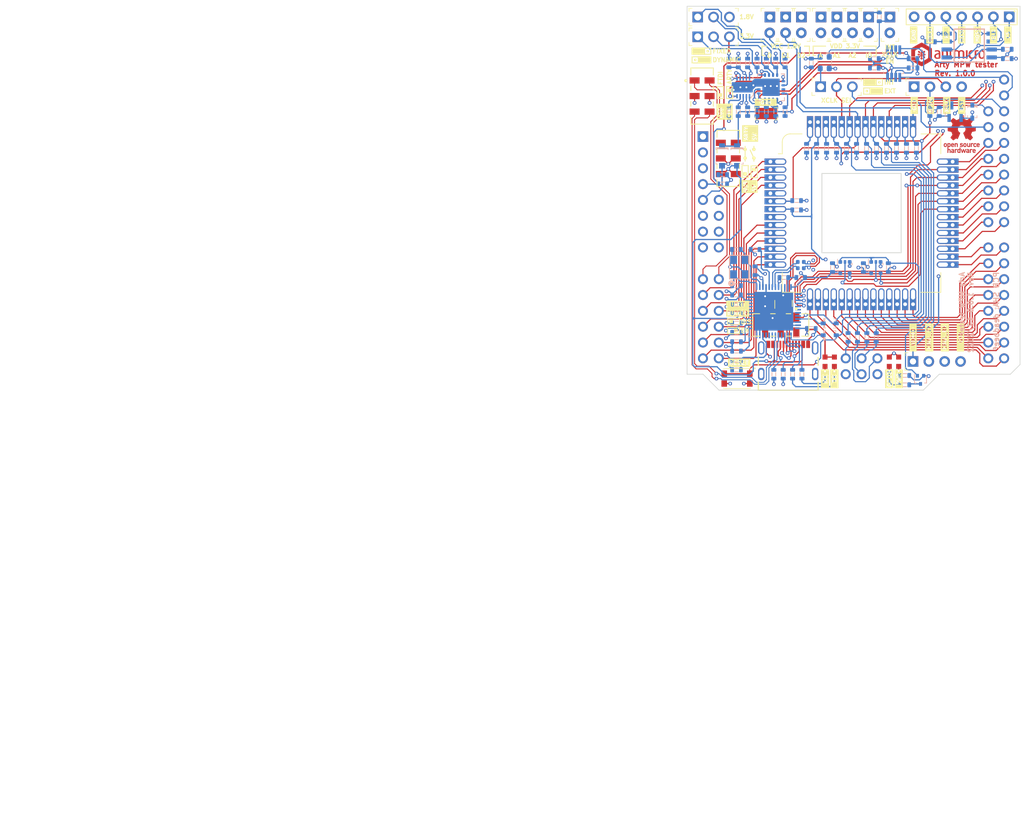
<source format=kicad_pcb>
(kicad_pcb (version 20211014) (generator pcbnew)
  (title_block (title "MPW tester Arty expansion") (date "2022-12-12") (rev "1.0.0"))
  (layers (0 "F.Cu" signal) (1 "In1.Cu" signal) (2 "In2.Cu" signal) (31 "B.Cu" signal) (34 "B.Paste" user) (35 "F.Paste" user) (36 "B.SilkS" user "B.Silkscreen") (37 "F.SilkS" user "F.Silkscreen") (38 "B.Mask" user) (39 "F.Mask" user) (44 "Edge.Cuts" user))
  (net 0 "")
  (net 1 "AGND")
  (net 2 "/FTDI_3V3")
  (net 3 "VBUS")
  (net 4 "/3V3_ARTY")
  (net 5 "/5V0_ARTY")
  (net 6 "/XIN")
  (net 7 "/XOUT")
  (net 8 "+3V3")
  (net 9 "/VCORE")
  (net 10 "/VCCA")
  (net 11 "/FTDI_RESET")
  (net 12 "/VCCD2")
  (net 13 "/VDDA2")
  (net 14 "/VCCD1")
  (net 15 "/VDDIO")
  (net 16 "/VDDA1")
  (net 17 "/VCCD")
  (net 18 "/VDDA")
  (net 20 "Net-(D1-Pad2)")
  (net 21 "Net-(D2-Pad2)")
  (net 22 "Net-(D3-Pad2)")
  (net 23 "Net-(D4-Pad2)")
  (net 24 "/5V0")
  (net 26 "/CC1")
  (net 27 "/USB_DN")
  (net 28 "/CC2")
  (net 30 "/USB_DP")
  (net 31 "/~{UART_EN}")
  (net 36 "/FTDI_~{UART_EN}")
  (net 37 "/FTDI_~{MR}")
  (net 38 "/ARTY_~{MR}")
  (net 42 "/ARTY_MEM_CS")
  (net 43 "/ARTY_MEM_SCK")
  (net 44 "/ARTY_MEM_MISO")
  (net 45 "/ARTY_MEM_MOSI")
  (net 47 "Net-(J3-Pad49)")
  (net 48 "/ARTY_SCL_3V3")
  (net 49 "/ARTY_SDA_3V3")
  (net 50 "/ARTY_XCLK")
  (net 51 "/CRVL_XCLK")
  (net 52 "/XCLK_10MHz")
  (net 53 "+1V8")
  (net 54 "/P1A")
  (net 55 "/P1B")
  (net 56 "/P0A")
  (net 57 "/P0B")
  (net 58 "/ARTY_EN_VOUT1")
  (net 59 "/ARTY_EN_VOUT2")
  (net 60 "/MEM.~{CS}")
  (net 61 "/MEM.SCK")
  (net 62 "/MEM.SI")
  (net 63 "/MEM.SO")
  (net 64 "/MEM.~{WP}")
  (net 65 "/MEM.~{HOLD}")
  (net 66 "/CRVL_~{RST}")
  (net 67 "/CRVL_GPIO")
  (net 68 "/CRVL_IO1")
  (net 69 "/CRVL_IO2")
  (net 70 "/CRVL_IO3")
  (net 71 "/CRVL_IO4")
  (net 72 "/CRVL_IO5")
  (net 73 "/CRVL_IO6")
  (net 74 "/FTDI_EN_VOUT2")
  (net 75 "/FTDI_EN_VOUT1")
  (net 76 "Net-(Q1-Pad3)")
  (net 77 "/FTDI_DN")
  (net 78 "/FTDI_DP")
  (net 79 "/REF")
  (net 80 "/~{RX_LED}")
  (net 81 "/~{TX_LED}")
  (net 82 "/ARTY_SDA")
  (net 83 "/EN_VOUT2")
  (net 84 "/ARTY_SCL")
  (net 85 "/EN_VOUT1")
  (net 86 "/~{MR}")
  (net 98 "/LV_BOOSTER")
  (net 99 "/P1W")
  (net 102 "/CRVL_IO37")
  (net 103 "/CRVL_IO36")
  (net 104 "/CRVL_IO35")
  (net 105 "/CRVL_IO34")
  (net 106 "/CRVL_IO33")
  (net 107 "/CRVL_IO32")
  (net 108 "/CRVL_IO31")
  (net 109 "/CRVL_IO30")
  (net 110 "/CRVL_IO29")
  (net 111 "/CRVL_IO28")
  (net 112 "/CRVL_IO27")
  (net 113 "/CRVL_IO26")
  (net 114 "/CRVL_IO25")
  (net 115 "/CRVL_IO24")
  (net 116 "/CRVL_IO23")
  (net 117 "/CRVL_IO22")
  (net 118 "/CRVL_IO21")
  (net 119 "/CRVL_IO20")
  (net 120 "/CRVL_IO19")
  (net 121 "/CRVL_IO18")
  (net 122 "/CRVL_IO17")
  (net 123 "/CRVL_IO16")
  (net 124 "/CRVL_IO15")
  (net 125 "/CRVL_IO14")
  (net 126 "/CRVL_IO13")
  (net 127 "/CRVL_IO12")
  (net 128 "/CRVL_IO11")
  (net 129 "/CRVL_IO10")
  (net 130 "/CRVL_IO9")
  (net 131 "/CRVL_IO8")
  (net 132 "/CRVL_IO7")
  (net 133 "/CRVL_IO0")
  (net 134 "/P0W")
  (net 135 "/~{WP}")
  (net 136 "/HVC")
  (net 137 "/BYP")
  (net 138 "/XCLK_EN")
  (net 145 "unconnected-(U10-Pad1)")
  (net 146 "unconnected-(U10-Pad2)")
  (footprint "arty-mpw-tester-footprints:LED_0603" (layer "F.Cu") (at 146.6 123 90)
    (fp_text reference "D2" hide)
    (fp_text value "KP-1608ZGC" hide)
  )
  (footprint "arty-mpw-tester-footprints:GCT_USB4105-GF-A" (layer "F.Cu") (at 139.2 124.965)
    (fp_text reference "J1" hide)
    (fp_text value "USB4105-GF-A" hide)
  )
  (footprint "arty-mpw-tester-footprints:PinHeader_1x3_P2.54_Drill1.1mm" (layer "F.Cu") (at 124.7 67.73)
    (fp_text reference "J14" hide)
    (fp_text value "61300311121" hide)
  )
  (footprint "kibuzzard-638F9F6E" (layer "F.Cu") (at 156.9 125.75 90)
    (fp_text reference "kibuzzard-638F9F6E" hide)
    (fp_text value "G***" hide)
  )
  (footprint "arty-mpw-tester-footprints:LED_0603" (layer "F.Cu") (at 155.4 123 90)
    (fp_text reference "D3" hide)
    (fp_text value "KP-1608ZGC" hide)
  )
  (footprint "kibuzzard-638F9F40" (layer "F.Cu") (at 146.6 125.75 90)
    (fp_text reference "kibuzzard-638F9F40" hide)
    (fp_text value "G***" hide)
  )
  (footprint "kibuzzard-639040B6" (layer "F.Cu") (at 161.8 119.1 90)
    (fp_text reference "kibuzzard-639040B6" hide)
    (fp_text value "G***" hide)
  )
  (footprint "kibuzzard-639390A2" (layer "F.Cu") (at 133 94.9 90)
    (fp_text reference "kibuzzard-639390A2" hide)
    (fp_text value "G***" hide)
  )
  (footprint "arty-mpw-tester-footprints:PinHeader_1x4_P2.54mm_Drill1.02mm" (layer "F.Cu") (at 159.195 122.9525)
    (fp_text reference "J18" hide)
    (fp_text value "61300411121" hide)
  )
  (footprint "kibuzzard-638F9F51" (layer "F.Cu") (at 155.4 125.75 90)
    (fp_text reference "kibuzzard-638F9F51" hide)
    (fp_text value "G***" hide)
  )
  (footprint "arty-mpw-tester-footprints:LED_0603" (layer "F.Cu") (at 145.1 123 90)
    (fp_text reference "D1" hide)
    (fp_text value "KP-1608ZGC" hide)
  )
  (footprint "arty-mpw-tester-footprints:LED_0603" (layer "F.Cu") (at 156.9 123 90)
    (fp_text reference "D4" hide)
    (fp_text value "KP-1608ZGC" hide)
  )
  (footprint "arty-mpw-tester-footprints:PinHeader_1x2_P2.54_Drill0.9mm" (layer "F.Cu") (at 149.52 67.73 -90)
    (fp_text reference "J9" hide)
    (fp_text value "61300211121" hide)
  )
  (footprint "kibuzzard-63909236" (layer "F.Cu") (at 161.9 70.6 90)
    (fp_text reference "kibuzzard-63909236" hide)
    (fp_text value "G***" hide)
  )
  (footprint "kibuzzard-6393906F" (layer "F.Cu") (at 133.1 86.4 90)
    (fp_text reference "kibuzzard-6393906F" hide)
    (fp_text value "G***" hide)
  )
  (footprint "kibuzzard-63909228" (layer "F.Cu") (at 167 70.6 90)
    (fp_text reference "kibuzzard-63909228" hide)
    (fp_text value "G***" hide)
  )
  (footprint "arty-mpw-tester-footprints:PinHeader_1x2_P2.54_Drill0.9mm" (layer "F.Cu") (at 136.26 67.73 -90)
    (fp_text reference "J10" hide)
    (fp_text value "61300211121" hide)
  )
  (footprint "arty-mpw-tester-footprints:JS202011JCQN" (layer "F.Cu") (at 138 117.1 180)
    (fp_text reference "SW2" hide)
    (fp_text value "JS202011JCQN" hide)
  )
  (footprint "kibuzzard-639091D4" (layer "F.Cu") (at 159.4 81.9 90)
    (fp_text reference "kibuzzard-639091D4" hide)
    (fp_text value "G***" hide)
  )
  (footprint "kibuzzard-63938B4C" (layer "F.Cu") (at 131.1 114.5)
    (fp_text reference "kibuzzard-63938B4C" hide)
    (fp_text value "G***" hide)
  )
  (footprint "kibuzzard-6390923A" (layer "F.Cu") (at 164.5 70.6 90)
    (fp_text reference "kibuzzard-6390923A" hide)
    (fp_text value "G***" hide)
  )
  (footprint "arty-mpw-tester-footprints:PinHeader_1x3_P2.54_Drill1.1mm" (layer "F.Cu") (at 144.4 78.9)
    (fp_text reference "J5" hide)
    (fp_text value "61300311121" hide)
  )
  (footprint "kibuzzard-639040B1" (layer "F.Cu") (at 164.3 119.1 90)
    (fp_text reference "kibuzzard-639040B1" hide)
    (fp_text value "G***" hide)
  )
  (footprint "arty-mpw-tester-footprints:PinHeader_1x2_P2.54_Drill0.9mm" (layer "F.Cu") (at 144.46 67.73 -90)
    (fp_text reference "J7" hide)
    (fp_text value "61300211121" hide)
  )
  (footprint "kibuzzard-63909242" (layer "F.Cu") (at 174.4 70.6 90)
    (fp_text reference "kibuzzard-63909242" hide)
    (fp_text value "G***" hide)
  )
  (footprint "kibuzzard-6390923D" (layer "F.Cu") (at 172.1 70.6 90)
    (fp_text reference "kibuzzard-6390923D" hide)
    (fp_text value "G***" hide)
  )
  (footprint "arty-mpw-tester-footprints:PinHeader_1x4_P2.54mm_Drill1.02mm" (layer "F.Cu") (at 159.375 78.9)
    (fp_text reference "J20" hide)
    (fp_text value "61300411121" hide)
  )
  (footprint "arty-mpw-tester-footprints:JS202011JCQN" (layer "F.Cu") (at 129.6 90.4 90)
    (fp_text reference "SW3" hide)
    (fp_text value "JS202011JCQN" hide)
  )
  (footprint "antmicro-footprints:antmicro-logo_scaled_12mm_mask" (layer "F.Cu") (at 164.8 73.75)
    (fp_text reference "G***" hide)
    (fp_text value "LOGO" hide)
  )
  (footprint "kibuzzard-638F9F83" (layer "F.Cu") (at 131.35 123.15)
    (fp_text reference "kibuzzard-638F9F83" hide)
    (fp_text value "G***" hide)
  )
  (footprint "arty-mpw-tester-footprints:PROBE_PAD_1206" (layer "F.Cu") (at 135.7 83.2 180)
    (fp_text reference "TP1" hide)
    (fp_text value "RCW-0C" hide)
  )
  (footprint "arty-mpw-tester-footprints:PinHeader_1x2_P2.54_Drill0.9mm" (layer "F.Cu") (at 138.8 67.73 -90)
    (fp_text reference "J11" hide)
    (fp_text value "61300211121" hide)
  )
  (footprint "antmicro-footprints:OSHW-Logo_5.7x6mm_Copper" (layer "F.Cu") (at 167 86.5)
    (fp_text reference "REF**" hide)
    (fp_text value "OSHW-Logo_5.7x6mm_Copper" hide)
  )
  (footprint "arty-mpw-tester-footprints:PinHeader_1x2_P2.54_Drill0.9mm" (layer "F.Cu") (at 152.08 67.73 -90)
    (fp_text reference "J6" hide)
    (fp_text value "61300211121" hide)
  )
  (footprint "antmicro-footprints:OSHW-Logo_5.7x6mm_Mask" (layer "F.Cu") (at 167 86.5)
    (fp_text reference "REF**" hide)
    (fp_text value "OSHW-Logo_5.7x6mm_Mask" hide)
  )
  (footprint "arty-mpw-tester-footprints:SW_SPST_4.2x2.8" (layer "F.Cu") (at 131 125.7)
    (fp_text reference "S1" hide)
    (fp_text value "KMR2" hide)
  )
  (footprint "kibuzzard-638F9F3B" (layer "F.Cu") (at 145.1 125.75 90)
    (fp_text reference "kibuzzard-638F9F3B" hide)
    (fp_text value "G***" hide)
  )
  (footprint "arty-mpw-tester-footprints:caravel_breakout" (layer "F.Cu") (at 150.95 99.168 180)
    (fp_text reference "U7" hide)
    (fp_text value "Caravel_breakout_PCB" hide)
    (fp_line (start -6.35 -6.35) (end 6.35 -6.35) (layer "Edge.Cuts") (width 0.12))
    (fp_line (start -6.35 6.35) (end -6.35 -6.35) (layer "Edge.Cuts") (width 0.12))
    (fp_line (start 6.35 6.35) (end -6.35 6.35) (layer "Edge.Cuts") (width 0.12))
    (fp_line (start 6.35 -6.35) (end 6.35 6.35) (layer "Edge.Cuts") (width 0.12))
  )
  (footprint "arty-mpw-tester-footprints:PinHeader_1x2_P2.54_Drill0.9mm" (layer "F.Cu") (at 155.5 67.73 -90)
    (fp_text reference "J4" hide)
    (fp_text value "61300211121" hide)
  )
  (footprint "antmicro-footprints:antmicro-logo_scaled_12mm" (layer "F.Cu") (at 164.8 73.75)
    (fp_text reference "G***" hide)
    (fp_text value "LOGO" hide)
  )
  (footprint "arty-mpw-tester-footprints:ARTY_A7_SHIELD" (layer "F.Cu") (at 150 100)
    (fp_text reference "J3" hide)
    (fp_text value "arty_chipKIT_connector" hide)
  )
  (footprint "kibuzzard-639091D1" (layer "F.Cu") (at 162 81.9 90)
    (fp_text reference "kibuzzard-639091D1" hide)
    (fp_text value "G***" hide)
  )
  (footprint "arty-mpw-tester-footprints:PinHeader_1x3_P2.54_Drill1.1mm" (layer "F.Cu") (at 124.7 70.9)
    (fp_text reference "J15" hide)
    (fp_text value "61300311121" hide)
  )
  (footprint "kibuzzard-639091DC" (layer "F.Cu") (at 167 81.9 90)
    (fp_text reference "kibuzzard-639091DC" hide)
    (fp_text value "G***" hide)
  )
  (footprint "kibuzzard-639040BB" (layer "F.Cu") (at 159.2 119.1 90)
    (fp_text reference "kibuzzard-639040BB" hide)
    (fp_text value "G***" hide)
  )
  (footprint "kibuzzard-639040CA" (layer "F.Cu") (at 166.8 119.1 90)
    (fp_text reference "kibuzzard-639040CA" hide)
    (fp_text value "G***" hide)
  )
  (footprint "arty-mpw-tester-footprints:61300711121" (layer "F.Cu") (at 168.27 67.7 180)
    (fp_text reference "J19" hide)
    (fp_text value "61300711121" hide)
  )
  (footprint "kibuzzard-63909224" (layer "F.Cu") (at 159.3 70.6 90)
    (fp_text reference "kibuzzard-63909224" hide)
    (fp_text value "G***" hide)
  )
  (footprint "arty-mpw-tester-footprints:PinHeader_1x2_P2.54_Drill0.9mm" (layer "F.Cu") (at 147 67.73 -90)
    (fp_text reference "J8" hide)
    (fp_text value "61300211121" hide)
  )
  (footprint "arty-mpw-tester-footprints:USON-10_2.5x1.0mm_P0.5mm" (layer "F.Cu") (at 138.45 113.65 90)
    (fp_text reference "U10" hide)
    (fp_text value "TPD4E02B04DQA" hide)
  )
  (footprint "kibuzzard-63909232" (layer "F.Cu") (at 169.5 70.6 90)
    (fp_text reference "kibuzzard-63909232" hide)
    (fp_text value "G***" hide)
  )
  (footprint "kibuzzard-639091D8" (layer "F.Cu") (at 164.6 81.9 90)
    (fp_text reference "kibuzzard-639091D8" hide)
    (fp_text value "G***" hide)
  )
  (footprint "kibuzzard-638FA1CB" (layer "F.Cu") (at 135.6 81.4)
    (fp_text reference "kibuzzard-638FA1CB" hide)
    (fp_text value "G***" hide)
  )
  (footprint "arty-mpw-tester-footprints:JS202011JCQN" (layer "F.Cu") (at 125.4 80.4 -90)
    (fp_text reference "SW1" hide)
    (fp_text value "JS202011JCQN" hide)
  )
  (footprint "arty-mpw-tester-footprints:PinHeader_1x2_P2.54_Drill0.9mm" (layer "F.Cu") (at 141.32 67.73 -90)
    (fp_text reference "J12" hide)
    (fp_text value "61300211121" hide)
  )
  (footprint "kibuzzard-63938A8C" (layer "F.Cu") (at 129 82.9 90)
    (fp_text reference "kibuzzard-63938A8C" hide)
    (fp_text value "G***" hide)
  )
  (footprint "arty-mpw-tester-footprints:0603-res" (layer "B.Cu") (at 135.7 75.1 90)
    (fp_text reference "R24" hide)
    (fp_text value "R_15k_0603" hide)
  )
  (footprint "arty-mpw-tester-footprints:0603-res" (layer "B.Cu") (at 131.2 82.9 90)
    (fp_text reference "R30" hide)
    (fp_text value "R_10k_0603" hide)
  )
  (footprint "arty-mpw-tester-footprints:0603-cap" (layer "B.Cu") (at 138.5 109.5)
    (fp_text reference "C8" hide)
    (fp_text value "C_100n_0603" hide)
  )
  (footprint "arty-mpw-tester-footprints:0603-cap" (layer "B.Cu") (at 133.9 108.4 90)
    (fp_text reference "C5" hide)
    (fp_text value "C_100n_0603" hide)
  )
  (footprint "arty-mpw-tester-footprints:0603-res" (layer "B.Cu") (at 155.25 107.9 -90)
    (fp_text reference "R1" hide)
    (fp_text value "R_10k_0603" hide)
  )
  (footprint "arty-mpw-tester-footprints:0603-cap" (layer "B.Cu") (at 137.2 82.9 -90)
    (fp_text reference "C37" hide)
    (fp_text value "C_100n_0603" hide)
  )
  (footprint "arty-mpw-tester-footprints:Oscillator_SMD_ECS_2520MV-xxx-xx-4Pin_2.5x2.0mm" (layer "B.Cu") (at 145.05 75.05 180)
    (fp_text reference "Y2" hide)
    (fp_text value "ECS-2520MVLC-100-BN-TR" hide)
  )
  (footprint "arty-mpw-tester-footprints:0603-cap" (layer "B.Cu") (at 159.2 74.4)
    (fp_text reference "C21" hide)
    (fp_text value "C_100n_0603" hide)
  )
  (footprint "arty-mpw-tester-footprints:0603-cap" (layer "B.Cu") (at 128.7 93)
    (fp_text reference "C3" hide)
    (fp_text value "C_1u_0603" hide)
  )
  (footprint "arty-mpw-tester-footprints:0603-res" (layer "B.Cu") (at 135.7 82.9 90)
    (fp_text reference "R29" hide)
    (fp_text value "R_0R_0603" hide)
  )
  (footprint "arty-mpw-tester-footprints:SOT-353" (layer "B.Cu") (at 153.25 107.9)
    (fp_text reference "U1" hide)
    (fp_text value "SN74LVC1G125DCKR" hide)
  )
  (footprint "arty-mpw-tester-footprints:0603-cap" (layer "B.Cu") (at 150.15 88.768 -90)
    (fp_text reference "C31" hide)
    (fp_text value "C_1u_0603" hide)
  )
  (footprint "arty-mpw-tester-footprints:0603-res" (layer "B.Cu") (at 153.8 67.7 90)
    (fp_text reference "R16" hide)
    (fp_text value "R_10k_0603" hide)
  )
  (footprint "arty-mpw-tester-footprints:0603-res" (layer "B.Cu") (at 148.8 119.1 90)
    (fp_text reference "R8" hide)
    (fp_text value "R_0R_0603" hide)
  )
  (footprint "arty-mpw-tester-footprints:0603-res" (layer "B.Cu") (at 141.4 125 -90)
    (fp_text reference "R9" hide)
    (fp_text value "R_470R_0603" hide)
  )
  (footprint "arty-mpw-tester-footprints:0603-res" (layer "B.Cu") (at 138.7 82.9 90)
    (fp_text reference "R20" hide)
    (fp_text value "R_10k_0603" hide)
  )
  (footprint "arty-mpw-tester-footprints:0603-res" (layer "B.Cu") (at 132.7 82.9 90)
    (fp_text reference "R33" hide)
    (fp_text value "R_10k_0603" hide)
  )
  (footprint "arty-mpw-tester-footprints:0603-res" (layer "B.Cu") (at 148.55 88.768 90)
    (fp_text reference "R17" hide)
    (fp_text value "R_10k_0603" hide)
  )
  (footprint "arty-mpw-tester-footprints:0603-res" (layer "B.Cu") (at 161.9 82.9 90)
    (fp_text reference "R35" hide)
    (fp_text value "R_0R_0603" hide)
  )
  (footprint "arty-mpw-tester-footprints:0603-cap" (layer "B.Cu") (at 134.2 82.9 -90)
    (fp_text reference "C32" hide)
    (fp_text value "C_1u_0603" hide)
  )
  (footprint "arty-mpw-tester-footprints:SOD-323F" (layer "B.Cu") (at 145.85 118.75)
    (fp_text reference "D6" hide)
    (fp_text value "PMEG6002EJ,115" hide)
  )
  (footprint "arty-mpw-tester-footprints:SOT-353" (layer "B.Cu") (at 148.3 107.9)
    (fp_text reference "U3" hide)
    (fp_text value "SN74LVC1G125DCKR" hide)
  )
  (footprint "arty-mpw-tester-footprints:0603-cap" (layer "B.Cu") (at 128.7 94.5)
    (fp_text reference "C1" hide)
    (fp_text value "C_1u_0603" hide)
  )
  (footprint "arty-mpw-tester-footprints:0603-cap" (layer "B.Cu") (at 130.92 110.8)
    (fp_text reference "C6" hide)
    (fp_text value "C_18p_0603" hide)
  )
  (footprint "arty-mpw-tester-footprints:0603-res" (layer "B.Cu") (at 157.9 125.2 180)
    (fp_text reference "R13" hide)
    (fp_text value "R_470R_0603" hide)
  )
  (footprint "arty-mpw-tester-footprints:0603-res" (layer "B.Cu") (at 138.4 125 -90)
    (fp_text reference "R3" hide)
    (fp_text value "R_5k1_0603" hide)
  )
  (footprint "arty-mpw-tester-footprints:0603-cap" (layer "B.Cu") (at 130.92 115.3 180)
    (fp_text reference "C7" hide)
    (fp_text value "C_100n_0603" hide)
  )
  (footprint "arty-mpw-tester-footprints:0603-cap" (layer "B.Cu") (at 130.92 112.3 180)
    (fp_text reference "C4" hide)
    (fp_text value "C_100n_0603" hide)
  )
  (footprint "arty-mpw-tester-footprints:DFN-10-1EP_3x3mm" (layer "B.Cu") (at 132 79 180)
    (fp_text reference "U9" hide)
    (fp_text value "MIC2211-AAYML-TR" hide)
  )
  (footprint "arty-mpw-tester-footprints:QFN-16_EP_4x4_Pitch0.65mm" (layer "B.Cu") (at 136.45 79)
    (fp_text reference "U6" hide)
    (fp_text value "MCP4661-103E/ML" hide)
  )
  (footprint "arty-mpw-tester-footprints:0603-res" (layer "B.Cu") (at 153.35 88.768 90)
    (fp_text reference "R21" hide)
    (fp_text value "R_10k_0603" hide)
  )
  (footprint "arty-mpw-tester-footprints:SOD-323F" (layer "B.Cu") (at 145.85 116.85)
    (fp_text reference "D5" hide)
    (fp_text value "PMEG6002EJ,115" hide)
  )
  (footprint "arty-mpw-tester-footprints:0603-cap" (layer "B.Cu") (at 146.3 107.9 90)
    (fp_text reference "C18" hide)
    (fp_text value "C_100n_0603" hide)
  )
  (footprint "arty-mpw-tester-footprints:0603-cap" (layer "B.Cu") (at 142.9 75.1 -90)
    (fp_text reference "C19" hide)
    (fp_text value "C_100n_0603" hide)
  )
  (footprint "arty-mpw-tester-footprints:0603-res" (layer "B.Cu") (at 151.75 88.768 90)
    (fp_text reference "R19" hide)
    (fp_text value "R_10k_0603" hide)
  )
  (footprint "arty-mpw-tester-footprints:SOD-123" (layer "B.Cu") (at 128.6 90 -90)
    (fp_text reference "D8" hide)
    (fp_text value "1N5819HW-7-F" hide)
  )
  (footprint "arty-mpw-tester-footprints:0603-res" (layer "B.Cu") (at 153.3 119.1 90)
    (fp_text reference "R11" hide)
    (fp_text value "R_0R_0603" hide)
  )
  (footprint "arty-mpw-tester-footprints:0603-cap" (layer "B.Cu") (at 130.92 118.3 180)
    (fp_text reference "C15" hide)
    (fp_text value "C_100n_0603" hide)
  )
  (footprint "arty-mpw-tester-footprints:SOT-416" (layer "B.Cu") (at 160.4 125.9 -90)
    (fp_text reference "Q1" hide)
    (fp_text value "DTC014TEBTL" hide)
  )
  (footprint "arty-mpw-tester-footprints:0603-cap" (layer "B.Cu") (at 132.7 75.1 90)
    (fp_text reference "C35" hide)
    (fp_text value "C_1u_0603" hide)
  )
  (footprint "arty-mpw-tester-footprints:0603-cap" (layer "B.Cu") (at 140.55 97.168)
    (fp_text reference "C28" hide)
    (fp_text value "C_1u_0603" hide)
  )
  (footprint "arty-mpw-tester-footprints:0603-cap" (layer "B.Cu") (at 145.35 88.768 -90)
    (fp_text reference "C23" hide)
    (fp_text value "C_1u_0603" hide)
  )
  (footprint "arty-mpw-tester-footprints:0603-res" (layer "B.Cu") (at 129.7 75.1 -90)
    (fp_text reference "R26" hide)
    (fp_text value "R_10k_0603" hide)
  )
  (footprint "arty-mpw-tester-footprints:0603-cap" (layer "B.Cu") (at 142.15 88.768 -90)
    (fp_text reference "C22" hide)
    (fp_text value "C_1u_0603" hide)
  )
  (footprint "arty-mpw-tester-footprints:0603-cap" (layer "B.Cu") (at 159.75 88.768 -90)
    (fp_text reference "C24" hide)
    (fp_text value "C_1u_0603" hide)
  )
  (footprint "arty-mpw-tester-footprints:0603-res" (layer "B.Cu") (at 138.7 75.1 -90)
    (fp_text reference "R23" hide)
    (fp_text value "R_41k2_0603" hide)
  )
  (footprint "arty-mpw-tester-footprints:0603-cap" (layer "B.Cu") (at 130.9 105 180)
    (fp_text reference "C9" hide)
    (fp_text value "C_18p_0603" hide)
  )
  (footprint "arty-mpw-tester-footprints:0603-cap" (layer "B.Cu") (at 151.25 107.9 90)
    (fp_text reference "C10" hide)
    (fp_text value "C_100n_0603" hide)
  )
  (footprint "arty-mpw-tester-footprints:0603-res" (layer "B.Cu") (at 162 71.7)
    (fp_text reference "R28" hide)
    (fp_text value "R_10k_0603" hide)
  )
  (footprint "arty-mpw-tester-footprints:0603-cap" (layer "B.Cu") (at 130.92 116.8 180)
    (fp_text reference "C12" hide)
    (fp_text value "C_4u7_0603" hide)
  )
  (footprint "arty-mpw-tester-footprints:0603-cap" (layer "B.Cu") (at 131.2 75.1 90)
    (fp_text reference "C36" hide)
    (fp_text value "C_1u_0603" hide)
  )
  (footprint "arty-mpw-tester-footprints:0603-cap" (layer "B.Cu") (at 130.92 121.3 180)
    (fp_text reference "C14" hide)
    (fp_text value "C_100n_0603" hide)
  )
  (footprint "arty-mpw-tester-footprints:0603-res" (layer "B.Cu") (at 153 75.9 180)
    (fp_text reference "R31" hide)
    (fp_text value "R_4k7_0603" hide)
  )
  (footprint "arty-mpw-tester-footprints:0603-cap" (layer "B.Cu") (at 142.9 117.68)
    (fp_text reference "C16" hide)
    (fp_text value "C_100n_0603" hide)
  )
  (footprint "arty-mpw-tester-footprints:0402-res" (layer "B.Cu") (at 141.215 107 180)
    (fp_text reference "R4" hide)
    (fp_text value "R_0R_0402" hide)
  )
  (footprint "arty-mpw-tester-footprints:0603-res" (layer "B.Cu") (at 174.3 72.9 180)
    (fp_text reference "R32" hide)
    (fp_text value "R_10k_0603" hide)
  )
  (footprint "arty-mpw-tester-footprints:0603-cap" (layer "B.Cu") (at 130.92 122.8 180)
    (fp_text reference "C17" hide)
    (fp_text value "C_10n_0603" hide)
  )
  (footprint "arty-mpw-tester-footprints:SOIC127P790X216-8N" (layer "B.Cu") (at 168.2 72.3)
    (fp_text reference "U8" hide)
    (fp_text value "W25Q32FVSS" hide)
  )
  (footprint "arty-mpw-tester-footprints:0603-res" (layer "B.Cu") (at 153 74.4 180)
    (fp_text reference "R27" hide)
    (fp_text value "R_4k7_0603" hide)
  )
  (footprint "arty-mpw-tester-footprints:0603-res" (layer "B.Cu") (at 146.95 88.768 90)
    (fp_text reference "R34" hide)
    (fp_text value "R_10k_0603" hide)
  )
  (footprint "arty-mpw-tester-footprints:0603-cap" (layer "B.Cu") (at 130.92 119.8 180)
    (fp_text reference "C11" hide)
    (fp_text value "C_100n_0603" hide)
  )
  (footprint "arty-mpw-tester-footprints:0603-res" (layer "B.Cu") (at 136.9 125 -90)
    (fp_text reference "R2" hide)
    (fp_text value "R_5k1_0603" hide)
  )
  (footprint "arty-mpw-tester-footprints:0603-cap" (layer "B.Cu") (at 156.55 88.768 -90)
    (fp_text reference "C30" hide)
    (fp_text value "C_1u_0603" hide)
  )
  (footprint "arty-mpw-tester-footprints:0603-cap" (layer "B.Cu") (at 159.2 75.9)
    (fp_text reference "C25" hide)
    (fp_text value "C_100n_0603" hide)
  )
  (footprint "arty-mpw-tester-footprints:0603-cap" (layer "B.Cu") (at 143.75 88.768 -90)
    (fp_text reference "C29" hide)
    (fp_text value "C_1u_0603" hide)
  )
  (footprint "arty-mpw-tester-footprints:0402-res" (layer "B.Cu") (at 141.215 108 180)
    (fp_text reference "R5" hide)
    (fp_text value "R_0R_0402" hide)
  )
  (footprint "arty-mpw-tester-footprints:0603-res" (layer "B.Cu") (at 130.92 124.3)
    (fp_text reference "R6" hide)
    (fp_text value "R_10k_0603" hide)
  )
  (footprint "arty-mpw-tester-footprints:0603-res" (layer "B.Cu") (at 139.9 125 -90)
    (fp_text reference "R10" hide)
    (fp_text value "R_470R_0603" hide)
  )
  (footprint "arty-mpw-tester-footprints:SOD-123" (layer "B.Cu") (at 131 90 -90)
    (fp_text reference "D7" hide)
    (fp_text value "1N5819HW-7-F" hide)
  )
  (footprint "arty-mpw-tester-footprints:0603-cap" (layer "B.Cu") (at 141.2 109.5 180)
    (fp_text reference "C13" hide)
    (fp_text value "C_100n_0603" hide)
  )
  (footprint "arty-mpw-tester-footprints:TSSOP-8_W3mm" (layer "B.Cu") (at 156.1 75.2)
    (fp_text reference "U5" hide)
    (fp_text value "NTS0102DP" hide)
  )
  (footprint "arty-mpw-tester-footprints:0603-cap" (layer "B.Cu") (at 174.3 74.4)
    (fp_text reference "C34" hide)
    (fp_text value "C_100n_0603" hide)
  )
  (footprint "arty-mpw-tester-footprints:0603-res" (layer "B.Cu") (at 133.9 105)
    (fp_text reference "R7" hide)
    (fp_text value "R_12k_1%_0603" hide)
  )
  (footprint "arty-mpw-tester-footprints:0603-res" (layer "B.Cu") (at 137.2 75.1 90)
    (fp_text reference "R22" hide)
    (fp_text value "R_68k_0603" hide)
  )
  (footprint "arty-mpw-tester-footprints:0603-cap" (layer "B.Cu") (at 163.4 82.9 90)
    (fp_text reference "C20" hide)
    (fp_text value "C_100n_0603" hide)
  )
  (footprint "arty-mpw-tester-footprints:0603-cap" (layer "B.Cu") (at 140.55 98.668)
    (fp_text reference "C26" hide)
    (fp_text value "C_1u_0603" hide)
  )
  (footprint "arty-mpw-tester-footprints:KX-7" (layer "B.Cu") (at 131.4 107.88 90)
    (fp_text reference "Y1" hide)
    (fp_text value "ABM8G-12.000MHZ-18-D2Y-T" hide)
  )
  (footprint "arty-mpw-tester-footprints:0603-cap" (layer "B.Cu") (at 130.92 113.8 180)
    (fp_text reference "C2" hide)
    (fp_text value "C_4u7_0603" hide)
  )
  (footprint "arty-mpw-tester-footprints:0603-res" (layer "B.Cu") (at 157.9 126.7 180)
    (fp_text reference "R12" hide)
    (fp_text value "R_470R_0603" hide)
  )
  (footprint "arty-mpw-tester-footprints:0603-res" (layer "B.Cu") (at 154.95 88.768 90)
    (fp_text reference "R18" hide)
    (fp_text value "R_10k_0603" hide)
  )
  (footprint "arty-mpw-tester-footprints:0603-cap" (layer "B.Cu") (at 158.15 88.768 -90)
    (fp_text reference "C27" hide)
    (fp_text value "C_1u_0603" hide)
  )
  (footprint "arty-mpw-tester-footprints:0603-res" (layer "B.Cu") (at 134.2 75.1 -90)
    (fp_text reference "R25" hide)
    (fp_text value "R_34k_0603" hide)
  )
  (footprint "arty-mpw-tester-footprints:0603-cap" (layer "B.Cu") (at 129.7 82.9 -90)
    (fp_text reference "C33" hide)
    (fp_text value "C_100n_0603" hide)
  )
  (footprint "arty-mpw-tester-footprints:0603-res" (layer "B.Cu") (at 151.8 119.1 90)
    (fp_text reference "R14" hide)
    (fp_text value "R_0R_0603" hide)
  )
  (footprint "arty-mpw-tester-footprints:SOT-143-4" (layer "B.Cu") (at 165.95 82.9)
    (fp_text reference "U4" hide)
    (fp_text value "MAX811REUS+T" hide)
  )
  (footprint "arty-mpw-tester-footprints:0603-res" (layer "B.Cu") (at 150.3 119.1 90)
    (fp_text reference "R15" hide)
    (fp_text value "R_0R_0603" hide)
  )
  (footprint "arty-mpw-tester-footprints:SOD-323F" (layer "B.Cu") (at 168.7 82.9 -90)
    (fp_text reference "D9" hide)
    (fp_text value "PMEG6002EJ,115" hide)
  )
  (footprint "arty-mpw-tester-footprints:QFN-48-1EP_8x8mm_P0.5mm_EP6.2x6.2mm_FT232HQ_marking" (layer "B.Cu") (at 136.9 114.9 -90)
    (fp_text reference "U2" hide)
    (fp_text value "FT232HQ" hide)
  )
  (gr_line (start 124.8 74.9) (end 126.8 74.9) (layer "F.SilkS") (width 0.15))
  (gr_line (start 126.8 73.7) (end 126.8 72.7) (layer "F.SilkS") (width 0.15))
  (gr_circle (center 132.3 88.95) (end 132.5 88.95) (layer "F.SilkS") (width 0.15) (fill solid))
  (gr_line (start 134.248 91.5825) (end 133.248 91.5825) (layer "F.SilkS") (width 0.15))
  (gr_line (start 125.8 75.1) (end 125.8 74.1) (layer "F.SilkS") (width 0.15))
  (gr_line (start 124.8 74.5) (end 126.8 74.5) (layer "F.SilkS") (width 0.15))
  (gr_line (start 153.3 80.1) (end 153.3 79.1) (layer "F.SilkS") (width 0.15))
  (gr_line (start 153.3 78.2) (end 151.3 78.2) (layer "F.SilkS") (width 0.15))
  (gr_line (start 153.3 77.9) (end 151.3 77.9) (layer "F.SilkS") (width 0.15))
  (gr_line (start 131.409 117.5) (end 129.5 117.5) (layer "F.SilkS") (width 0.15))
  (gr_line (start 152.3 79.6) (end 154.3 79.6) (layer "F.SilkS") (width 0.15))
  (gr_line (start 153.3 77.8) (end 151.3 77.8) (layer "F.SilkS") (width 0.15))
  (gr_line (start 125.8 73.2) (end 123.8 73.2) (layer "F.SilkS") (width 0.15))
  (gr_line (start 152.3 79.2) (end 154.3 79.2) (layer "F.SilkS") (width 0.15))
  (gr_line (start 152.3 79.3) (end 154.2 79.3) (layer "F.SilkS") (width 0.15))
  (gr_line (start 128.852 78.8825) (end 127.852 78.8825) (layer "F.SilkS") (width 0.15))
  (gr_circle (center 124.3 74.6) (end 124.3 74.7) (layer "F.SilkS") (width 0.2) (fill none))
  (gr_line (start 124.8 75.1) (end 124.8 74.1) (layer "F.SilkS") (width 0.15))
  (gr_circle (center 151.8 79.6) (end 151.8 79.7) (layer "F.SilkS") (width 0.2) (fill none))
  (gr_line (start 123.8 75.1) (end 126.8 75.1) (layer "F.SilkS") (width 0.15))
  (gr_line (start 135 72.4) (end 135 73.9) (layer "F.SilkS") (width 0.15))
  (gr_line (start 126.8 75.1) (end 126.8 74.1) (layer "F.SilkS") (width 0.15))
  (gr_line (start 142.6 73.9) (end 142.6 72.4) (layer "F.SilkS") (width 0.15))
  (gr_line (start 123.8 72.7) (end 123.8 73.7) (layer "F.SilkS") (width 0.15))
  (gr_line (start 133.248 93.4915) (end 134.248 93.4915) (layer "F.SilkS") (width 0.15))
  (gr_rect (start 129.8415 116.304) (end 130.2765 116.739) (layer "F.SilkS") (width 0.15) (fill solid))
  (gr_line (start 133.1 89.05) (end 133.7 90.35) (layer "F.SilkS") (width 0.15))
  (gr_rect (start 130.5915 117.752) (end 131.0265 118.187) (layer "F.SilkS") (width 0.15) (fill solid))
  (gr_line (start 153.3 77.7) (end 153.3 78.7) (layer "F.SilkS") (width 0.15))
  (gr_rect (start 128.104 80.45) (end 128.539 80.015) (layer "F.SilkS") (width 0.15) (fill solid))
  (gr_line (start 131.409 118.5) (end 131.409 117.5) (layer "F.SilkS") (width 0.15))
  (gr_line (start 154.3 79.1) (end 151.3 79.1) (layer "F.SilkS") (width 0.15))
  (gr_line (start 124.8 74.8) (end 126.8 74.8) (layer "F.SilkS") (width 0.15))
  (gr_circle (center 133.7 90.35) (end 133.9 90.35) (layer "F.SilkS") (width 0.15) (fill solid))
  (gr_circle (center 133.7 88.95) (end 133.9 88.95) (layer "F.SilkS") (width 0.15) (fill solid))
  (gr_circle (center 153.8 78.2) (end 153.8 78.3) (layer "F.SilkS") (width 0.2) (fill none))
  (gr_line (start 124.8 74.3) (end 126.7 74.3) (layer "F.SilkS") (width 0.15))
  (gr_line (start 125.8 72.7) (end 125.8 73.7) (layer "F.SilkS") (width 0.15))
  (gr_line (start 124.8 74.2) (end 126.8 74.2) (layer "F.SilkS") (width 0.15))
  (gr_line (start 132.8 93.4545) (end 132.8 91.5455) (layer "F.SilkS") (width 0.15))
  (gr_line (start 153.3 78.5) (end 151.4 78.5) (layer "F.SilkS") (width 0.15))
  (gr_line (start 125.8 73.5) (end 123.9 73.5) (layer "F.SilkS") (width 0.15))
  (gr_line (start 129.5 116.052) (end 129.5 117.052) (layer "F.SilkS") (width 0.15))
  (gr_line (start 153.3 78.6) (end 151.3 78.6) (layer "F.SilkS") (width 0.15))
  (gr_line (start 153.3 78.3) (end 151.3 78.3) (layer "F.SilkS") (width 0.15))
  (gr_line (start 152.3 79.9) (end 154.3 79.9) (layer "F.SilkS") (width 0.15))
  (gr_line (start 129.5 117.5) (end 129.5 118.5) (layer "F.SilkS") (width 0.15))
  (gr_line (start 125.8 73) (end 123.8 73) (layer "F.SilkS") (width 0.15))
  (gr_line (start 129.5 117.052) (end 131.409 117.052) (layer "F.SilkS") (width 0.15))
  (gr_line (start 151.3 79.1) (end 151.3 80.1) (layer "F.SilkS") (width 0.15))
  (gr_line (start 124.8 74.6) (end 126.8 74.6) (layer "F.SilkS") (width 0.15))
  (gr_line (start 131.409 117.052) (end 131.409 116.052) (layer "F.SilkS") (width 0.15))
  (gr_line (start 134.248 93.4915) (end 134.248 91.5825) (layer "F.SilkS") (width 0.15))
  (gr_line (start 153.3 78.4) (end 151.3 78.4) (layer "F.SilkS") (width 0.15))
  (gr_line (start 135.4 73.9) (end 135 73.9) (layer "F.SilkS") (width 0.15))
  (gr_line (start 124.8 75) (end 126.8 75) (layer "F.SilkS") (width 0.15))
  (gr_line (start 154.3 80.1) (end 154.3 79.1) (layer "F.SilkS") (width 0.15))
  (gr_line (start 143.2 72.4) (end 143.2 73.9) (layer "F.SilkS") (width 0.15))
  (gr_line (start 127.852 78.8825) (end 127.852 80.7915) (layer "F.SilkS") (width 0.15))
  (gr_line (start 129.3 78.8825) (end 129.3 80.7915) (layer "F.SilkS") (width 0.15))
  (gr_line (start 124.8 74.7) (end 126.7 74.7) (layer "F.SilkS") (width 0.15))
  (gr_circle (center 126.3 73.2) (end 126.3 73.3) (layer "F.SilkS") (width 0.2) (fill none))
  (gr_line (start 151.3 72.4) (end 153.3 72.4) (layer "F.SilkS") (width 0.15))
  (gr_rect (start 132.052 93.113) (end 132.487 92.678) (layer "F.SilkS") (width 0.15) (fill solid))
  (gr_line (start 152.3 80.1) (end 152.3 79.1) (layer "F.SilkS") (width 0.15))
  (gr_line (start 126.8 74.1) (end 123.8 74.1) (layer "F.SilkS") (width 0.15))
  (gr_line (start 152.3 79.8) (end 154.3 79.8) (layer "F.SilkS") (width 0.15))
  (gr_line (start 131.8 93.4545) (end 132.8 93.4545) (layer "F.SilkS") (width 0.15))
  (gr_line (start 125.8 73.1) (end 123.9 73.1) (layer "F.SilkS") (width 0.15))
  (gr_line (start 125.8 72.8) (end 123.8 72.8) (layer "F.SilkS") (width 0.15))
  (gr_line (start 133.248 91.5825) (end 133.248 93.4915) (layer "F.SilkS") (width 0.15))
  (gr_line (start 153.3 78) (end 151.3 78) (layer "F.SilkS") (width 0.15))
  (gr_line (start 133.7 90.35) (end 133.7 90.85) (layer "F.SilkS") (width 0.15))
  (gr_line (start 124.8 72.7) (end 124.8 73.7) (layer "F.SilkS") (width 0.15))
  (gr_line (start 131.8 91.5455) (end 131.8 93.4545) (layer "F.SilkS") (width 0.15))
  (gr_line (start 143.6 73.9) (end 143.2 73.9) (layer "F.SilkS") (width 0.15))
  (gr_line (start 151.3 78.7) (end 154.3 78.7) (layer "F.SilkS") (width 0.15))
  (gr_line (start 152.3 79.7) (end 154.2 79.7) (layer "F.SilkS") (width 0.15))
  (gr_line (start 141.8 72.4) (end 142.6 72.4) (layer "F.SilkS") (width 0.15))
  (gr_line (start 153.3 72.4) (end 153.3 73.9) (layer "F.SilkS") (width 0.15))
  (gr_line (start 126.8 72.7) (end 123.8 72.7) (layer "F.SilkS") (width 0.15))
  (gr_line (start 131.409 116.052) (end 129.5 116.052) (layer "F.SilkS") (width 0.15))
  (gr_line (start 130.3 78.8825) (end 129.3 78.8825) (layer "F.SilkS") (width 0.15))
  (gr_line (start 125.8 73.6) (end 123.8 73.6) (layer "F.SilkS") (width 0.15))
  (gr_line (start 153.3 73.9) (end 152.9 73.9) (layer "F.SilkS") (width 0.15))
  (gr_circle (center 132.3 90.35) (end 132.5 90.35) (layer "F.SilkS") (width 0.15) (fill solid))
  (gr_line (start 153.3 78.1) (end 151.4 78.1) (layer "F.SilkS") (width 0.15))
  (gr_line (start 123.8 74.1) (end 123.8 75.1) (layer "F.SilkS") (width 0.15))
  (gr_line (start 152.3 79.4) (end 154.3 79.4) (layer "F.SilkS") (width 0.15))
  (gr_line (start 152.3 79.5) (end 154.3 79.5) (layer "F.SilkS") (width 0.15))
  (gr_line (start 151.3 80.1) (end 154.3 80.1) (layer "F.SilkS") (width 0.15))
  (gr_line (start 133.7 88.95) (end 133.7 88.45) (layer "F.SilkS") (width 0.15))
  (gr_line (start 128.852 80.7915) (end 128.852 78.8825) (layer "F.SilkS") (width 0.15))
  (gr_rect (start 133.5 92.4) (end 133.935 91.965) (layer "F.SilkS") (width 0.15) (fill solid))
  (gr_line (start 143.2 72.4) (end 145.2 72.4) (layer "F.SilkS") (width 0.15))
  (gr_line (start 124.8 74.4) (end 126.8 74.4) (layer "F.SilkS") (width 0.15))
  (gr_line (start 123.8 73.7) (end 126.8 73.7) (layer "F.SilkS") (width 0.15))
  (gr_rect (start 129.552 79.7) (end 129.987 79.265) (layer "F.SilkS") (width 0.15) (fill solid))
  (gr_line (start 125.8 73.3) (end 123.8 73.3) (layer "F.SilkS") (width 0.15))
  (gr_line (start 151.3 77.7) (end 151.3 78.7) (layer "F.SilkS") (width 0.15))
  (gr_line (start 152.3 80) (end 154.3 80) (layer "F.SilkS") (width 0.15))
  (gr_line (start 130.3 80.7915) (end 130.3 78.8825) (layer "F.SilkS") (width 0.15))
  (gr_line (start 129.3 80.7915) (end 130.3 80.7915) (layer "F.SilkS") (width 0.15))
  (gr_line (start 154.3 77.7) (end 151.3 77.7) (layer "F.SilkS") (width 0.15))
  (gr_line (start 129.5 118.5) (end 131.409 118.5) (layer "F.SilkS") (width 0.15))
  (gr_line (start 135 72.4) (end 135.8 72.4) (layer "F.SilkS") (width 0.15))
  (gr_line (start 125.8 72.9) (end 123.8 72.9) (layer "F.SilkS") (width 0.15))
  (gr_line (start 154.3 78.7) (end 154.3 77.7) (layer "F.SilkS") (width 0.15))
  (gr_line (start 132.8 91.5455) (end 131.8 91.5455) (layer "F.SilkS") (width 0.15))
  (gr_line (start 142.6 73.9) (end 142.2 73.9) (layer "F.SilkS") (width 0.15))
  (gr_line (start 125.8 73.4) (end 123.8 73.4) (layer "F.SilkS") (width 0.15))
  (gr_line (start 152.3 77.7) (end 152.3 78.7) (layer "F.SilkS") (width 0.15))
  (gr_line (start 127.852 80.7915) (end 128.852 80.7915) (layer "F.SilkS") (width 0.15))
  (gr_line (start 132.3 90.85) (end 132.3 88.45) (layer "F.SilkS") (width 0.15))
  (gr_line (start 125.55 125) (end 123 125) (layer "Edge.Cuts") (width 0.1))
  (gr_line (start 123 125) (end 123 66) (layer "Edge.Cuts") (width 0.1))
  (gr_line (start 160.85 127.55) (end 128.1 127.55) (layer "Edge.Cuts") (width 0.1))
  (gr_line (start 176.35 66) (end 176.35 123.45) (layer "Edge.Cuts") (width 0.1))
  (gr_line (start 163.4 125) (end 160.85 127.55) (layer "Edge.Cuts") (width 0.1))
  (gr_line (start 123 66) (end 176.35 66) (layer "Edge.Cuts") (width 0.1))
  (gr_line (start 176.35 123.45) (end 174.8 125) (layer "Edge.Cuts") (width 0.1))
  (gr_line (start 128.1 127.55) (end 125.55 125) (layer "Edge.Cuts") (width 0.1))
  (gr_line (start 174.8 125) (end 163.4 125) (layer "Edge.Cuts") (width 0.1))
  (gr_text "Rev. 1.0.0" (at 162.55 76.75) (layer "F.Cu") (effects (font (size 0.85 0.85) (thickness 0.18)) (justify left)))
  (gr_text "Arty MPW tester" (at 162.55 75.35) (layer "F.Cu") (effects (font (size 0.85 0.85) (thickness 0.18)) (justify left)))
  (gr_text "Arty MPW tester\nRev. 1.0.0 12/2022" (at 167.75 108.5 90) (layer "B.SilkS") (effects (font (size 0.85 0.85) (thickness 0.18)) (justify left mirror)))
  (gr_text "PCB SHA: deadbeef" (at 172.55 108.5 90) (layer "B.SilkS") (effects (font (size 0.85 0.85) (thickness 0.18)) (justify left mirror)))
  (gr_text "DIS" (at 131.5 116.6) (layer "F.SilkS") (effects (font (size 0.7 0.7)) (justify left)))
  (gr_text "IO" (at 152.1 73.9) (layer "F.SilkS") (effects (font (size 0.7 0.7))))
  (gr_text "1.8V" (at 131.3 67.7) (layer "F.SilkS") (effects (font (size 0.7 0.7)) (justify left)))
  (gr_text "EN" (at 131.5 118) (layer "F.SilkS") (effects (font (size 0.7 0.7)) (justify left)))
  (gr_text "ARTY" (at 129.8 78.6 90) (layer "F.SilkS") (effects (font (size 0.7 0.7)) (justify left)))
  (gr_text "INT" (at 154.5 78.2) (layer "F.SilkS") (effects (font (size 0.7 0.7)) (justify left)))
  (gr_text "A2" (at 149.5 73.9) (layer "F.SilkS") (effects (font (size 0.7 0.7))))
  (gr_text "3.3V" (at 131.3 70.8) (layer "F.SilkS") (effects (font (size 0.7 0.7)) (justify left)))
  (gr_text "FTDI" (at 128.352 78.7 90) (layer "F.SilkS") (effects (font (size 0.7 0.7)) (justify left)))
  (gr_text "A" (at 144.4 73.9) (layer "F.SilkS") (effects (font (size 0.7 0.7))))
  (gr_text "XCLK SEL" (at 144.4 81.1) (layer "F.SilkS") (effects (font (size 0.7 0.7)) (justify left)))
  (gr_text "DYNAMIC" (at 127 74.6) (layer "F.SilkS") (effects (font (size 0.7 0.7)) (justify left)))
  (gr_text "D2" (at 141.3 73.9) (layer "F.SilkS") (effects (font (size 0.7 0.7))))
  (gr_text "INT\nXCLK\n~{EN}" (at 155.5 73.7) (layer "F.SilkS") (effects (font (size 0.7 0.7))))
  (gr_text "D1" (at 138.8 73.9) (layer "F.SilkS") (effects (font (size 0.7 0.7))))
  (gr_text "D" (at 136.2 73.9) (layer "F.SilkS") (effects (font (size 0.7 0.7))))
  (gr_text "FIXED" (at 127 73.2) (layer "F.SilkS") (effects (font (size 0.7 0.7)) (justify left)))
  (gr_text "A1" (at 147 73.9) (layer "F.SilkS") (effects (font (size 0.7 0.7))))
  (gr_text "EXT" (at 154.5 79.6) (layer "F.SilkS") (effects (font (size 0.7 0.7)) (justify left)))
  (gr_text "VDD 3.3V" (at 148.3 72.4) (layer "F.SilkS") (effects (font (size 0.7 0.7))))
  (gr_text "VCC 1.8V" (at 138.8 72.4) (layer "F.SilkS") (effects (font (size 0.7 0.7))))
  (segment (start 135.684999 120.525001) (end 135.684999 121.584999) (width 0.2) (layer "F.Cu") (net 1))
  (segment (start 138.45 114.035) (end 138.45 112.4) (width 0.2) (layer "F.Cu") (net 1))
  (segment (start 128.95 126.5) (end 129.9 126.5) (width 0.2) (layer "F.Cu") (net 1))
  (segment (start 135.684999 121.584999) (end 136.3 122.2) (width 0.2) (layer "F.Cu") (net 1))
  (segment (start 138.45 114.035) (end 138.45 113.265) (width 0.15) (layer "F.Cu") (net 1))
  (segment (start 135.7 84.5) (end 135.7 83.2) (width 0.2) (layer "F.Cu") (net 1))
  (segment (start 133.05 126.5) (end 132.1 126.5) (width 0.2) (layer "F.Cu") (net 1))
  (segment (start 136.8 115.9) (end 136.7 116) (width 0.2) (layer "F.Cu") (net 1))
  (segment (start 138 115.9) (end 136.8 115.9) (width 0.2) (layer "F.Cu") (net 1))
  (segment (start 138.45 113.265) (end 138.45 112.4) (width 0.15) (layer "F.Cu") (net 1))
  (segment (start 136 120.21) (end 135.684999 120.525001) (width 0.2) (layer "F.Cu") (net 1))
  (segment (start 138.45 112.4) (end 138.4 112.35) (width 0.2) (layer "F.Cu") (net 1))
  (segment (start 142.4 119.5) (end 143.2 118.7) (width 0.2) (layer "F.Cu") (net 1))
  (segment (start 142.4 120.21) (end 142.4 119.5) (width 0.2) (layer "F.Cu") (net 1))
  (via (at 138.7 73.7) (size 0.6) (drill 0.3) (layers "F.Cu" "B.Cu") (net 1))
  (via (at 145.35 90.368) (size 0.6) (drill 0.3) (layers "F.Cu" "B.Cu") (net 1))
  (via (at 135.5 108.9) (size 0.6) (drill 0.3) (layers "F.Cu" "B.Cu") (net 1))
  (via (at 147 107.75) (size 0.6) (drill 0.3) (layers "F.Cu" "B.Cu") (net 1))
  (via (at 131.2 73.6) (size 0.6) (drill 0.3) (layers "F.Cu" "B.Cu") (net 1))
  (via (at 143.215 106.75) (size 0.6) (drill 0.3) (layers "F.Cu" "B.Cu") (net 1))
  (via (at 142.15 90.368) (size 0.6) (drill 0.3) (layers "F.Cu" "B.Cu") (net 1))
  (via (at 155.8 74.4) (size 0.6) (drill 0.3) (layers "F.Cu" "B.Cu") (net 1))
  (via (at 137.2 84.5) (size 0.6) (drill 0.3) (layers "F.Cu" "B.Cu") (net 1))
  (via (at 150.15 90.368) (size 0.6) (drill 0.3) (layers "F.Cu" "B.Cu") (net 1))
  (via (at 151.95 107.8) (size 0.6) (drill 0.3) (layers "F.Cu" "B.Cu") (net 1))
  (via (at 142 75.8) (size 0.6) (drill 0.3) (layers "F.Cu" "B.Cu") (net 1))
  (via (at 142.15 97.168) (size 0.6) (drill 0.3) (layers "F.Cu" "B.Cu") (net 1))
  (via (at 136.3 122.2) (size 0.6) (drill 0.3) (layers "F.Cu" "B.Cu") (net 1))
  (via (at 161.7 125.3) (size 0.6) (drill 0.3) (layers "F.Cu" "B.Cu") (net 1))
  (via (at 129.22 120.55) (size 0.6) (drill 0.3) (layers "F.Cu" "B.Cu") (net 1))
  (via (at 138.4 112.35) (size 0.6) (drill 0.3) (layers "F.Cu" "B.Cu") (net 1))
  (via (at 133.9 105.8) (size 0.6) (drill 0.3) (layers "F.Cu" "B.Cu") (net 1))
  (via (at 129.9 107.8) (size 0.6) (drill 0.3) (layers "F.Cu" "B.Cu") (net 1))
  (via (at 163.3 70.4) (size 0.6) (drill 0.3) (layers "F.Cu" "B.Cu") (net 1))
  (via (at 130.47 79.42) (size 0.6) (drill 0.3) (layers "F.Cu" "B.Cu") (net 1))
  (via (at 132.1 126.5) (size 0.6) (drill 0.3) (layers "F.Cu" "B.Cu") (net 1))
  (via (at 135.7 84.5) (size 0.6) (drill 0.3) (layers "F.Cu" "B.Cu") (net 1))
  (via (at 135.5 78.8) (size 0.6) (drill 0.3) (layers "F.Cu" "B.Cu") (net 1))
  (via (at 129.7 84.4) (size 0.6) (drill 0.3) (layers "F.Cu" "B.Cu") (net 1))
  (via (at 134.2 73.6) (size 0.6) (drill 0.3) (layers "F.Cu" "B.Cu") (net 1))
  (via (at 137.95 81.5) (size 0.6) (drill 0.3) (layers "F.Cu" "B.Cu") (net 1))
  (via (at 129.32 114.2) (size 0.6) (drill 0.3) (layers "F.Cu" "B.Cu") (net 1))
  (via (at 135.5 112.5) (size 0.6) (drill 0.3) (layers "F.Cu" "B.Cu") (net 1))
  (via (at 149.05 107.65) (size 0.6) (drill 0.2) (layers "F.Cu" "B.Cu") (net 1))
  (via (at 146.75 76) (size 0.6) (drill 0.3) (layers "F.Cu" "B.Cu") (net 1))
  (via (at 162.7 82.8405) (size 0.6) (drill 0.3) (layers "F.Cu" "B.Cu") (net 1))
  (via (at 130.2 77.6) (size 0.6) (drill 0.3) (layers "F.Cu" "B.Cu") (net 1))
  (via (at 133.62 78.67) (size 0.6) (drill 0.3) (layers "F.Cu" "B.Cu") (net 1))
  (via (at 137.4 78.8) (size 0.6) (drill 0.3) (layers "F.Cu" "B.Cu") (net 1))
  (via (at 143.2 118.7) (size 0.6) (drill 0.3) (layers "F.Cu" "B.Cu") (net 1))
  (via (at 130.05 93.85) (size 0.6) (drill 0.3) (layers "F.Cu" "B.Cu") (net 1))
  (via (at 129.22 121.8) (size 0.6) (drill 0.3) (layers "F.Cu" "B.Cu") (net 1))
  (via (at 131.54 79) (size 0.6) (drill 0.3) (layers "F.Cu" "B.Cu") (net 1))
  (via (at 159.9 76.8) (size 0.6) (drill 0.3) (layers "F.Cu" "B.Cu") (net 1))
  (via (at 158.15 90.368) (size 0.6) (drill 0.3) (layers "F.Cu" "B.Cu") (net 1))
  (via (at 129.9 126.5) (size 0.6) (drill 0.3) (layers "F.Cu" "B.Cu") (net 1))
  (via (at 136.7 116) (size 0.6) (drill 0.3) (layers "F.Cu" "B.Cu") (net 1))
  (via (at 129.22 119.25) (size 0.6) (drill 0.3) (layers "F.Cu" "B.Cu") (net 1))
  (via (at 136.4 78.8) (size 0.6) (drill 0.3) (layers "F.Cu" "B.Cu") (net 1))
  (via (at 136.9 126.6) (size 0.6) (drill 0.3) (layers "F.Cu" "B.Cu") (net 1))
  (via (at 132.7 73.6) (size 0.6) (drill 0.3) (layers "F.Cu" "B.Cu") (net 1))
  (via (at 159.75 90.368) (size 0.6) (drill 0.3) (layers "F.Cu" "B.Cu") (net 1))
  (via (at 134.2 84.5) (size 0.6) (drill 0.3) (layers "F.Cu" "B.Cu") (net 1))
  (via (at 154 107.7) (size 0.6) (drill 0.3) (layers "F.Cu" "B.Cu") (net 1))
  (via (at 129.32 116.8) (size 0.6) (drill 0.3) (layers "F.Cu" "B.Cu") (net 1))
  (via (at 142.15 98.668) (size 0.6) (drill 0.3) (layers "F.Cu" "B.Cu") (net 1))
  (via (at 175.7 74.4) (size 0.6) (drill 0.3) (layers "F.Cu" "B.Cu") (net 1))
  (via (at 135.5 114.1) (size 0.6) (drill 0.3) (layers "F.Cu" "B.Cu") (net 1))
  (via (at 129.32 111.7) (size 0.6) (drill 0.3) (layers "F.Cu" "B.Cu") (net 1))
  (via (at 156.55 90.368) (size 0.6) (drill 0.3) (layers "F.Cu" "B.Cu") (net 1))
  (via (at 143.75 90.368) (size 0.6) (drill 0.3) (layers "F.Cu" "B.Cu") (net 1))
  (via (at 132.5 79) (size 0.6) (drill 0.3) (layers "F.Cu" "B.Cu") (net 1))
  (via (at 143.215 108.25) (size 0.6) (drill 0.3) (layers "F.Cu" "B.Cu") (net 1))
  (via (at 138.4 126.6) (size 0.6) (drill 0.3) (layers "F.Cu" "B.Cu") (net 1))
  (segment (start 139.15 109.55) (end 139.2 109.5) (width 0.2) (layer "B.Cu") (net 1))
  (segment (start 130.2 105) (end 130.2 106.43) (width 0.2) (layer "B.Cu") (net 1))
  (segment (start 136.65 115.15) (end 136.9 114.9) (width 0.2) (layer "B.Cu") (net 1))
  (segment (start 136.9 125.7) (end 136.9 126.6) (width 0.2) (layer "B.Cu") (net 1))
  (segment (start 129.9 107.8) (end 129.9 107.23) (width 0.2) (layer "B.Cu") (net 1))
  (segment (start 161.65 125.25) (end 161.7 125.3) (width 0.2) (layer "B.Cu") (net 1))
  (segment (start 129.4 93) (end 129.4 93.2) (width 0.2) (layer "B.Cu") (net 1))
  (segment (start 141.25 97.168) (end 142.15 97.168) (width 0.2) (layer "B.Cu") (net 1))
  (segment (start 141.25 98.668) (end 142.15 98.668) (width 0.2) (layer "B.Cu") (net 1))
  (segment (start 140.775 116.65) (end 138.65 116.65) (width 0.15) (layer "B.Cu") (net 1))
  (segment (start 137.95 81.5) (end 137.55 81.5) (width 0.2) (layer "B.Cu") (net 1))
  (segment (start 133.2 105.1) (end 133.9 105.8) (width 0.2) (layer "B.Cu") (net 1))
  (segment (start 139.15 112.65) (end 136.9 114.9) (width 0.2) (layer "B.Cu") (net 1))
  (segment (start 132.25 108.98) (end 132.25 108.85) (width 0.2) (layer "B.Cu") (net 1))
  (segment (start 130.22 113.8) (end 129.72 113.8) (width 0.2) (layer "B.Cu") (net 1))
  (segment (start 155.775 73) (end 155.775 74.375) (width 0.2) (layer "B.Cu") (net 1))
  (segment (start 133.025 112.65) (end 134.65 112.65) (width 0.2) (layer "B.Cu") (net 1))
  (segment (start 137.425 80.975) (end 137.425 81.375) (width 0.2) (layer "B.Cu") (net 1))
  (segment (start 137.2 81.5) (end 137.3 81.5) (width 0.2) (layer "B.Cu") (net 1))
  (segment (start 159.75 89.468) (end 159.75 90.368) (width 0.2) (layer "B.Cu") (net 1))
  (segment (start 145.775 75.975) (end 146.725 75.975) (width 0.182) (layer "B.Cu") (net 1))
  (segment (start 134.65 118.775) (end 134.65 117.15) (width 0.2) (layer "B.Cu") (net 1))
  (segment (start 129.72 111.7) (end 130.22 112.2) (width 0.2) (layer "B.Cu") (net 1))
  (segment (start 130.22 120.5) (end 130.22 120.35) (width 0.2) (layer "B.Cu") (net 1))
  (segment (start 135.45 115.65) (end 136.15 115.65) (width 0.2) (layer "B.Cu") (net 1))
  (segment (start 160.25 125.9) (end 160.9 125.25) (width 0.2) (layer "B.Cu") (net 1))
  (segment (start 138.7 74.4) (end 138.7 73.7) (width 0.2) (layer "B.Cu") (net 1))
  (segment (start 136.9 81.5) (end 137.2 81.5) (width 0.2) (layer "B.Cu") (net 1))
  (segment (start 130.22 120.35) (end 130.22 120.85) (width 0.2) (layer "B.Cu") (net 1))
  (segment (start 137.3 81.5) (end 137.425 81.375) (width 0.2) (layer "B.Cu") (net 1))
  (segment (start 146.725 75.975) (end 146.75 76) (width 0.182) (layer "B.Cu") (net 1))
  (segment (start 135.65 112.35) (end 135.5 112.5) (width 0.2) (layer "B.Cu") (net 1))
  (segment (start 158.15 89.468) (end 158.15 90.368) (width 0.2) (layer "B.Cu") (net 1))
  (segment (start 132.25 108.85) (end 131.2 107.8) (width 0.2) (layer "B.Cu") (net 1))
  (segment (start 158.6 125.2) (end 159.3 125.9) (width 0.2) (layer "B.Cu") (net 1))
  (segment (start 129.22 120.55) (end 130.07 120.55) (width 0.2) (layer "B.Cu") (net 1))
  (segment (start 163.4 82.2) (end 163.3405 82.2) (width 0.2) (layer "B.Cu") (net 1))
  (segment (start 143.75 89.468) (end 143.75 90.368) (width 0.2) (layer "B.Cu") (net 1))
  (segment (start 159.9 74.4) (end 159.9 75.9) (width 0.2) (layer "B.Cu") (net 1))
  (segment (start 135.7 83.6) (end 135.7 84.5) (width 0.2) (layer "B.Cu") (net 1))
  (segment (start 146.3 107.2) (end 147 107.75) (width 0.2) (layer "B.Cu") (net 1))
  (segment (start 135.1 108.9) (end 135.5 108.9) (width 0.2) (layer "B.Cu") (net 1))
  (segment (start 129.32 111.7) (end 129.72 111.7) (width 0.2) (layer "B.Cu") (net 1))
  (segment (start 130.22 122.8) (end 129.22 121.8) (width 0.2) (layer "B.Cu") (net 1))
  (segment (start 130.22 120.85) (end 130.22 121.3) (width 0.2) (layer "B.Cu") (net 1))
  (segment (start 131 77.575) (end 130.225 77.575) (width 0.2) (layer "B.Cu") (net 1))
  (segment (start 140.5 109.5) (end 139.2 109.5) (width 0.2) (layer "B.Cu") (net 1))
  (segment (start 135.65 111.025) (end 135.65 112.35) (width 0.2) (layer "B.Cu") (net 1))
  (segment (start 140.775 117.15) (end 139.15 117.15) (width 0.15) (layer "B.Cu") (net 1))
  (segment (start 143.6 118.3) (end 143.2 118.7) (width 0.2) (layer "B.Cu") (net 1))
  (segment (start 145.35 89.468) (end 145.35 90.368) (width 0.2) (layer "B.Cu") (net 1))
  (segment (start 134.15 118.775) (end 134.15 117.65) (width 0.2) (layer "B.Cu") (net 1))
  (segment (start 134.15 117.65) (end 136.9 114.9) (width 0.2) (layer "B.Cu") (net 1))
  (segment (start 133.025 115.15) (end 136.65 115.15) (width 0.2) (layer "B.Cu") (net 1))
  (segment (start 130.22 120.25) (end 130.22 120.4) (width 0.2) (layer "B.Cu") (net 1))
  (segment (start 136.15 115.65) (end 136.9 114.9) (width 0.2) (layer "B.Cu") (net 1))
  (segment (start 142.9 75.8) (end 142 75.8) (width 0.2) (layer "B.Cu") (net 1))
  (segment (start 131.2 107.8) (end 129.9 107.8) (width 0.2) (layer "B.Cu") (net 1))
  (segment (start 134.2 74.4) (end 134.2 73.6) (width 0.2) (layer "B.Cu") (net 1))
  (segment (start 143.6 117.68) (end 143.6 118.3) (width 0.2) (layer "B.Cu") (net 1))
  (segment (start 159.3 125.9) (end 160.25 125.9) (width 0.2) (layer "B.Cu") (net 1))
  (segment (start 138.15 111.025) (end 138.15 113.65) (width 0.2) (layer "B.Cu") (net 1))
  (segment (start 137.2 81.5) (end 137.4 81.5) (width 0.2) (layer "B.Cu") (net 1))
  (segment (start 130.2 106.43) (end 130.45 106.68) (width 0.2) (layer "B.Cu") (net 1))
  (segment (start 139.15 111.025) (end 139.15 109.55) (width 0.2) (layer "B.Cu") (net 1))
  (segment (start 138.65 113.15) (end 136.9 114.9) (width 0.2) (layer "B.Cu") (net 1))
  (segment (start 130.225 77.575) (end 130.2 77.6) (width 0.2) (layer "B.Cu") (net 1))
  (segment (start 129.22 119.25) (end 129.27 119.25) (width 0.2) (layer "B.Cu") (net 1))
  (segment (start 134.65 112.65) (end 135.5 113.5) (width 0.2) (layer "B.Cu") (net 1))
  (segment (start 155.775 74.375) (end 155.8 74.4) (width 0.2) (layer "B.Cu") (net 1))
  (segment (start 130.22 116.8) (end 129.32 116.8) (width 0.2) (layer "B.Cu") (net 1))
  (segment (start 163.4 82.2) (end 164.7 82.2) (width 0.2) (layer "B.Cu") (net 1))
  (segment (start 137.425 81.375) (end 137.425 81.475) (width 0.2) (layer "B.Cu") (net 1))
  (segment (start 136.775 80.975) (end 136.775 81.375) (width 0.2) (layer "B.Cu") (net 1))
  (segment (start 133.2 105) (end 133.2 105.1) (width 0.2) (layer "B.Cu") (net 1))
  (segment (start 129.9 107.23) (end 130.45 106.68) (width 0.2) (layer "B.Cu") (net 1))
  (segment (start 130.22 115.3) (end 130.22 115.2) (width 0.2) (layer "B.Cu") (net 1))
  (segment (start 164.6 70.395) (end 163.305 70.395) (width 0.2) (layer "B.Cu") (net 1))
  (segment (start 134.15 112.15) (end 136.9 114.9) (width 0.2) (layer "B.Cu") (net 1))
  (segment (start 134.2 83.6) (end 134.2 84.5) (width 0.2) (layer "B.Cu") (net 1))
  (segment (start 130.22 120.35) (end 130.22 120.25) (width 0.2) (layer "B.Cu") (net 1))
  (segment (start 163.3405 82.2) (end 162.7 82.8405) (width 0.2) (layer "B.Cu") (net 1))
  (segment (start 137.425 81.475) (end 137.4 81.5) (width 0.2) (layer "B.Cu") (net 1))
  (segment (start 137.2 83.6) (end 137.2 84.5) (width 0.2) (layer "B.Cu") (net 1))
  (segment (start 130.17 120.55) (end 130.22 120.5) (width 0.2) (layer "B.Cu") (net 1))
  (segment (start 129.27 119.25) (end 130.22 118.3) (width 0.2) (layer "B.Cu") (net 1))
  (segment (start 133.025 115.65) (end 135.45 115.65) (width 0.2) (layer "B.Cu") (net 1))
  (segment (start 142.15 89.468) (end 142.15 90.368) (width 0.2) (layer "B.Cu") (net 1))
  (segment (start 129.4 94.5) (end 130.05 93.85) (width 0.2) (layer "B.Cu") (net 1))
  (segment (start 130.22 112.2) (end 130.22 112.3) (width 0.2) (layer "B.Cu") (net 1))
  (segment (start 138.65 116.65) (end 136.9 114.9) (width 0.15) (layer "B.Cu") (net 1))
  (segment (start 138.4 125.7) (end 138.4 126.6) (width 0.2) (layer "B.Cu") (net 1))
  (segment (start 175 74.4) (end 175.7 74.4) (width 0.15) (layer "B.Cu") (net 1))
  (segment (start 139.15 117.15) (end 136.9 114.9) (width 0.15) (layer "B.Cu") (net 1))
  (segment (start 130.22 120.7) (end 130.07 120.55) (width 0.2) (layer "B.Cu") (net 1))
  (segment (start 150.15 89.468) (end 150.15 90.368) (width 0.2) (layer "B.Cu") (net 1))
  (segment (start 151.25 107.2) (end 151.95 107.8) (width 0.2) (layer "B.Cu") (net 1))
  (segment (start 163.305 70.395) (end 163.3 70.4) (width 0.2) (layer "B.Cu") (net 1))
  (segment (start 130.07 120.55) (end 130.17 120.55) (width 0.2) (layer "B.Cu") (net 1))
  (segment (start 129.32 114.3) (end 129.32 114.2) (width 0.2) (layer "B.Cu") (net 1))
  (segment (start 130.22 120.85) (end 130.22 120.7) (width 0.2) (layer "B.Cu") (net 1))
  (segment (start 136.775 81.375) (end 136.9 81.5) (width 0.2) (layer "B.Cu") (net 1))
  (segment (start 133.025 112.15) (end 134.15 112.15) (width 0.2) (layer "B.Cu") (net 1))
  (segment (start 129.4 93.2) (end 130.05 93.85) (width 0.2) (layer "B.Cu") (net 1))
  (segment (start 129.7 83.6) (end 129.7 84.4) (width 0.2) (layer "B.Cu") (net 1))
  (segment (start 159.9 75.9) (end 159.9 76.8) (width 0.2) (layer "B.Cu") (net 1))
  (segment (start 138.15 113.65) (end 136.9 114.9) (width 0.2) (layer "B.Cu") (net 1))
  (segment (start 164.7 82.2) (end 165.24 81.66) (width 0.2) (layer "B.Cu") (net 1))
  (segment (start 132.7 74.4) (end 132.7 73.6) (width 0.2) (layer "B.Cu") (net 1))
  (segment (start 133.9 107.7) (end 135.1 108.9) (width 0.2) (layer "B.Cu") (net 1))
  (segment (start 156.55 89.468) (end 156.55 90.368) (width 0.2) (layer "B.Cu") (net 1))
  (segment (start 139.15 111.025) (end 139.15 112.65) (width 0.2) (layer "B.Cu") (net 1))
  (segment (start 149.05 107) (end 149.05 107.65) (width 0.2) (layer "B.Cu") (net 1))
  (segment (start 160.9 125.25) (end 161.65 125.25) (width 0.2) (layer "B.Cu") (net 1))
  (segment (start 135.5 113.5) (end 136.9 114.9) (width 0.2) (layer "B.Cu") (net 1))
  (segment (start 134.65 117.15) (end 136.9 114.9) (width 0.2) (layer "B.Cu") (net 1))
  (segment (start 129.72 113.8) (end 129.32 114.2) (width 0.2) (layer "B.Cu") (net 1))
  (segment (start 131.2 74.4) (end 131.2 73.6) (width 0.2) (layer "B.Cu") (net 1))
  (segment (start 130.22 115.2) (end 129.32 114.3) (width 0.2) (layer "B.Cu") (net 1))
  (segment (start 130.22 120.25) (end 130.22 119.8) (width 0.2) (layer "B.Cu") (net 1))
  (segment (start 137.4 81.5) (end 137.95 81.5) (width 0.2) (layer "B.Cu") (net 1))
  (segment (start 137.55 81.5) (end 137.425 81.375) (width 0.2) (layer "B.Cu") (net 1))
  (segment (start 131.62 110.8) (end 130.22 112.2) (width 0.2) (layer "B.Cu") (net 1))
  (segment (start 154 107) (end 154 107.7) (width 0.2) (layer "B.Cu") (net 1))
  (segment (start 130.22 120.4) (end 130.07 120.55) (width 0.2) (layer "B.Cu") (net 1))
  (segment (start 138.65 111.025) (end 138.65 113.15) (width 0.2) (layer "B.Cu") (net 1))
  (segment (start 142.2 118.7) (end 142.2 118.2) (width 0.2) (layer "F.Cu") (net 2))
  (segment (start 145.1 122.25) (end 145.1 119.4) (width 0.2) (layer "F.Cu") (net 2))
  (segment (start 142.2 118.2) (end 142.6 117.8) (width 0.2) (layer "F.Cu") (net 2))
  (segment (start 145.1 119.4) (end 145.1 120.3) (width 0.182) (layer "F.Cu") (net 2))
  (segment (start 145.1 120.3) (end 145.1 122.25) (width 0.2) (layer "F.Cu") (net 2))
  (segment (start 142.6 117.8) (end 143.5 117.8) (width 0.2) (layer "F.Cu") (net 2))
  (segment (start 145.1 119.4) (end 143.5 117.8) (width 0.2) (layer "F.Cu") (net 2))
  (segment (start 146.6 122.25) (end 145.1 122.25) (width 0.2) (layer "F.Cu") (net 2))
  (via (at 134.9 109.6) (size 0.6) (drill 0.3) (layers "F.Cu" "B.Cu") (net 2))
  (via (at 137.8 110.1) (size 0.6) (drill 0.3) (layers "F.Cu" "B.Cu") (net 2))
  (via (at 142.2 118.7) (size 0.6) (drill 0.3) (layers "F.Cu" "B.Cu") (net 2))
  (via (at 129.32 112.9) (size 0.6) (drill 0.3) (layers "F.Cu" "B.Cu") (net 2))
  (via (at 129.22 118) (size 0.6) (drill 0.3) (layers "F.Cu" "B.Cu") (net 2))
  (via (at 141.225 108.775) (size 0.6) (drill 0.3) (layers "F.Cu" "B.Cu") (net 2))
  (via (at 129.22 123.35) (size 0.6) (drill 0.3) (layers "F.Cu" "B.Cu") (net 2))
  (segment (start 131.62 116.8) (end 131.62 116.9) (width 0.2) (layer "B.Cu") (net 2))
  (segment (start 131.62 118.3) (end 131.02 117.7) (width 0.2) (layer "B.Cu") (net 2))
  (segment (start 132.39 113.16) (end 131.62 112.39) (width 0.2) (layer "B.Cu") (net 2))
  (segment (start 131.07 117.45) (end 130.92 117.6) (width 0.2) (layer "B.Cu") (net 2))
  (segment (start 141.9 109.45) (end 141.9 109.5) (width 0.2) (layer "B.Cu") (net 2))
  (segment (start 130.22 124.2) (end 130.22 124.3) (width 0.2) (layer "B.Cu") (net 2))
  (segment (start 130.72 117.6) (end 129.62 117.6) (width 0.2) (layer "B.Cu") (net 2))
  (segment (start 137.65 109.65) (end 137.8 109.5) (width 0.2) (layer "B.Cu") (net 2))
  (segment (start 131.62 116.9) (end 131.07 117.45) (width 0.2) (layer "B.Cu") (net 2))
  (segment (start 141.225 108.775) (end 141.9 109.45) (width 0.2) (layer "B.Cu") (net 2))
  (segment (start 140.775 117.65) (end 142.17 117.65) (width 0.2) (layer "B.Cu") (net 2))
  (segment (start 140.375 111.025) (end 141.9 109.5) (width 0.2) (layer "B.Cu") (net 2))
  (segment (start 131.76 116.66) (end 131.62 116.8) (width 0.2) (layer "B.Cu") (net 2))
  (segment (start 132.955 116.66) (end 131.76 116.66) (width 0.2) (layer "B.Cu") (net 2))
  (segment (start 147.35 108.6) (end 147.55 108.8) (width 0.2) (layer "B.Cu") (net 2))
  (segment (start 130.82 117.6) (end 130.72 117.6) (width 0.2) (layer "B.Cu") (net 2))
  (segment (start 131.02 117.7) (end 130.92 117.6) (width 0.2) (layer "B.Cu") (net 2))
  (segment (start 137.8 109.5) (end 137.8 110.1) (width 0.2) (layer "B.Cu") (net 2))
  (segment (start 142.18 117.66) (end 142.2 117.68) (width 0.182) (layer "B.Cu") (net 2))
  (segment (start 139.65 111.025) (end 140.375 111.025) (width 0.2) (layer "B.Cu") (net 2))
  (segment (start 131.62 112.39) (end 131.62 112.3) (width 0.2) (layer "B.Cu") (net 2))
  (segment (start 142.2 117.68) (end 142.2 118.7) (width 0.182) (layer "B.Cu") (net 2))
  (segment (start 135.15 111.025) (end 135.15 110.55) (width 0.2) (layer "B.Cu") (net 2))
  (segment (start 131.62 112.3) (end 130.87 113.05) (width 0.2) (layer "B.Cu") (net 2))
  (segment (start 135.15 111.025) (end 135.15 109.85) (width 0.2) (layer "B.Cu") (net 2))
  (segment (start 130.87 113.05) (end 129.47 113.05) (width 0.2) (layer "B.Cu") (net 2))
  (segment (start 137.65 111.025) (end 137.65 110.25) (width 0.2) (layer "B.Cu") (net 2))
  (segment (start 129.37 123.35) (end 130.22 124.2) (width 0.2) (layer "B.Cu") (net 2))
  (segment (start 135.15 110.55) (end 135.15 110.15) (width 0.2) (layer "B.Cu") (net 2))
  (segment (start 137.65 110.25) (end 137.8 110.1) (width 0.2) (layer "B.Cu") (net 2))
  (segment (start 129.22 123.35) (end 129.37 123.35) (width 0.2) (layer "B.Cu") (net 2))
  (segment (start 131.02 117.5) (end 131.02 117.7) (width 0.2) (layer "B.Cu") (net 2))
  (segment (start 133.9 109.1) (end 134.4 109.1) (width 0.2) (layer "B.Cu") (net 2))
  (segment (start 135.15 109.85) (end 134.9 109.6) (width 0.2) (layer "B.Cu") (net 2))
  (segment (start 137.65 111.025) (end 137.65 109.65) (width 0.2) (layer "B.Cu") (net 2))
  (segment (start 142.17 117.65) (end 142.2 117.68) (width 0.2) (layer "B.Cu") (net 2))
  (segment (start 132.955 113.16) (end 132.39 113.16) (width 0.2) (layer "B.Cu") (net 2))
  (segment (start 137.8 110.1) (end 137.65 109.75) (width 0.182) (layer "B.Cu") (net 2))
  (segment (start 134.4 109.1) (end 134.9 109.6) (width 0.2) (layer "B.Cu") (net 2))
  (segment (start 146.3 108.6) (end 147.35 108.6) (width 0.2) (layer "B.Cu") (net 2))
  (segment (start 137.65 109.75) (end 137.8 109.6) (width 0.182) (layer "B.Cu") (net 2))
  (segment (start 129.62 117.6) (end 129.22 118) (width 0.2) (layer "B.Cu") (net 2))
  (segment (start 145.4 109.5) (end 146.3 108.6) (width 0.2) (layer "B.Cu") (net 2))
  (segment (start 129.47 113.05) (end 129.32 112.9) (width 0.2) (layer "B.Cu") (net 2))
  (segment (start 137.8 110.1) (end 137.65 109.65) (width 0.2) (layer "B.Cu") (net 2))
  (segment (start 130.92 117.6) (end 130.72 117.6) (width 0.2) (layer "B.Cu") (net 2))
  (segment (start 141.9 109.5) (end 145.4 109.5) (width 0.2) (layer "B.Cu") (net 2))
  (segment (start 131.07 117.45) (end 131.02 117.5) (width 0.2) (layer "B.Cu") (net 2))
  (segment (start 136.975 122.725) (end 136.975 122.925) (width 0.2) (layer "F.Cu") (net 3))
  (segment (start 130.4 92.9) (end 129.6 92.1) (width 0.2) (layer "F.Cu") (net 3))
  (segment (start 136.9 123) (end 136.7 123) (width 0.2) (layer "F.Cu") (net 3))
  (segment (start 128.8 92.9) (end 129.6 92.1) (width 0.2) (layer "F.Cu") (net 3))
  (segment (start 141.2 123) (end 137.2 123) (width 0.2) (layer "F.Cu") (net 3))
  (segment (start 128.4 92.9) (end 128.8 92.9) (width 0.2) (layer "F.Cu") (net 3))
  (segment (start 136.975 122.925) (end 136.9 123) (width 0.2) (layer "F.Cu") (net 3))
  (segment (start 137.2 123) (end 137.2 122.95) (width 0.2) (layer "F.Cu") (net 3))
  (segment (start 136.7 123) (end 136.975 122.725) (width 0.2) (layer "F.Cu") (net 3))
  (segment (start 135.8 123) (end 135.7 122.9) (width 0.2) (layer "F.Cu") (net 3))
  (segment (start 136.7 123) (end 135.8 123) (width 0.2) (layer "F.Cu") (net 3))
  (segment (start 136.975 120.385) (end 136.975 122.725) (width 0.2) (layer "F.Cu") (net 3))
  (segment (start 141.6 120.21) (end 141.425 120.385) (width 0.2) (layer "F.Cu") (net 3))
  (segment (start 141.425 122.775) (end 141.2 123) (width 0.2) (layer "F.Cu") (net 3))
  (segment (start 141.425 120.385) (end 141.425 122.775) (width 0.2) (layer "F.Cu") (net 3))
  (segment (start 136.975 122.725) (end 137.2 122.95) (width 0.2) (layer "F.Cu") (net 3))
  (segment (start 137.2 123) (end 136.9 123) (width 0.2) (layer "F.Cu") (net 3))
  (segment (start 136.8 120.21) (end 136.975 120.385) (width 0.2) (layer "F.Cu") (net 3))
  (segment (start 130.8 92.9) (end 130.4 92.9) (width 0.2) (layer "F.Cu") (net 3))
  (via (at 129.6 92.1) (size 0.6) (drill 0.3) (layers "F.Cu" "B.Cu") (net 3))
  (via (at 135.7 122.9) (size 0.6) (drill 0.3) (layers "F.Cu" "B.Cu") (net 3))
  (segment (start 133 125.1) (end 129.1 125.1) (width 0.2) (layer "B.Cu") (net 3))
  (segment (start 127.8 123.8) (end 124.2 123.8) (width 0.2) (layer "B.Cu") (net 3))
  (segment (start 132.38 116.16) (end 131.62 115.4) (width 0.15) (layer "B.Cu") (net 3))
  (segment (start 123.9 116.25) (end 124.1 116.05) (width 0.2) (layer "B.Cu") (net 3))
  (segment (start 124.4 103.4) (end 130 103.4) (width 0.2) (layer "B.Cu") (net 3))
  (segment (start 134 122.9) (end 133.6 123.3) (width 0.2) (layer "B.Cu") (net 3))
  (segment (start 130.125 91.575) (end 129.6 92.1) (width 0.2) (layer "B.Cu") (net 3))
  (segment (start 131.62 115.3) (end 131.62 113.8) (width 0.2) (layer "B.Cu") (net 3))
  (segment (start 131.6 101.8) (end 131.6 93.6) (width 0.2) (layer "B.Cu") (net 3))
  (segment (start 123.9 123.5) (end 123.9 103.9) (width 0.2) (layer "B.Cu") (net 3))
  (segment (start 130 103.4) (end 131.6 101.8) (width 0.2) (layer "B.Cu") (net 3))
  (segment (start 131 93) (end 131 91.575) (width 0.2) (layer "B.Cu") (net 3))
  (segment (start 131 91.575) (end 130.125 91.575) (width 0.2) (layer "B.Cu") (net 3))
  (segment (start 133.6 124.5) (end 133 125.1) (width 0.2) (layer "B.Cu") (net 3))
  (segment (start 124.2 123.8) (end 123.9 123.5) (width 0.2) (layer "B.Cu") (net 3))
  (segment (start 131.62 115.4) (end 131.62 115.3) (width 0.2) (layer "B.Cu") (net 3))
  (segment (start 132.955 116.16) (end 132.38 116.16) (width 0.15) (layer "B.Cu") (net 3))
  (segment (start 130.87 116.05) (end 124.1 116.05) (width 0.2) (layer "B.Cu") (net 3))
  (segment (start 131.62 115.3) (end 130.87 116.05) (width 0.2) (layer "B.Cu") (net 3))
  (segment (start 129.1 125.1) (end 127.8 123.8) (width 0.2) (layer "B.Cu") (net 3))
  (segment (start 123.9 115.85) (end 124.1 116.05) (width 0.2) (layer "B.Cu") (net 3))
  (segment (start 135.7 122.9) (end 134 122.9) (width 0.2) (layer "B.Cu") (net 3))
  (segment (start 131.6 93.6) (end 131 93) (width 0.2) (layer "B.Cu") (net 3))
  (segment (start 133.6 123.3) (end 133.6 124.5) (width 0.2) (layer "B.Cu") (net 3))
  (segment (start 123.9 103.9) (end 124.4 103.4) (width 0.2) (layer "B.Cu") (net 3))
  (segment (start 129.4 75.1) (end 128.9 75.6) (width 0.2) (layer "F.Cu") (net 4))
  (segment (start 158.1 73.5) (end 140.8 73.5) (width 0.2) (layer "F.Cu") (net 4))
  (segment (start 140.8 73.5) (end 139.2 75.1) (width 0.2) (layer "F.Cu") (net 4))
  (segment (start 139.2 75.1) (end 129.4 75.1) (width 0.2) (layer "F.Cu") (net 4))
  (segment (start 128.9 75.6) (end 128.9 85.7) (width 0.2) (layer "F.Cu") (net 4))
  (via (at 128.9 85.7) (size 0.6) (drill 0.3) (layers "F.Cu" "B.Cu") (net 4))
  (via (at 158.1 73.5) (size 0.6) (drill 0.3) (layers "F.Cu" "B.Cu") (net 4))
  (segment (start 125.54 94.52) (end 127.98 94.52) (width 0.2) (layer "B.Cu") (net 4))
  (segment (start 127.3 93.7) (end 127.3 86.2) (width 0.2) (layer "B.Cu") (net 4))
  (segment (start 156.425 73) (end 156.425 74.125) (width 0.2) (layer "B.Cu") (net 4))
  (segment (start 159.2 75.1) (end 159.2 76.4) (width 0.2) (layer "B.Cu") (net 4))
  (segment (start 156.7 74.4) (end 158.5 74.4) (width 0.2) (layer "B.Cu") (net 4))
  (segment (start 158.5 74.4) (end 159.2 75.1) (width 0.2) (layer "B.Cu") (net 4))
  (segment (start 127.3 86.2) (end 127.8 85.7) (width 0.2) (layer "B.Cu") (net 4))
  (segment (start 157.9 76.7) (end 157.5 76.3) (width 0.2) (layer "B.Cu") (net 4))
  (segment (start 156.425 76.475) (end 156.425 77.4) (width 0.2) (layer "B.Cu") (net 4))
  (segment (start 158.9 76.7) (end 157.9 76.7) (width 0.2) (layer "B.Cu") (net 4))
  (segment (start 127.8 85.7) (end 128.9 85.7) (width 0.2) (layer "B.Cu") (net 4))
  (segment (start 158.5 74.4) (end 158.5 73.9) (width 0.2) (layer "B.Cu") (net 4))
  (segment (start 157.5 76.3) (end 156.6 76.3) (width 0.2) (layer "B.Cu") (net 4))
  (segment (start 128 94.5) (end 128 94.4) (width 0.2) (layer "B.Cu") (net 4))
  (segment (start 158.5 73.9) (end 158.1 73.5) (width 0.2) (layer "B.Cu") (net 4))
  (segment (start 156.425 74.125) (end 156.7 74.4) (width 0.2) (layer "B.Cu") (net 4))
  (segment (start 128 94.4) (end 127.3 93.7) (width 0.2) (layer "B.Cu") (net 4))
  (segment (start 159.2 76.4) (end 158.9 76.7) (width 0.2) (layer "B.Cu") (net 4))
  (segment (start 156.6 76.3) (end 156.425 76.475) (width 0.2) (layer "B.Cu") (net 4))
  (segment (start 127.98 94.52) (end 128 94.5) (width 0.2) (layer "B.Cu") (net 4))
  (segment (start 128.4 90.4) (end 128.7 90.4) (width 0.2) (layer "F.Cu") (net 5))
  (segment (start 130.5 90.4) (end 129.6 91.3) (width 0.2) (layer "F.Cu") (net 5))
  (segment (start 128.7 90.4) (end 129.6 91.3) (width 0.2) (layer "F.Cu") (net 5))
  (segment (start 130.8 90.4) (end 130.5 90.4) (width 0.2) (layer "F.Cu") (net 5))
  (via (at 129.6 91.3) (size 0.6) (drill 0.3) (layers "F.Cu" "B.Cu") (net 5))
  (segment (start 128.55 93) (end 128.6 93.05) (width 0.2) (layer "B.Cu") (net 5))
  (segment (start 128.875 91.3) (end 128.6 91.575) (width 0.2) (layer "B.Cu") (net 5))
  (segment (start 126.95837 95.64163) (end 125.54 97.06) (width 0.2) (layer "B.Cu") (net 5))
  (segment (start 129.6 91.3) (end 128.875 91.3) (width 0.2) (layer "B.Cu") (net 5))
  (segment (start 128.6 91.575) (end 128.6 92.65) (width 0.2) (layer "B.Cu") (net 5))
  (segment (start 128.6 93.15) (end 128.45 93) (width 0.2) (layer "B.Cu") (net 5))
  (segment (start 128.6 93.5) (end 128.6 93.15) (width 0.2) (layer "B.Cu") (net 5))
  (segment (start 128.6 95.2) (end 128.15837 95.64163) (width 0.2) (layer "B.Cu") (net 5))
  (segment (start 128.15837 95.64163) (end 126.95837 95.64163) (width 0.2) (layer "B.Cu") (net 5))
  (segment (start 128.6 92.65) (end 128.6 93.05) (width 0.2) (layer "B.Cu") (net 5))
  (segment (start 128.45 93) (end 128.4 93) (width 0.2) (layer "B.Cu") (net 5))
  (segment (start 128.6 93.05) (end 128.6 93.5) (width 0.2) (layer "B.Cu") (net 5))
  (segment (start 128.6 93.5) (end 128.6 95.2) (width 0.2) (layer "B.Cu") (net 5))
  (segment (start 128.6 92.65) (end 128.6 92.85) (width 0.2) (layer "B.Cu") (net 5))
  (segment (start 128.6 92.85) (end 128.45 93) (width 0.2) (layer "B.Cu") (net 5))
  (segment (start 128.4 93) (end 128.55 93) (width 0.2) (layer "B.Cu") (net 5))
  (segment (start 128 93) (end 128.4 93) (width 0.2) (layer "B.Cu") (net 5))
  (segment (start 133 110.3) (end 134 110.3) (width 0.182) (layer "B.Cu") (net 6))
  (segment (start 132.8 110.1) (end 133 110.3) (width 0.182) (layer "B.Cu") (net 6))
  (segment (start 131.5 110.1) (end 132.8 110.1) (width 0.182) (layer "B.Cu") (net 6))
  (segment (start 130.45 108.98) (end 130.45 109.05) (width 0.182) (layer "B.Cu") (net 6))
  (segment (start 130.45 108.98) (end 130.45 110.57) (width 0.182) (layer "B.Cu") (net 6))
  (segment (start 130.45 109.05) (end 131.5 110.1) (width 0.182) (layer "B.Cu") (net 6))
  (segment (start 134 110.3) (end 134.15 110.45) (width 0.182) (layer "B.Cu") (net 6))
  (segment (start 130.45 110.57) (end 130.22 110.8) (width 0.182) (layer "B.Cu") (net 6))
  (segment (start 134.15 110.45) (end 134.15 111.025) (width 0.182) (layer "B.Cu") (net 6))
  (segment (start 133.2 107.715) (end 132.25 106.765) (width 0.182) (layer "B.Cu") (net 7))
  (segment (start 132.25 106.68) (end 132.25 105.65) (width 0.182) (layer "B.Cu") (net 7))
  (segment (start 132.25 106.765) (end 132.25 106.68) (width 0.182) (layer "B.Cu") (net 7))
  (segment (start 134.65 110.25) (end 134.2 109.8) (width 0.182) (layer "B.Cu") (net 7))
  (segment (start 134.65 111.025) (end 134.65 110.25) (width 0.182) (layer "B.Cu") (net 7))
  (segment (start 133.514735 109.8) (end 133.2 109.485265) (width 0.182) (layer "B.Cu") (net 7))
  (segment (start 133.2 109.485265) (end 133.2 107.715) (width 0.182) (layer "B.Cu") (net 7))
  (segment (start 134.2 109.8) (end 133.514735 109.8) (width 0.182) (layer "B.Cu") (net 7))
  (segment (start 132.25 105.65) (end 131.6 105) (width 0.182) (layer "B.Cu") (net 7))
  (segment (start 156.3 121.65) (end 156.15 121.65) (width 0.2) (layer "F.Cu") (net 8))
  (segment (start 156.9 122.25) (end 156.3 121.65) (width 0.2) (layer "F.Cu") (net 8))
  (segment (start 156 121.65) (end 155.4 122.25) (width 0.2) (layer "F.Cu") (net 8))
  (segment (start 156.15 121.65) (end 156 121.65) (width 0.2) (layer "F.Cu") (net 8))
  (via (at 154.95 90.368) (size 0.6) (drill 0.3) (layers "F.Cu" "B.Cu") (net 8))
  (via (at 156.15 121.65) (size 0.6) (drill 0.3) (layers "F.Cu" "B.Cu") (net 8))
  (via (at 156.2 107.9) (size 0.6) (drill 0.3) (layers "F.Cu" "B.Cu") (net 8))
  (via (at 137.2 73.6) (size 0.6) (drill 0.3) (layers "F.Cu" "B.Cu") (net 8))
  (via (at 148.55 90.368) (size 0.6) (drill 0.3) (layers "F.Cu" "B.Cu") (net 8))
  (via (at 150.45 107.9) (size 0.6) (drill 0.3) (layers "F.Cu" "B.Cu") (net 8))
  (via (at 174.3 73.7) (size 0.6) (drill 0.3) (layers "F.Cu" "B.Cu") (net 8))
  (via (at 146.95 90.368) (size 0.6) (drill 0.3) (layers "F.Cu" "B.Cu") (net 8))
  (via (at 162.7 84.2) (size 0.6) (drill 0.3) (layers "F.Cu" "B.Cu") (net 8))
  (via (at 142 74.4) (size 0.6) (drill 0.3) (layers "F.Cu" "B.Cu") (net 8))
  (via (at 151.75 90.368) (size 0.6) (drill 0.3) (layers "F.Cu" "B.Cu") (net 8))
  (via (at 133.2 76.75) (size 0.6) (drill 0.3) (layers "F.Cu" "B.Cu") (net 8))
  (via (at 160.7 71) (size 0.6) (drill 0.3) (layers "F.Cu" "B.Cu") (net 8))
  (via (at 153.35 90.368) (size 0.6) (drill 0.3) (layers "F.Cu" "B.Cu") (net 8))
  (segment (start 151.25 108.6) (end 152.3 108.6) (width 0.2) (layer "B.Cu") (net 8))
  (segment (start 133 76.95) (end 133.2 76.75) (width 0.2) (layer "B.Cu") (net 8))
  (segment (start 150.45 107.9) (end 151.1 107.9) (width 0.2) (layer "B.Cu") (net 8))
  (segment (start 133.2 76.3) (end 132.7 75.8) (width 0.2) (layer "B.Cu") (net 8))
  (segment (start 133.2 76.75) (end 133.2 76.3) (width 0.2) (layer "B.Cu") (net 8))
  (segment (start 163.4 83.6) (end 164.84 83.6) (width 0.2) (layer "B.Cu") (net 8))
  (segment (start 151.25 108.6) (end 151.25 108.05) (width 0.2) (layer "B.Cu") (net 8))
  (segment (start 154.95 89.468) (end 154.95 90.368) (width 0.2) (layer "B.Cu") (net 8))
  (segment (start 152.81 67) (end 152.08 67.73) (width 0.2) (layer "B.Cu") (net 8))
  (segment (start 153.8 67) (end 152.81 67) (width 0.2) (layer "B.Cu") (net 8))
  (segment (start 171.8 74.205) (end 173.405 74.205) (width 0.2) (layer "B.Cu") (net 8))
  (segment (start 161.3 71.7) (end 161.3 71.6) (width 0.15) (layer "B.Cu") (net 8))
  (segment (start 148.55 89.468) (end 148.55 90.368) (width 0.2) (layer "B.Cu") (net 8))
  (segment (start 155.25 108.6) (end 155.25 108.15) (width 0.2) (layer "B.Cu") (net 8))
  (segment (start 173.405 74.205) (end 173.6 74.4) (width 0.2) (layer "B.Cu") (net 8))
  (segment (start 133 77.575) (end 133 76.95) (width 0.2) (layer "B.Cu") (net 8))
  (segment (start 155.4 108) (end 155.5 107.9) (width 0.2) (layer "B.Cu") (net 8))
  (segment (start 144.05 74.4) (end 144.325 74.125) (width 0.2) (layer "B.Cu") (net 8))
  (segment (start 142.9 74.4) (end 144.05 74.4) (width 0.2) (layer "B.Cu") (net 8))
  (segment (start 151.25 108.05) (end 151.1 107.9) (width 0.2) (layer "B.Cu") (net 8))
  (segment (start 155.5 107.9) (end 156.2 107.9) (width 0.2) (layer "B.Cu") (net 8))
  (segment (start 142.9 74.4) (end 142 74.4) (width 0.2) (layer "B.Cu") (net 8))
  (segment (start 161.3 71.6) (end 160.7 71) (width 0.15) (layer "B.Cu") (net 8))
  (segment (start 175 73) (end 174.3 73.7) (width 0.2) (layer "B.Cu") (net 8))
  (segment (start 163.3 83.6) (end 162.7 84.2) (width 0.2) (layer "B.Cu") (net 8))
  (segment (start 155.25 108.15) (end 155.4 108) (width 0.2) (layer "B.Cu") (net 8))
  (segment (start 151.75 89.468) (end 151.75 90.368) (width 0.2) (layer "B.Cu") (net 8))
  (segment (start 163.4 83.6) (end 163.3 83.6) (width 0.2) (layer "B.Cu") (net 8))
  (segment (start 175 72.9) (end 175 73) (width 0.2) (layer "B.Cu") (net 8))
  (segment (start 153.35 89.468) (end 153.35 90.368) (width 0.2) (layer "B.Cu") (net 8))
  (segment (start 173.6 74.4) (end 174.3 73.7) (width 0.2) (layer "B.Cu") (net 8))
  (segment (start 146.95 89.468) (end 146.95 90.368) (width 0.2) (layer "B.Cu") (net 8))
  (segment (start 137.2 74.4) (end 137.2 73.6) (width 0.2) (layer "B.Cu") (net 8))
  (segment (start 152.3 108.6) (end 152.5 108.8) (width 0.2) (layer "B.Cu") (net 8))
  (segment (start 132.3 119.6) (end 132.1 119.8) (width 0.182) (layer "B.Cu") (net 9))
  (segment (start 133.025 117.15) (end 132.45 117.15) (width 0.182) (layer "B.Cu") (net 9))
  (segment (start 132.3 117.3) (end 132.3 119.6) (width 0.182) (layer "B.Cu") (net 9))
  (segment (start 132.45 117.15) (end 132.3 117.3) (width 0.182) (layer "B.Cu") (net 9))
  (segment (start 132.1 119.8) (end 131.62 119.8) (width 0.182) (layer "B.Cu") (net 9))
  (segment (start 132.955 117.66) (end 132.955 120.455) (width 0.2) (layer "B.Cu") (net 10))
  (segment (start 132.11 121.3) (end 131.62 121.3) (width 0.2) (layer "B.Cu") (net 10))
  (segment (start 132.955 120.455) (end 132.11 121.3) (width 0.2) (layer "B.Cu") (net 10))
  (segment (start 131.62 122.8) (end 131.62 124.3) (width 0.2) (layer "B.Cu") (net 11))
  (segment (start 135.269998 122.3) (end 132 122.3) (width 0.2) (layer "B.Cu") (net 11))
  (segment (start 132 122.3) (end 131.62 122.68) (width 0.2) (layer "B.Cu") (net 11))
  (segment (start 135.684999 121.884999) (end 135.269998 122.3) (width 0.2) (layer "B.Cu") (net 11))
  (segment (start 135.15 119.391992) (end 135.684999 119.926991) (width 0.2) (layer "B.Cu") (net 11))
  (segment (start 135.684999 119.926991) (end 135.684999 121.884999) (width 0.2) (layer "B.Cu") (net 11))
  (segment (start 131.62 122.68) (end 131.62 122.8) (width 0.2) (layer "B.Cu") (net 11))
  (segment (start 135.15 118.775) (end 135.15 119.391992) (width 0.2) (layer "B.Cu") (net 11))
  (segment (start 142.695 86.128) (end 142.695 84.578) (width 0.2) (layer "F.Cu") (net 12))
  (segment (start 142.695 86.128) (end 142.695 87.523) (width 0.2) (layer "B.Cu") (net 12))
  (segment (start 142.695 87.523) (end 142.15 88.068) (width 0.2) (layer "B.Cu") (net 12))
  (segment (start 145.235 86.128) (end 145.235 84.578) (width 0.2) (layer "F.Cu") (net 13))
  (segment (start 145.235 87.953) (end 145.35 88.068) (width 0.2) (layer "B.Cu") (net 13))
  (segment (start 145.235 86.128) (end 145.235 87.953) (width 0.2) (layer "B.Cu") (net 13))
  (segment (start 159.205 86.128) (end 159.205 84.578) (width 0.2) (layer "F.Cu") (net 14))
  (segment (start 142 82.3) (end 158.65 82.3) (width 0.2) (layer "B.Cu") (net 14))
  (segment (start 140.305 71.795) (end 141.1 72.59) (width 0.2) (layer "B.Cu") (net 14))
  (segment (start 138.78 70.27) (end 138.78 71.38) (width 0.2) (layer "B.Cu") (net 14))
  (segment (start 159.205 87.523) (end 159.75 88.068) (width 0.2) (layer "B.Cu") (net 14))
  (segment (start 159.205 82.855) (end 159.205 84.578) (width 0.2) (layer "B.Cu") (net 14))
  (segment (start 139.195 71.795) (end 140.305 71.795) (width 0.2) (layer "B.Cu") (net 14))
  (segment (start 141.1 72.59) (end 141.1 81.4) (width 0.2) (layer "B.Cu") (net 14))
  (segment (start 158.65 82.3) (end 159.205 82.855) (width 0.2) (layer "B.Cu") (net 14))
  (segment (start 141.1 81.4) (end 142 82.3) (width 0.2) (layer "B.Cu") (net 14))
  (segment (start 138.78 71.38) (end 139.195 71.795) (width 0.2) (layer "B.Cu") (net 14))
  (segment (start 159.205 86.128) (end 159.205 87.523) (width 0.2) (layer "B.Cu") (net 14))
  (segment (start 137.9 98.54) (end 136.35 98.54) (width 0.2) (layer "F.Cu") (net 15))
  (segment (start 143.965 86.128) (end 143.965 84.578) (width 0.2) (layer "F.Cu") (net 15))
  (via (at 145.2 106.6) (size 0.6) (drill 0.3) (layers "F.Cu" "B.Cu") (net 15))
  (via (at 163.3 109.3) (size 0.6) (drill 0.3) (layers "F.Cu" "B.Cu") (net 15))
  (segment (start 142.95 100) (end 142.95 104.9) (width 0.2) (layer "B.Cu") (net 15))
  (segment (start 142.95 99.35) (end 142.95 99.55) (width 0.2) (layer "B.Cu") (net 15))
  (segment (start 139.85 99.4) (end 140.15 99.7) (width 0.2) (layer "B.Cu") (net 15))
  (segment (start 163.3 116.7) (end 159.195 120.805) (width 0.2) (layer "B.Cu") (net 15))
  (segment (start 143.965 87.853) (end 143.75 88.068) (width 0.2) (layer "B.Cu") (net 15))
  (segment (start 144.65 106.6) (end 145.2 106.6) (width 0.2) (layer "B.Cu") (net 15))
  (segment (start 142.95 99.7) (end 142.95 100) (width 0.2) (layer "B.Cu") (net 15))
  (segment (start 142.8 99.7) (end 142.95 99.7) (width 0.2) (layer "B.Cu") (net 15))
  (segment (start 140.15 99.7) (end 142.8 99.7) (width 0.2) (layer "B.Cu") (net 15))
  (segment (start 139.722 98.54) (end 139.85 98.668) (width 0.2) (layer "B.Cu") (net 15))
  (segment (start 143.965 86.128) (end 143.965 87.853) (width 0.2) (layer "B.Cu") (net 15))
  (segment (start 142.95 99.55) (end 142.8 99.7) (width 0.2) (layer "B.Cu") (net 15))
  (segment (start 139.85 98.668) (end 139.85 99.4) (width 0.2) (layer "B.Cu") (net 15))
  (segment (start 142.95 88.868) (end 142.95 99.35) (width 0.2) (layer "B.Cu") (net 15))
  (segment (start 159.195 120.805) (end 159.195 122.9525) (width 0.2) (layer "B.Cu") (net 15))
  (segment (start 137.9 98.54) (end 139.24 98.54) (width 0.2) (layer "B.Cu") (net 15))
  (segment (start 163.3 109.3) (end 163.3 116.7) (width 0.2) (layer "B.Cu") (net 15))
  (segment (start 142.95 100) (end 142.95 99.85) (width 0.2) (layer "B.Cu") (net 15))
  (segment (start 142.95 104.9) (end 144.65 106.6) (width 0.2) (layer "B.Cu") (net 15))
  (segment (start 142.95 99.85) (end 142.8 99.7) (width 0.2) (layer "B.Cu") (net 15))
  (segment (start 142.95 99.35) (end 142.95 99.7) (width 0.2) (layer "B.Cu") (net 15))
  (segment (start 143.75 88.068) (end 142.95 88.868) (width 0.2) (layer "B.Cu") (net 15))
  (segment (start 139.24 98.54) (end 139.722 98.54) (width 0.2) (layer "B.Cu") (net 15))
  (segment (start 157.935 86.128) (end 157.935 84.578) (width 0.2) (layer "F.Cu") (net 16))
  (segment (start 157.935 87.853) (end 158.15 88.068) (width 0.2) (layer "B.Cu") (net 16))
  (segment (start 157.935 86.128) (end 157.935 87.853) (width 0.2) (layer "B.Cu") (net 16))
  (segment (start 149.7 88.7) (end 141.5 88.7) (width 0.182) (layer "F.Cu") (net 17))
  (segment (start 139.63 97.27) (end 140 96.9) (width 0.182) (layer "F.Cu") (net 17))
  (segment (start 150.315 86.128) (end 150.315 88.085) (width 0.182) (layer "F.Cu") (net 17))
  (segment (start 150.315 88.085) (end 149.7 88.7) (width 0.182) (layer "F.Cu") (net 17))
  (segment (start 137.9 97.27) (end 139.63 97.27) (width 0.182) (layer "F.Cu") (net 17))
  (segment (start 141.5 88.7) (end 140 90.2) (width 0.182) (layer "F.Cu") (net 17))
  (segment (start 140 90.2) (end 140 96.9) (width 0.182) (layer "F.Cu") (net 17))
  (segment (start 150.315 84.578) (end 150.315 86.128) (width 0.2) (layer "F.Cu") (net 17))
  (segment (start 136.35 97.27) (end 137.9 97.27) (width 0.2) (layer "F.Cu") (net 17))
  (segment (start 150.315 84.578) (end 150.315 83.215) (width 0.2) (layer "B.Cu") (net 17))
  (segment (start 150.315 87.903) (end 150.15 88.068) (width 0.2) (layer "B.Cu") (net 17))
  (segment (start 140.6 72.95) (end 139.95 72.3) (width 0.2) (layer "B.Cu") (net 17))
  (segment (start 139.95 72.3) (end 137.2 72.3) (width 0.2) (layer "B.Cu") (net 17))
  (segment (start 139.748 97.27) (end 139.85 97.168) (width 0.2) (layer "B.Cu") (net 17))
  (segment (start 150 82.9) (end 141.6 82.9) (width 0.2) (layer "B.Cu") (net 17))
  (segment (start 150.315 86.128) (end 150.315 87.903) (width 0.2) (layer "B.Cu") (net 17))
  (segment (start 136.24 71.34) (end 136.24 70.27) (width 0.2) (layer "B.Cu") (net 17))
  (segment (start 140.6 81.9) (end 140.6 72.95) (width 0.2) (layer "B.Cu") (net 17))
  (segment (start 137.2 72.3) (end 136.24 71.34) (width 0.2) (layer "B.Cu") (net 17))
  (segment (start 141.6 82.9) (end 140.6 81.9) (width 0.2) (layer "B.Cu") (net 17))
  (segment (start 150.315 83.215) (end 150 82.9) (width 0.2) (layer "B.Cu") (net 17))
  (segment (start 137.9 97.27) (end 139.748 97.27) (width 0.2) (layer "B.Cu") (net 17))
  (segment (start 156.665 84.578) (end 156.665 86.128) (width 0.2) (layer "F.Cu") (net 18))
  (segment (start 156.665 86.128) (end 156.665 87.953) (width 0.2) (layer "B.Cu") (net 18))
  (segment (start 156.665 87.953) (end 156.55 88.068) (width 0.2) (layer "B.Cu") (net 18))
  (segment (start 145.1 123.75) (end 145.1 124.55) (width 0.2) (layer "F.Cu") (net 20))
  (via (at 145.1 124.55) (size 0.6) (drill 0.3) (layers "F.Cu" "B.Cu") (net 20))
  (segment (start 144.6 126.5) (end 145.1 126) (width 0.2) (layer "B.Cu") (net 20))
  (segment (start 144.6 126.5) (end 141.7 126.5) (width 0.2) (layer "B.Cu") (net 20))
  (segment (start 141.7 126.5) (end 141.4 126.2) (width 0.2) (layer "B.Cu") (net 20))
  (segment (start 141.4 126.2) (end 141.4 125.7) (width 0.2) (layer "B.Cu") (net 20))
  (segment (start 145.1 126) (end 145.1 124.55) (width 0.2) (layer "B.Cu") (net 20))
  (segment (start 146.6 124.55) (end 146.6 123.75) (width 0.2) (layer "F.Cu") (net 21))
  (via (at 146.6 124.55) (size 0.6) (drill 0.3) (layers "F.Cu" "B.Cu") (net 21))
  (segment (start 139.9 125.7) (end 139.9 126.5) (width 0.2) (layer "B.Cu") (net 21))
  (segment (start 146.6 126.3) (end 146.6 124.55) (width 0.2) (layer "B.Cu") (net 21))
  (segment (start 140.4 127) (end 145.9 127) (width 0.2) (layer "B.Cu") (net 21))
  (segment (start 145.9 127) (end 146.6 126.3) (width 0.2) (layer "B.Cu") (net 21))
  (segment (start 139.9 126.5) (end 140.4 127) (width 0.2) (layer "B.Cu") (net 21))
  (segment (start 155.4 124.5) (end 155.4 123.75) (width 0.2) (layer "F.Cu") (net 22))
  (via (at 155.4 124.5) (size 0.6) (drill 0.3) (layers "F.Cu" "B.Cu") (net 22))
  (segment (start 155.4 126.2) (end 155.9 126.7) (width 0.2) (layer "B.Cu") (net 22))
  (segment (start 155.4 124.5) (end 155.4 126.2) (width 0.2) (layer "B.Cu") (net 22))
  (segment (start 155.9 126.7) (end 157.2 126.7) (width 0.2) (layer "B.Cu") (net 22))
  (segment (start 156.9 123.75) (end 156.9 124.5) (width 0.2) (layer "F.Cu") (net 23))
  (via (at 156.9 124.5) (size 0.6) (drill 0.3) (layers "F.Cu" "B.Cu") (net 23))
  (segment (start 156.9 124.5) (end 156.9 124.9) (width 0.2) (layer "B.Cu") (net 23))
  (segment (start 156.9 124.9) (end 157.2 125.2) (width 0.2) (layer "B.Cu") (net 23))
  (segment (start 154.95 76.7) (end 155.775 75.875) (width 0.2) (layer "F.Cu") (net 24))
  (segment (start 139.8 80.8) (end 143.9 76.7) (width 0.2) (layer "F.Cu") (net 24))
  (segment (start 143.9 76.7) (end 154.95 76.7) (width 0.2) (layer "F.Cu") (net 24))
  (segment (start 139.8 82.9) (end 139.8 80.8) (width 0.2) (layer "F.Cu") (net 24))
  (via (at 139.8 82.9) (size 0.6) (drill 0.3) (layers "F.Cu" "B.Cu") (net 24))
  (via (at 155.775 75.875) (size 0.6) (drill 0.3) (layers "F.Cu" "B.Cu") (net 24))
  (segment (start 138.5 82.9) (end 138.7 83.1) (width 0.2) (layer "B.Cu") (net 24))
  (segment (start 134 82.9) (end 134.2 82.9) (width 0.2) (layer "B.Cu") (net 24))
  (segment (start 153.05 75.15) (end 152.9 75) (width 0.2) (layer "B.Cu") (net 24))
  (segment (start 137.2 82.9) (end 137.2 82.7) (width 0.2) (layer "B.Cu") (net 24))
  (segment (start 155.775 76.075) (end 155.775 76.225) (width 0.2) (layer "B.Cu") (net 24))
  (segment (start 155.775 76.225) (end 155.775 76.325) (width 0.2) (layer "B.Cu") (net 24))
  (segment (start 138.7 83.1) (end 138.7 83.6) (width 0.2) (layer "B.Cu") (net 24))
  (segment (start 128.6 88.425) (end 131 88.425) (width 0.2) (layer "B.Cu") (net 24))
  (segment (start 133 81.15) (end 133 80.425) (width 0.2) (layer "B.Cu") (net 24))
  (segment (start 134.2 82.2) (end 134.2 81.8) (width 0.2) (layer "B.Cu") (net 24))
  (segment (start 136.9 82.9) (end 137 82.9) (width 0.2) (layer "B.Cu") (net 24))
  (segment (start 131.2 83.6) (end 131.2 83.1) (width 0.2) (layer "B.Cu") (net 24))
  (segment (start 131.4 82.9) (end 132.5 82.9) (width 0.2) (layer "B.Cu") (net 24))
  (segment (start 138.7 82.9) (end 138.7 83.1) (width 0.2) (layer "B.Cu") (net 24))
  (segment (start 131.2 88.225) (end 131 88.425) (width 0.2) (layer "B.Cu") (net 24))
  (segment (start 138.2 82.9) (end 138.7 82.9) (width 0.2) (layer "B.Cu") (net 24))
  (segment (start 158.5 75.9) (end 156.25 75.9) (width 0.2) (layer "B.Cu") (net 24))
  (segment (start 136.125 80.975) (end 136.125 81.625) (width 0.2) (layer "B.Cu") (net 24))
  (segment (start 155.95 75.9) (end 155.775 75.725) (width 0.2) (layer "B.Cu") (net 24))
  (segment (start 131.2 83.1) (end 131.4 82.9) (width 0.2) (layer "B.Cu") (net 24))
  (segment (start 155.775 76.325) (end 155.775 75.875) (width 0.2) (layer "B.Cu") (net 24))
  (segment (start 133 82.9) (end 134 82.9) (width 0.2) (layer "B.Cu") (net 24))
  (segment (start 155.5 75.15) (end 153.05 75.15) (width 0.2) (layer "B.Cu") (net 24))
  (segment (start 131.2 83.6) (end 131.2 88.225) (width 0.2) (layer "B.Cu") (net 24))
  (segment (start 136.7 82.2) (end 137.2 82.2) (width 0.2) (layer "B.Cu") (net 24))
  (segment (start 155.95 75.9) (end 155.775 76.075) (width 0.2) (layer "B.Cu") (net 24))
  (segment (start 133 82.9) (end 132.9 82.9) (width 0.2) (layer "B.Cu") (net 24))
  (segment (start 135.2 82.9) (end 136.9 82.9) (width 0.2) (layer "B.Cu") (net 24))
  (segment (start 137.2 82.9) (end 137.4 82.9) (width 0.2) (layer "B.Cu") (net 24))
  (segment (start 132.7 82.9) (end 133 82.9) (width 0.2) (layer "B.Cu") (net 24))
  (segment (start 134.2 82.9) (end 134.4 82.9) (width 0.2) (layer "B.Cu") (net 24))
  (segment (start 132.9 82.9) (end 132.7 83.1) (width 0.2) (layer "B.Cu") (net 24))
  (segment (start 133.45 81.6) (end 133 81.15) (width 0.2) (layer "B.Cu") (net 24))
  (segment (start 139.1 82.9) (end 139.8 82.9) (width 0.2) (layer "B.Cu") (net 24))
  (segment (start 155.775 75.725) (end 155.775 75.625) (width 0.2) (layer "B.Cu") (net 24))
  (segment (start 134 81.6) (end 133.45 81.6) (width 0.2) (layer "B.Cu") (net 24))
  (segment (start 132.7 83.1) (end 132.7 82.9) (width 0.2) (layer "B.Cu") (net 24))
  (segment (start 156.25 75.9) (end 155.95 75.9) (width 0.2) (layer "B.Cu") (net 24))
  (segment (start 134.2 82.2) (end 134.2 82.7) (width 0.2) (layer "B.Cu") (net 24))
  (segment (start 132.5 82.9) (end 132.7 82.9) (width 0.2) (layer "B.Cu") (net 24))
  (segment (start 134.2 81.8) (end 134 81.6) (width 0.2) (layer "B.Cu") (net 24))
  (segment (start 152.9 75.3) (end 152.9 75) (width 0.2) (layer "B.Cu") (net 24))
  (segment (start 137 82.9) (end 137.2 82.7) (width 0.2) (layer "B.Cu") (net 24))
  (segment (start 134.4 82.9) (end 134.2 82.7) (width 0.2) (layer "B.Cu") (net 24))
  (segment (start 152.3 75.9) (end 152.875 75.325) (width 0.2) (layer "B.Cu") (net 24))
  (segment (start 132.7 83.6) (end 132.7 83.1) (width 0.2) (layer "B.Cu") (net 24))
  (segment (start 136.125 81.625) (end 136.7 82.2) (width 0.2) (layer "B.Cu") (net 24))
  (segment (start 155.775 75.875) (end 155.775 75.625) (width 0.2) (layer "B.Cu") (net 24))
  (segment (start 136.9 82.9) (end 137.2 82.9) (width 0.2) (layer "B.Cu") (net 24))
  (segment (start 139.1 82.9) (end 138.9 82.9) (width 0.2) (layer "B.Cu") (net 24))
  (segment (start 137.4 82.9) (end 138.2 82.9) (width 0.2) (layer "B.Cu") (net 24))
  (segment (start 155.775 75.625) (end 155.775 75.425) (width 0.2) (layer "B.Cu") (net 24))
  (segment (start 152.875 75.325) (end 153.05 75.15) (width 0.2) (layer "B.Cu") (net 24))
  (segment (start 138.2 82.9) (end 138.5 82.9) (width 0.2) (layer "B.Cu") (net 24))
  (segment (start 155.775 76.325) (end 155.775 77.4) (width 0.2) (layer "B.Cu") (net 24))
  (segment (start 134.4 82.9) (end 135.2 82.9) (width 0.2) (layer "B.Cu") (net 24))
  (segment (start 137.2 82.7) (end 137.2 82.2) (width 0.2) (layer "B.Cu") (net 24))
  (segment (start 152.9 75) (end 152.3 74.4) (width 0.2) (layer "B.Cu") (net 24))
  (segment (start 155.775 76.225) (end 155.775 75.875) (width 0.2) (layer "B.Cu") (net 24))
  (segment (start 138.9 82.9) (end 138.7 83.1) (width 0.2) (layer "B.Cu") (net 24))
  (segment (start 134.2 82.7) (end 134.2 82.9) (width 0.2) (layer "B.Cu") (net 24))
  (segment (start 132.5 82.9) (end 132.7 83.1) (width 0.2) (layer "B.Cu") (net 24))
  (segment (start 134 82.9) (end 134.2 82.7) (width 0.2) (layer "B.Cu") (net 24))
  (segment (start 152.875 75.325) (end 152.9 75.3) (width 0.2) (layer "B.Cu") (net 24))
  (segment (start 137.4 82.9) (end 137.2 82.7) (width 0.2) (layer "B.Cu") (net 24))
  (segment (start 155.775 75.425) (end 155.5 75.15) (width 0.2) (layer "B.Cu") (net 24))
  (segment (start 138.7 82.9) (end 139.1 82.9) (width 0.2) (layer "B.Cu") (net 24))
  (segment (start 137.95 120.21) (end 137.95 120.95) (width 0.2) (layer "F.Cu") (net 26))
  (segment (start 137.6 122) (end 138 122.4) (width 0.2) (layer "F.Cu") (net 26))
  (segment (start 137.95 120.95) (end 137.6 121.3) (width 0.2) (layer "F.Cu") (net 26))
  (segment (start 137.6 121.3) (end 137.6 122) (width 0.2) (layer "F.Cu") (net 26))
  (via (at 138 122.4) (size 0.6) (drill 0.3) (layers "F.Cu" "B.Cu") (net 26))
  (segment (start 138 122.4) (end 138 122.8) (width 0.182) (layer "B.Cu") (net 26))
  (segment (start 136.9 123.9) (end 136.9 124.3) (width 0.182) (layer "B.Cu") (net 26))
  (segment (start 138 122.8) (end 136.9 123.9) (width 0.182) (layer "B.Cu") (net 26))
  (segment (start 139.389 119.286499) (end 139.45 119.347499) (width 0.182) (layer "F.Cu") (net 27))
  (segment (start 143.421712 107.311) (end 143.819659 106.913053) (width 0.182) (layer "F.Cu") (net 27))
  (segment (start 142.734062 107.311) (end 143.421712 107.311) (width 0.182) (layer "F.Cu") (net 27))
  (segment (start 138.45 121.35) (end 138.2 121.6) (width 0.2) (layer "F.Cu") (net 27))
  (segment (start 143.454268 105.971556) (end 140.545732 105.971556) (width 0.182) (layer "F.Cu") (net 27))
  (segment (start 143.819659 106.336947) (end 143.454268 105.971556) (width 0.182) (layer "F.Cu") (net 27))
  (segment (start 139.96259 109.454698) (end 139.389 110.028288) (width 0.182) (layer "F.Cu") (net 27))
  (segment (start 142.525062 107.102) (end 142.734062 107.311) (width 0.182) (layer "F.Cu") (net 27))
  (segment (start 139.45 120.21) (end 139.45 119.785) (width 0.182) (layer "F.Cu") (net 27))
  (segment (start 139.65 122.05) (end 139.3 122.4) (width 0.2) (layer "F.Cu") (net 27))
  (segment (start 139.65 121.25) (end 139.65 122.05) (width 0.2) (layer "F.Cu") (net 27))
  (segment (start 139.45 121.05) (end 139.65 121.25) (width 0.2) (layer "F.Cu") (net 27))
  (segment (start 140.545732 105.971556) (end 139.96259 106.554698) (width 0.182) (layer "F.Cu") (net 27))
  (segment (start 139.96259 106.554698) (end 139.96259 109.454698) (width 0.182) (layer "F.Cu") (net 27))
  (segment (start 139.45 119.347499) (end 139.45 120.21) (width 0.182) (layer "F.Cu") (net 27))
  (segment (start 143.819659 106.913053) (end 143.819659 106.336947) (width 0.182) (layer "F.Cu") (net 27))
  (segment (start 139.45 119.785) (end 139.389 119.724) (width 0.182) (layer "F.Cu") (net 27))
  (segment (start 139.45 120.21) (end 139.45 121.05) (width 0.2) (layer "F.Cu") (net 27))
  (segment (start 139.389 110.028288) (end 139.389 119.286499) (width 0.182) (layer "F.Cu") (net 27))
  (segment (start 138.45 120.21) (end 138.45 121.35) (width 0.2) (layer "F.Cu") (net 27))
  (via (at 142.525062 107.102) (size 0.6) (drill 0.3) (layers "F.Cu" "B.Cu") (net 27))
  (via (at 138.2 121.6) (size 0.6) (drill 0.3) (layers "F.Cu" "B.Cu") (net 27))
  (via (at 139.3 122.4) (size 0.6) (drill 0.3) (layers "F.Cu" "B.Cu") (net 27))
  (segment (start 141.7 107) (end 142.011 107.311) (width 0.182) (layer "B.Cu") (net 27))
  (segment (start 139 122.4) (end 139.3 122.4) (width 0.2) (layer "B.Cu") (net 27))
  (segment (start 138.2 121.6) (end 139 122.4) (width 0.2) (layer "B.Cu") (net 27))
  (segment (start 142.011 107.311) (end 142.316062 107.311) (width 0.182) (layer "B.Cu") (net 27))
  (segment (start 142.316062 107.311) (end 142.525062 107.102) (width 0.182) (layer "B.Cu") (net 27))
  (segment (start 140.95 120.21) (end 140.95 121.35) (width 0.2) (layer "F.Cu") (net 28))
  (segment (start 140.95 121.35) (end 140.2 122.1) (width 0.2) (layer "F.Cu") (net 28))
  (via (at 140.2 122.1) (size 0.6) (drill 0.3) (layers "F.Cu" "B.Cu") (net 28))
  (segment (start 138.4 123.4) (end 138.4 124.3) (width 0.182) (layer "B.Cu") (net 28))
  (segment (start 140.2 122.8) (end 139.9 123.1) (width 0.182) (layer "B.Cu") (net 28))
  (segment (start 140.2 122.1) (end 140.2 122.8) (width 0.182) (layer "B.Cu") (net 28))
  (segment (start 139.9 123.1) (end 138.7 123.1) (width 0.182) (layer "B.Cu") (net 28))
  (segment (start 138.7 123.1) (end 138.4 123.4) (width 0.182) (layer "B.Cu") (net 28))
  (segment (start 144.197659 106.180371) (end 143.610844 105.593556) (width 0.182) (layer "F.Cu") (net 30))
  (segment (start 139.011 119.286499) (end 138.95 119.347499) (width 0.182) (layer "F.Cu") (net 30))
  (segment (start 143.578288 107.689) (end 144.197659 107.069629) (width 0.182) (layer "F.Cu") (net 30))
  (segment (start 139.58459 109.298122) (end 139.011 109.871712) (width 0.182) (layer "F.Cu") (net 30))
  (segment (start 138.95 119.347499) (end 138.95 120.21) (width 0.182) (layer "F.Cu") (net 30))
  (segment (start 139.58459 106.398122) (end 139.58459 109.298122) (width 0.182) (layer "F.Cu") (net 30))
  (segment (start 138.95 120.21) (end 138.95 119.785) (width 0.182) (layer "F.Cu") (net 30))
  (segment (start 138.95 121.45) (end 139.1 121.6) (width 0.2) (layer "F.Cu") (net 30))
  (segment (start 140.389156 105.593556) (end 139.58459 106.398122) (width 0.182) (layer "F.Cu") (net 30))
  (segment (start 143.610844 105.593556) (end 140.389156 105.593556) (width 0.182) (layer "F.Cu") (net 30))
  (segment (start 139.95 121.05) (end 140.2 121.3) (width 0.2) (layer "F.Cu") (net 30))
  (segment (start 139.95 120.21) (end 139.95 121.05) (width 0.2) (layer "F.Cu") (net 30))
  (segment (start 142.734062 107.689) (end 143.578288 107.689) (width 0.182) (layer "F.Cu") (net 30))
  (segment (start 138.95 119.785) (end 139.011 119.724) (width 0.182) (layer "F.Cu") (net 30))
  (segment (start 139.011 109.871712) (end 139.011 119.286499) (width 0.182) (layer "F.Cu") (net 30))
  (segment (start 138.95 120.21) (end 138.95 121.45) (width 0.2) (layer "F.Cu") (net 30))
  (segment (start 142.525062 107.898) (end 142.734062 107.689) (width 0.182) (layer "F.Cu") (net 30))
  (segment (start 144.197659 107.069629) (end 144.197659 106.180371) (width 0.182) (layer "F.Cu") (net 30))
  (via (at 140.2 121.3) (size 0.6) (drill 0.3) (layers "F.Cu" "B.Cu") (net 30))
  (via (at 142.525062 107.898) (size 0.6) (drill 0.3) (layers "F.Cu" "B.Cu") (net 30))
  (via (at 139.1 121.6) (size 0.6) (drill 0.3) (layers "F.Cu" "B.Cu") (net 30))
  (segment (start 141.7 108) (end 142.011 107.689) (width 0.182) (layer "B.Cu") (net 30))
  (segment (start 142.316062 107.689) (end 142.525062 107.898) (width 0.182) (layer "B.Cu") (net 30))
  (segment (start 140.2 121.3) (end 139.4 121.3) (width 0.2) (layer "B.Cu") (net 30))
  (segment (start 142.011 107.689) (end 142.316062 107.689) (width 0.182) (layer "B.Cu") (net 30))
  (segment (start 139.4 121.3) (end 139.1 121.6) (width 0.2) (layer "B.Cu") (net 30))
  (segment (start 140.5 115.9) (end 141.6 115.9) (width 0.182) (layer "F.Cu") (net 31))
  (segment (start 141.6 115.9) (end 142 115.5) (width 0.182) (layer "F.Cu") (net 31))
  (via (at 142 115.5) (size 0.6) (drill 0.3) (layers "F.Cu" "B.Cu") (net 31))
  (segment (start 152.9 106.3) (end 152.5 106.3) (width 0.182) (layer "B.Cu") (net 31))
  (segment (start 144.9 115.5) (end 146.25 116.85) (width 0.182) (layer "B.Cu") (net 31))
  (segment (start 159.55 107.2) (end 160.1 107.75) (width 0.182) (layer "B.Cu") (net 31))
  (segment (start 152.5 106.6) (end 152.5 106.3) (width 0.182) (layer "B.Cu") (net 31))
  (segment (start 146.25 116.85) (end 146.9 116.85) (width 0.182) (layer "B.Cu") (net 31))
  (segment (start 147.85 106.3) (end 147.55 106.6) (width 0.182) (layer "B.Cu") (net 31))
  (segment (start 142 115.5) (end 144.9 115.5) (width 0.182) (layer "B.Cu") (net 31))
  (segment (start 152.7 106.3) (end 152.5 106.5) (width 0.182) (layer "B.Cu") (net 31))
  (segment (start 146.9 116.3) (end 147.8 115.4) (width 0.182) (layer "B.Cu") (net 31))
  (segment (start 155.25 107.2) (end 159.55 107.2) (width 0.182) (layer "B.Cu") (net 31))
  (segment (start 160.1 114.8) (end 160.1 107.75) (width 0.182) (layer "B.Cu") (net 31))
  (segment (start 152.5 106.3) (end 152.3 106.3) (width 0.182) (layer "B.Cu") (net 31))
  (segment (start 147.55 107) (end 147.55 106.6) (width 0.182) (layer "B.Cu") (net 31))
  (segment (start 152.5 106.5) (end 152.3 106.3) (width 0.182) (layer "B.Cu") (net 31))
  (segment (start 159.5 115.4) (end 160.1 114.8) (width 0.182) (layer "B.Cu") (net 31))
  (segment (start 152.5 107) (end 152.5 106.6) (width 0.182) (layer "B.Cu") (net 31))
  (segment (start 152.5 106.6) (end 152.5 106.5) (width 0.182) (layer "B.Cu") (net 31))
  (segment (start 155.25 106.7) (end 154.85 106.3) (width 0.182) (layer "B.Cu") (net 31))
  (segment (start 152.9 106.3) (end 152.7 106.3) (width 0.182) (layer "B.Cu") (net 31))
  (segment (start 154.85 106.3) (end 152.9 106.3) (width 0.182) (layer "B.Cu") (net 31))
  (segment (start 147.8 115.4) (end 159.5 115.4) (width 0.182) (layer "B.Cu") (net 31))
  (segment (start 152.3 106.3) (end 147.85 106.3) (width 0.182) (layer "B.Cu") (net 31))
  (segment (start 146.9 116.85) (end 146.9 116.3) (width 0.182) (layer "B.Cu") (net 31))
  (segment (start 155.25 107.2) (end 155.25 106.7) (width 0.182) (layer "B.Cu") (net 31))
  (segment (start 144.8 116.85) (end 144.05 116.85) (width 0.15) (layer "B.Cu") (net 36))
  (segment (start 143.35 116.15) (end 144.05 116.85) (width 0.15) (layer "B.Cu") (net 36))
  (segment (start 140.775 116.15) (end 143.35 116.15) (width 0.15) (layer "B.Cu") (net 36))
  (segment (start 139.65 118.775) (end 139.65 119.35) (width 0.15) (layer "B.Cu") (net 37))
  (segment (start 139.65 119.35) (end 139.8 119.5) (width 0.15) (layer "B.Cu") (net 37))
  (segment (start 143.95 118.75) (end 144.8 118.75) (width 0.15) (layer "B.Cu") (net 37))
  (segment (start 143.2 119.5) (end 143.95 118.75) (width 0.15) (layer "B.Cu") (net 37))
  (segment (start 139.8 119.5) (end 143.2 119.5) (width 0.15) (layer "B.Cu") (net 37))
  (segment (start 168.7 81.85) (end 170.27 81.85) (width 0.15) (layer "B.Cu") (net 38))
  (segment (start 170.27 81.85) (end 171.26 82.84) (width 0.15) (layer "B.Cu") (net 38))
  (segment (start 148.8 119.8) (end 148.8 120.5) (width 0.182) (layer "B.Cu") (net 42))
  (segment (start 148.42 120.88) (end 148.42 122.46) (width 0.182) (layer "B.Cu") (net 42))
  (segment (start 148.8 120.5) (end 148.42 120.88) (width 0.182) (layer "B.Cu") (net 42))
  (segment (start 153.3 119.8) (end 153.3 120.5) (width 0.182) (layer "B.Cu") (net 43))
  (segment (start 152.7 121.1) (end 152.32 121.1) (width 0.182) (layer "B.Cu") (net 43))
  (segment (start 153.3 120.5) (end 152.7 121.1) (width 0.182) (layer "B.Cu") (net 43))
  (segment (start 152.32 121.1) (end 150.96 122.46) (width 0.182) (layer "B.Cu") (net 43))
  (segment (start 151.8 119.8) (end 151.8 120.5) (width 0.182) (layer "B.Cu") (net 44))
  (segment (start 150.55 121.05) (end 149.9 121.7) (width 0.182) (layer "B.Cu") (net 44))
  (segment (start 151.8 120.5) (end 151.25 121.05) (width 0.182) (layer "B.Cu") (net 44))
  (segment (start 149.9 121.7) (end 149.9 123.94) (width 0.182) (layer "B.Cu") (net 44))
  (segment (start 149.9 123.94) (end 150.96 125) (width 0.182) (layer "B.Cu") (net 44))
  (segment (start 151.25 121.05) (end 150.55 121.05) (width 0.182) (layer "B.Cu") (net 44))
  (segment (start 152.2 125.6) (end 151.6 126.2) (width 0.182) (layer "B.Cu") (net 45))
  (segment (start 149.7 125.9) (end 149.7 124.4) (width 0.182) (layer "B.Cu") (net 45))
  (segment (start 150 126.2) (end 149.7 125.9) (width 0.182) (layer "B.Cu") (net 45))
  (segment (start 149.5 121.3) (end 150.3 120.5) (width 0.182) (layer "B.Cu") (net 45))
  (segment (start 151.6 126.2) (end 150 126.2) (width 0.182) (layer "B.Cu") (net 45))
  (segment (start 150.3 120.5) (end 150.3 119.8) (width 0.182) (layer "B.Cu") (net 45))
  (segment (start 153.5 122.46) (end 152.2 123.76) (width 0.182) (layer "B.Cu") (net 45))
  (segment (start 152.2 123.76) (end 152.2 125.6) (width 0.182) (layer "B.Cu") (net 45))
  (segment (start 149.5 124.2) (end 149.5 121.3) (width 0.182) (layer "B.Cu") (net 45))
  (segment (start 149.7 124.4) (end 149.5 124.2) (width 0.182) (layer "B.Cu") (net 45))
  (segment (start 173.8 82.84) (end 171.86 80.9) (width 0.182) (layer "B.Cu") (net 47))
  (segment (start 162.5 80.9) (end 161.9 81.5) (width 0.182) (layer "B.Cu") (net 47))
  (segment (start 161.9 81.5) (end 161.9 82.2) (width 0.182) (layer "B.Cu") (net 47))
  (segment (start 171.86 80.9) (end 162.5 80.9) (width 0.182) (layer "B.Cu") (net 47))
  (segment (start 173.44 77.4) (end 173.8 77.76) (width 0.182) (layer "B.Cu") (net 48))
  (segment (start 157.075 77.4) (end 173.44 77.4) (width 0.182) (layer "B.Cu") (net 48))
  (segment (start 175.1 79) (end 173.8 80.3) (width 0.182) (layer "B.Cu") (net 49))
  (segment (start 175.1 77.2) (end 175.1 79) (width 0.182) (layer "B.Cu") (net 49))
  (segment (start 157.275 72.8) (end 160.2 72.8) (width 0.182) (layer "B.Cu") (net 49))
  (segment (start 157.075 73) (end 157.275 72.8) (width 0.182) (layer "B.Cu") (net 49))
  (segment (start 174.4 76.5) (end 175.1 77.2) (width 0.182) (layer "B.Cu") (net 49))
  (segment (start 160.2 72.8) (end 160.9 73.5) (width 0.182) (layer "B.Cu") (net 49))
  (segment (start 160.9 73.5) (end 160.9 76.1) (width 0.182) (layer "B.Cu") (net 49))
  (segment (start 161.3 76.5) (end 174.4 76.5) (width 0.182) (layer "B.Cu") (net 49))
  (segment (start 160.9 76.1) (end 161.3 76.5) (width 0.182) (layer "B.Cu") (net 49))
  (segment (start 160.5 81.9) (end 160.5 84.5) (width 0.2) (layer "B.Cu") (net 50))
  (segment (start 161.38 85.38) (end 171.26 85.38) (width 0.2) (layer "B.Cu") (net 50))
  (segment (start 160.5 84.5) (end 161.38 85.38) (width 0.2) (layer "B.Cu") (net 50))
  (segment (start 149.48 80.48) (end 150.1 81.1) (width 0.2) (layer "B.Cu") (net 50))
  (segment (start 159.7 81.1) (end 160.5 81.9) (width 0.2) (layer "B.Cu") (net 50))
  (segment (start 149.48 78.9) (end 149.48 80.48) (width 0.2) (layer "B.Cu") (net 50))
  (segment (start 150.1 81.1) (end 159.7 81.1) (width 0.2) (layer "B.Cu") (net 50))
  (segment (start 146.94 78.9) (end 146.94 80.34) (width 0.2) (layer "F.Cu") (net 51))
  (segment (start 147.775 84.578) (end 147.775 81.175) (width 0.2) (layer "F.Cu") (net 51))
  (segment (start 147.775 84.578) (end 147.775 86.128) (width 0.2) (layer "F.Cu") (net 51))
  (segment (start 163.155 77.6) (end 147.2 77.6) (width 0.182) (layer "F.Cu") (net 51))
  (segment (start 147.2 77.6) (end 146.94 77.86) (width 0.182) (layer "F.Cu") (net 51))
  (segment (start 146.94 80.34) (end 147.775 81.175) (width 0.2) (layer "F.Cu") (net 51))
  (segment (start 146.94 77.86) (end 146.94 78.9) (width 0.182) (layer "F.Cu") (net 51))
  (segment (start 164.455 78.9) (end 163.155 77.6) (width 0.182) (layer "F.Cu") (net 51))
  (segment (start 144.375 76.425) (end 144.4 76.45) (width 0.182) (layer "B.Cu") (net 52))
  (segment (start 144.4 76.45) (end 144.4 78.9) (width 0.182) (layer "B.Cu") (net 52))
  (via (at 132.15 76.7) (size 0.6) (drill 0.3) (layers "F.Cu" "B.Cu") (net 53))
  (via (at 135.7 73.6) (size 0.6) (drill 0.3) (layers "F.Cu" "B.Cu") (net 53))
  (segment (start 132.5 77.575) (end 132.5 77.05) (width 0.2) (layer "B.Cu") (net 53))
  (segment (start 135.7 74.4) (end 135.7 73.6) (width 0.2) (layer "B.Cu") (net 53))
  (segment (start 129.7 75.8) (end 131.2 75.8) (width 0.2) (layer "B.Cu") (net 53))
  (segment (start 132.1 76.7) (end 131.2 75.8) (width 0.2) (layer "B.Cu") (net 53))
  (segment (start 132.15 76.7) (end 132.1 76.7) (width 0.2) (layer "B.Cu") (net 53))
  (segment (start 132.5 77.05) (end 132.15 76.7) (width 0.2) (layer "B.Cu") (net 53))
  (segment (start 136.775 77.025) (end 136.775 76.775) (width 0.2) (layer "B.Cu") (net 54))
  (segment (start 134.95 75.15) (end 135.6 75.8) (width 0.2) (layer "B.Cu") (net 54))
  (segment (start 135.8 75.8) (end 135.7 75.8) (width 0.2) (layer "B.Cu") (net 54))
  (segment (start 134.95 72.9) (end 134.95 75.15) (width 0.2) (layer "B.Cu") (net 54))
  (segment (start 128.64 72.3) (end 134.35 72.3) (width 0.2) (layer "B.Cu") (net 54))
  (segment (start 127.24 70.9) (end 128.64 72.3) (width 0.2) (layer "B.Cu") (net 54))
  (segment (start 135.6 75.8) (end 135.7 75.8) (width 0.2) (layer "B.Cu") (net 54))
  (segment (start 134.35 72.3) (end 134.95 72.9) (width 0.2) (layer "B.Cu") (net 54))
  (segment (start 136.775 76.775) (end 135.8 75.8) (width 0.2) (layer "B.Cu") (net 54))
  (segment (start 133.45 75.15) (end 133.45 73.2) (width 0.2) (layer "B.Cu") (net 55))
  (segment (start 133.05 72.8) (end 126.6 72.8) (width 0.2) (layer "B.Cu") (net 55))
  (segment (start 134.2 75.8) (end 134.1 75.8) (width 0.2) (layer "B.Cu") (net 55))
  (segment (start 133.45 73.2) (end 133.05 72.8) (width 0.2) (layer "B.Cu") (net 55))
  (segment (start 134.525 77.025) (end 134.2 76.7) (width 0.2) (layer "B.Cu") (net 55))
  (segment (start 134.2 76.7) (end 134.2 75.8) (width 0.2) (layer "B.Cu") (net 55))
  (segment (start 134.1 75.8) (end 133.45 75.15) (width 0.2) (layer "B.Cu") (net 55))
  (segment (start 126.6 72.8) (end 124.7 70.9) (width 0.2) (layer "B.Cu") (net 55))
  (segment (start 135.475 77.025) (end 134.525 77.025) (width 0.2) (layer "B.Cu") (net 55))
  (segment (start 127.24 67.73) (end 129.11 69.6) (width 0.2) (layer "B.Cu") (net 56))
  (segment (start 136.45 73.15) (end 136.45 75.15) (width 0.2) (layer "B.Cu") (net 56))
  (segment (start 131.2 71.2) (end 131.8 71.8) (width 0.2) (layer "B.Cu") (net 56))
  (segment (start 130.75 69.6) (end 131.2 70.05) (width 0.2) (layer "B.Cu") (net 56))
  (segment (start 131.2 70.05) (end 131.2 71.2) (width 0.2) (layer "B.Cu") (net 56))
  (segment (start 131.8 71.8) (end 135.1 71.8) (width 0.2) (layer "B.Cu") (net 56))
  (segment (start 129.11 69.6) (end 130.75 69.6) (width 0.2) (layer "B.Cu") (net 56))
  (segment (start 136.45 75.15) (end 137.1 75.8) (width 0.2) (layer "B.Cu") (net 56))
  (segment (start 137.425 76.025) (end 137.2 75.8) (width 0.2) (layer "B.Cu") (net 56))
  (segment (start 135.1 71.8) (end 136.45 73.15) (width 0.2) (layer "B.Cu") (net 56))
  (segment (start 137.425 77.025) (end 137.425 76.025) (width 0.2) (layer "B.Cu") (net 56))
  (segment (start 137.1 75.8) (end 137.2 75.8) (width 0.2) (layer "B.Cu") (net 56))
  (segment (start 131.7 69.8) (end 131.7 70.8) (width 0.2) (layer "B.Cu") (net 57))
  (segment (start 128.5 67.05) (end 128.5 68.3) (width 0.2) (layer "B.Cu") (net 57))
  (segment (start 136.8 72.8) (end 137.6 72.8) (width 0.2) (layer "B.Cu") (net 57))
  (segment (start 138.6 75.8) (end 138.7 75.8) (width 0.2) (layer "B.Cu") (net 57))
  (segment (start 127.95 66.5) (end 128.5 67.05) (width 0.2) (layer "B.Cu") (net 57))
  (segment (start 137.95 75.15) (end 138.6 75.8) (width 0.2) (layer "B.Cu") (net 57))
  (segment (start 138.875 78.675) (end 139.05 78.5) (width 0.2) (layer "B.Cu") (net 57))
  (segment (start 137.95 73.15) (end 137.95 75.15) (width 0.2) (layer "B.Cu") (net 57))
  (segment (start 128.5 68.3) (end 129.4 69.2) (width 0.2) (layer "B.Cu") (net 57))
  (segment (start 135.3 71.3) (end 136.8 72.8) (width 0.2) (layer "B.Cu") (net 57))
  (segment (start 132.2 71.3) (end 135.3 71.3) (width 0.2) (layer "B.Cu") (net 57))
  (segment (start 131.7 70.8) (end 132.2 71.3) (width 0.2) (layer "B.Cu") (net 57))
  (segment (start 139.05 76.15) (end 138.7 75.8) (width 0.2) (layer "B.Cu") (net 57))
  (segment (start 137.6 72.8) (end 137.95 73.15) (width 0.2) (layer "B.Cu") (net 57))
  (segment (start 131.1 69.2) (end 131.7 69.8) (width 0.2) (layer "B.Cu") (net 57))
  (segment (start 125.93 66.5) (end 127.95 66.5) (width 0.2) (layer "B.Cu") (net 57))
  (segment (start 138.425 78.675) (end 138.875 78.675) (width 0.2) (layer "B.Cu") (net 57))
  (segment (start 139.05 78.5) (end 139.05 76.15) (width 0.2) (layer "B.Cu") (net 57))
  (segment (start 124.7 67.73) (end 125.93 66.5) (width 0.2) (layer "B.Cu") (net 57))
  (segment (start 129.4 69.2) (end 131.1 69.2) (width 0.2) (layer "B.Cu") (net 57))
  (segment (start 125.54 109.76) (end 125.54 108.16) (width 0.15) (layer "F.Cu") (net 58))
  (segment (start 129.4 105.9) (end 129.4 96.3) (width 0.15) (layer "F.Cu") (net 58))
  (segment (start 126.8 93.7) (end 126.8 84.5) (width 0.15) (layer "F.Cu") (net 58))
  (segment (start 129.4 96.3) (end 126.8 93.7) (width 0.15) (layer "F.Cu") (net 58))
  (segment (start 127.8 79.7) (end 127.5 79.4) (width 0.15) (layer "F.Cu") (net 58))
  (segment (start 127.8 83.5) (end 127.8 79.7) (width 0.15) (layer "F.Cu") (net 58))
  (segment (start 124.6 79.4) (end 124.2 79) (width 0.15) (layer "F.Cu") (net 58))
  (segment (start 127.65 107.65) (end 129.4 105.9) (width 0.15) (layer "F.Cu") (net 58))
  (segment (start 125.54 108.16) (end 126.05 107.65) (width 0.15) (layer "F.Cu") (net 58))
  (segment (start 127.5 79.4) (end 124.6 79.4) (width 0.15) (layer "F.Cu") (net 58))
  (segment (start 126.05 107.65) (end 127.65 107.65) (width 0.15) (layer "F.Cu") (net 58))
  (segment (start 126.8 84.5) (end 127.8 83.5) (width 0.15) (layer "F.Cu") (net 58))
  (segment (start 124.2 79) (end 124.2 77.9) (width 0.15) (layer "F.Cu") (net 58))
  (segment (start 127.2 84.7) (end 127.2 93.5) (width 0.15) (layer "F.Cu") (net 59))
  (segment (start 126.6 77.9) (end 126.6 78.6) (width 0.15) (layer "F.Cu") (net 59))
  (segment (start 126.9 78.9) (end 127.6 78.9) (width 0.15) (layer "F.Cu") (net 59))
  (segment (start 127.6 78.9) (end 128.2 79.5) (width 0.15) (layer "F.Cu") (net 59))
  (segment (start 128.2 79.5) (end 128.2 83.7) (width 0.15) (layer "F.Cu") (net 59))
  (segment (start 126.6 78.6) (end 126.9 78.9) (width 0.15) (layer "F.Cu") (net 59))
  (segment (start 129.8 106.1) (end 128.08 107.82) (width 0.15) (layer "F.Cu") (net 59))
  (segment (start 128.08 107.82) (end 128.08 109.76) (width 0.15) (layer "F.Cu") (net 59))
  (segment (start 129.8 96.1) (end 129.8 106.1) (width 0.15) (layer "F.Cu") (net 59))
  (segment (start 128.2 83.7) (end 127.2 84.7) (width 0.15) (layer "F.Cu") (net 59))
  (segment (start 127.2 93.5) (end 129.8 96.1) (width 0.15) (layer "F.Cu") (net 59))
  (segment (start 170.3 78.9) (end 168.5 80.7) (width 0.182) (layer "F.Cu") (net 60))
  (segment (start 168.5 80.7) (end 150.3 80.7) (width 0.182) (layer "F.Cu") (net 60))
  (segment (start 170.3 78.7) (end 170.3 78.9) (width 0.182) (layer "F.Cu") (net 60))
  (segment (start 150.3 80.7) (end 149.045 81.955) (width 0.182) (layer "F.Cu") (net 60))
  (segment (start 149.045 84.578) (end 149.045 86.128) (width 0.182) (layer "F.Cu") (net 60))
  (segment (start 149.045 81.955) (end 149.045 84.578) (width 0.182) (layer "F.Cu") (net 60))
  (via (at 170.3 78.7) (size 0.6) (drill 0.3) (layers "F.Cu" "B.Cu") (net 60))
  (via (at 169.7 72.3) (size 0.6) (drill 0.3) (layers "F.Cu" "B.Cu") (net 60))
  (segment (start 150.05 92.268) (end 159.468 92.268) (width 0.182) (layer "B.Cu") (net 60))
  (segment (start 160.9 93.7) (end 160.9 115.3) (width 0.182) (layer "B.Cu") (net 60))
  (segment (start 166.195 74.205) (end 167.795 74.205) (width 0.182) (layer "B.Cu") (net 60))
  (segment (start 167.795 74.205) (end 169.7 72.3) (width 0.182) (layer "B.Cu") (net 60))
  (segment (start 149.35 88.768) (end 149.35 91.568) (width 0.182) (layer "B.Cu") (net 60))
  (segment (start 149.4 116.4) (end 148.8 117) (width 0.182) (layer "B.Cu") (net 60))
  (segment (start 149.35 91.568) (end 150.05 92.268) (width 0.182) (layer "B.Cu") (net 60))
  (segment (start 160.9 115.3) (end 159.8 116.4) (width 0.182) (layer "B.Cu") (net 60))
  (segment (start 148.8 117) (end 148.8 118.4) (width 0.182) (layer "B.Cu") (net 60))
  (segment (start 149.045 86.128) (end 149.045 87.573) (width 0.2) (layer "B.Cu") (net 60))
  (segment (start 174.62 70.78) (end 174.62 67.7) (width 0.2) (layer "B.Cu") (net 60))
  (segment (start 173.1 72.3) (end 174.62 70.78) (width 0.2) (layer "B.Cu") (net 60))
  (segment (start 169.7 72.3) (end 173.1 72.3) (width 0.2) (layer "B.Cu") (net 60))
  (segment (start 148.55 88.068) (end 148.65 88.068) (width 0.182) (layer "B.Cu") (net 60))
  (segment (start 148.65 88.068) (end 149.35 88.768) (width 0.182) (layer "B.Cu") (net 60))
  (segment (start 166.195 74.205) (end 164.6 74.205) (width 0.2) (layer "B.Cu") (net 60))
  (segment (start 149.045 87.573) (end 148.55 88.068) (width 0.2) (layer "B.Cu") (net 60))
  (segment (start 159.468 92.268) (end 160.9 93.7) (width 0.182) (layer "B.Cu") (net 60))
  (segment (start 159.8 116.4) (end 149.4 116.4) (width 0.182) (layer "B.Cu") (net 60))
  (segment (start 155.395 84.578) (end 155.395 82.805) (width 0.182) (layer "F.Cu") (net 61))
  (segment (start 172.08 78.12) (end 172.1 78.1) (width 0.182) (layer "F.Cu") (net 61))
  (segment (start 172.08 79.52) (end 172.08 78.12) (width 0.182) (layer "F.Cu") (net 61))
  (segment (start 156.3 81.9) (end 169.7 81.9) (width 0.182) (layer "F.Cu") (net 61))
  (segment (start 155.395 86.128) (end 155.395 84.578) (width 0.2) (layer "F.Cu") (net 61))
  (segment (start 169.7 81.9) (end 172.08 79.52) (width 0.182) (layer "F.Cu") (net 61))
  (segment (start 155.395 82.805) (end 156.3 81.9) (width 0.182) (layer "F.Cu") (net 61))
  (via (at 172.1 78.1) (size 0.6) (drill 0.3) (layers "F.Cu" "B.Cu") (net 61))
  (via (at 173.3 71.3) (size 0.6) (drill 0.3) (layers "F.Cu" "B.Cu") (net 61))
  (segment (start 160.168 91.068) (end 162.1 93) (width 0.182) (layer "B.Cu") (net 61))
  (segment (start 153.3 117.9) (end 153.3 118.4) (width 0.182) (layer "B.Cu") (net 61))
  (segment (start 155.395 86.128) (end 155.395 87.623) (width 0.2) (layer "B.Cu") (net 61))
  (segment (start 160.7 117.6) (end 153.6 117.6) (width 0.182) (layer "B.Cu") (net 61))
  (segment (start 173.3 70.14) (end 172.08 68.92) (width 0.2) (layer "B.Cu") (net 61))
  (segment (start 173.3 71.3) (end 173.3 70.14) (width 0.2) (layer "B.Cu") (net 61))
  (segment (start 154.95 88.068) (end 155.75 88.868) (width 0.182) (layer "B.Cu") (net 61))
  (segment (start 153.6 117.6) (end 153.3 117.9) (width 0.182) (layer "B.Cu") (net 61))
  (segment (start 172.08 68.92) (end 172.08 67.7) (width 0.2) (layer "B.Cu") (net 61))
  (segment (start 171.8 71.665) (end 172.935 71.665) (width 0.2) (layer "B.Cu") (net 61))
  (segment (start 155.395 87.623) (end 154.95 88.068) (width 0.2) (layer "B.Cu") (net 61))
  (segment (start 155.75 88.868) (end 155.75 90.868) (width 0.182) (layer "B.Cu") (net 61))
  (segment (start 155.75 90.868) (end 155.95 91.068) (width 0.182) (layer "B.Cu") (net 61))
  (segment (start 172.935 71.665) (end 173.3 71.3) (width 0.2) (layer "B.Cu") (net 61))
  (segment (start 162.1 116.2) (end 160.7 117.6) (width 0.182) (layer "B.Cu") (net 61))
  (segment (start 162.1 93) (end 162.1 116.2) (width 0.182) (layer "B.Cu") (net 61))
  (segment (start 155.95 91.068) (end 160.168 91.068) (width 0.182) (layer "B.Cu") (net 61))
  (segment (start 151.585 84.578) (end 151.585 81.715) (width 0.182) (layer "F.Cu") (net 62))
  (segment (start 170.9 79.2) (end 170.9 78.1) (width 0.182) (layer "F.Cu") (net 62))
  (segment (start 152.2 81.1) (end 169 81.1) (width 0.182) (layer "F.Cu") (net 62))
  (segment (start 169 81.1) (end 170.9 79.2) (width 0.182) (layer "F.Cu") (net 62))
  (segment (start 151.585 84.578) (end 151.585 86.128) (width 0.182) (layer "F.Cu") (net 62))
  (segment (start 151.585 81.715) (end 152.2 81.1) (width 0.182) (layer "F.Cu") (net 62))
  (via (at 170.9 78.1) (size 0.6) (drill 0.3) (layers "F.Cu" "B.Cu") (net 62))
  (via (at 170.095 70.395) (size 0.6) (drill 0.3) (layers "F.Cu" "B.Cu") (net 62))
  (segment (start 161.3 115.6) (end 160.1 116.8) (width 0.182) (layer "B.Cu") (net 62))
  (segment (start 169.54 69.84) (end 169.54 67.7) (width 0.2) (layer "B.Cu") (net 62))
  (segment (start 151.75 88.068) (end 152.55 88.868) (width 0.182) (layer "B.Cu") (net 62))
  (segment (start 150.9 116.8) (end 150.3 117.4) (width 0.182) (layer "B.Cu") (net 62))
  (segment (start 151.585 86.128) (end 151.585 87.903) (width 0.2) (layer "B.Cu") (net 62))
  (segment (start 152.95 91.868) (end 159.668 91.868) (width 0.182) (layer "B.Cu") (net 62))
  (segment (start 150.3 117.4) (end 150.3 118.4) (width 0.182) (layer "B.Cu") (net 62))
  (segment (start 152.55 91.468) (end 152.95 91.868) (width 0.182) (layer "B.Cu") (net 62))
  (segment (start 159.668 91.868) (end 161.3 93.5) (width 0.182) (layer "B.Cu") (net 62))
  (segment (start 152.55 88.868) (end 152.55 91.468) (width 0.182) (layer "B.Cu") (net 62))
  (segment (start 151.585 87.903) (end 151.75 88.068) (width 0.2) (layer "B.Cu") (net 62))
  (segment (start 170.095 70.395) (end 169.54 69.84) (width 0.2) (layer "B.Cu") (net 62))
  (segment (start 170.095 70.395) (end 171.8 70.395) (width 0.2) (layer "B.Cu") (net 62))
  (segment (start 161.3 93.5) (end 161.3 115.6) (width 0.182) (layer "B.Cu") (net 62))
  (segment (start 160.1 116.8) (end 150.9 116.8) (width 0.182) (layer "B.Cu") (net 62))
  (segment (start 153.5 81.5) (end 152.855 82.145) (width 0.182) (layer "F.Cu") (net 63))
  (segment (start 171.5 79.4) (end 169.4 81.5) (width 0.182) (layer "F.Cu") (net 63))
  (segment (start 152.855 82.145) (end 152.855 84.578) (width 0.182) (layer "F.Cu") (net 63))
  (segment (start 152.855 86.128) (end 152.855 84.578) (width 0.2) (layer "F.Cu") (net 63))
  (segment (start 169.4 81.5) (end 153.5 81.5) (width 0.182) (layer "F.Cu") (net 63))
  (segment (start 171.5 78.7) (end 171.5 79.4) (width 0.182) (layer "F.Cu") (net 63))
  (via (at 171.5 78.7) (size 0.6) (drill 0.3) (layers "F.Cu" "B.Cu") (net 63))
  (via (at 167 72) (size 0.6) (drill 0.3) (layers "F.Cu" "B.Cu") (net 63))
  (segment (start 152.3 117.2) (end 151.8 117.7) (width 0.182) (layer "B.Cu") (net 63))
  (segment (start 154.15 88.868) (end 154.15 91.068) (width 0.182) (layer "B.Cu") (net 63))
  (segment (start 166.065 72.935) (end 164.6 72.935) (width 0.2) (layer "B.Cu") (net 63))
  (segment (start 154.55 91.468) (end 159.968 91.468) (width 0.182) (layer "B.Cu") (net 63))
  (segment (start 152.855 86.128) (end 152.855 87.573) (width 0.2) (layer "B.Cu") (net 63))
  (segment (start 161.7 93.2) (end 161.7 115.9) (width 0.182) (layer "B.Cu") (net 63))
  (segment (start 167 72) (end 166.065 72.935) (width 0.2) (layer "B.Cu") (net 63))
  (segment (start 167 69.1) (end 167 72) (width 0.2) (layer "B.Cu") (net 63))
  (segment (start 153.35 88.068) (end 154.15 88.868) (width 0.182) (layer "B.Cu") (net 63))
  (segment (start 160.4 117.2) (end 152.3 117.2) (width 0.182) (layer "B.Cu") (net 63))
  (segment (start 159.968 91.468) (end 161.7 93.2) (width 0.182) (layer "B.Cu") (net 63))
  (segment (start 161.7 115.9) (end 160.4 117.2) (width 0.182) (layer "B.Cu") (net 63))
  (segment (start 154.15 91.068) (end 154.55 91.468) (width 0.182) (layer "B.Cu") (net 63))
  (segment (start 152.855 87.573) (end 153.35 88.068) (width 0.2) (layer "B.Cu") (net 63))
  (segment (start 167 67.7) (end 167 69.1) (width 0.2) (layer "B.Cu") (net 63))
  (segment (start 151.8 117.7) (end 151.8 118.4) (width 0.182) (layer "B.Cu") (net 63))
  (segment (start 166.1 71.3) (end 165.735 71.665) (width 0.2) (layer "B.Cu") (net 64))
  (segment (start 164.46 68.66) (end 166.1 70.3) (width 0.2) (layer "B.Cu") (net 64))
  (segment (start 162.735 71.665) (end 162.7 71.7) (width 0.2) (layer "B.Cu") (net 64))
  (segment (start 164.6 71.665) (end 162.735 71.665) (width 0.2) (layer "B.Cu") (net 64))
  (segment (start 165.735 71.665) (end 164.6 71.665) (width 0.2) (layer "B.Cu") (net 64))
  (segment (start 164.46 67.7) (end 164.46 68.66) (width 0.2) (layer "B.Cu") (net 64))
  (segment (start 166.1 70.3) (end 166.1 71.3) (width 0.2) (layer "B.Cu") (net 64))
  (segment (start 161.92 67.7) (end 161.92 74.22) (width 0.2) (layer "B.Cu") (net 65))
  (segment (start 161.92 74.22) (end 162.7 75) (width 0.2) (layer "B.Cu") (net 65))
  (segment (start 162.7 75) (end 168.2 75) (width 0.2) (layer "B.Cu") (net 65))
  (segment (start 170.265 72.935) (end 171.8 72.935) (width 0.2) (layer "B.Cu") (net 65))
  (segment (start 171.8 72.935) (end 173.565 72.935) (width 0.2) (layer "B.Cu") (net 65))
  (segment (start 168.2 75) (end 170.265 72.935) (width 0.2) (layer "B.Cu") (net 65))
  (segment (start 173.565 72.935) (end 173.6 72.9) (width 0.2) (layer "B.Cu") (net 65))
  (segment (start 146.505 84.578) (end 146.505 86.128) (width 0.2) (layer "F.Cu") (net 66))
  (segment (start 163.2 86.5) (end 160.3 89.4) (width 0.2) (layer "F.Cu") (net 66))
  (segment (start 148.1 89.4) (end 147.7 89.8) (width 0.2) (layer "F.Cu") (net 66))
  (segment (start 163.2 86) (end 163.2 86.5) (width 0.2) (layer "F.Cu") (net 66))
  (segment (start 160.3 89.4) (end 148.1 89.4) (width 0.2) (layer "F.Cu") (net 66))
  (segment (start 147.7 89.8) (end 147.7 91.2) (width 0.2) (layer "F.Cu") (net 66))
  (via (at 165.9 83.2) (size 0.6) (drill 0.3) (layers "F.Cu" "B.Cu") (net 66))
  (via (at 163.2 86) (size 0.6) (drill 0.3) (layers "F.Cu" "B.Cu") (net 66))
  (via (at 147.7 91.2) (size 0.6) (drill 0.3) (layers "F.Cu" "B.Cu") (net 66))
  (segment (start 147.7 88.818) (end 147.7 89.1) (width 0.2) (layer "B.Cu") (net 66))
  (segment (start 146.95 88.068) (end 147.7 88.818) (width 0.2) (layer "B.Cu") (net 66))
  (segment (start 166.91 82.19) (end 165.9 83.2) (width 0.2) (layer "B.Cu") (net 66))
  (segment (start 147.7 89.1) (end 147.7 91.2) (width 0.2) (layer "B.Cu") (net 66))
  (segment (start 166.91 81.9) (end 166.91 82.19) (width 0.2) (layer "B.Cu") (net 66))
  (segment (start 146.505 87.623) (end 146.95 88.068) (width 0.2) (layer "B.Cu") (net 66))
  (segment (start 146.505 86.128) (end 146.505 87.623) (width 0.2) (layer "B.Cu") (net 66))
  (segment (start 154.125 84.578) (end 154.125 86.128) (width 0.2) (layer "F.Cu") (net 67))
  (segment (start 161.9 84.702304) (end 161.908652 84.693652) (width 0.2) (layer "F.Cu") (net 67))
  (segment (start 161.9 86.3) (end 161.9 84.702304) (width 0.2) (layer "F.Cu") (net 67))
  (segment (start 154.125 87.125) (end 154.6 87.6) (width 0.2) (layer "F.Cu") (net 67))
  (segment (start 161.9 86.3) (end 160.6 87.6) (width 0.2) (layer "F.Cu") (net 67))
  (segment (start 154.6 87.6) (end 160.6 87.6) (width 0.2) (layer "F.Cu") (net 67))
  (segment (start 154.125 86.128) (end 154.125 87.125) (width 0.2) (layer "F.Cu") (net 67))
  (via (at 160.6 87.6) (size 0.6) (drill 0.3) (layers "F.Cu" "B.Cu") (net 67))
  (via (at 161.908652 84.693652) (size 0.6) (drill 0.3) (layers "F.Cu" "B.Cu") (net 67))
  (segment (start 162.5 92.75) (end 160.6 90.85) (width 0.182) (layer "B.Cu") (net 67))
  (segment (start 159.9 125.25) (end 159.9 125.2) (width 0.182) (layer "B.Cu") (net 67))
  (segment (start 158.3 124.3) (end 158 124) (width 0.182) (layer "B.Cu") (net 67))
  (segment (start 159 124.3) (end 158.3 124.3) (width 0.182) (layer "B.Cu") (net 67))
  (segment (start 162.5 116.5) (end 162.5 92.75) (width 0.182) (layer "B.Cu") (net 67))
  (segment (start 158 118.85) (end 158.8 118.05) (width 0.182) (layer "B.Cu") (net 67))
  (segment (start 161.915 78.9) (end 161.915 80.585) (width 0.182) (layer "B.Cu") (net 67))
  (segment (start 160.95 118.05) (end 162.5 116.5) (width 0.182) (layer "B.Cu") (net 67))
  (segment (start 161.908652 83.608652) (end 161.9 83.6) (width 0.182) (layer "B.Cu") (net 67))
  (segment (start 158.8 118.05) (end 160.95 118.05) (width 0.182) (layer "B.Cu") (net 67))
  (segment (start 158 124) (end 158 118.85) (width 0.182) (layer "B.Cu") (net 67))
  (segment (start 161.2 81.3) (end 161.2 82.9) (width 0.182) (layer "B.Cu") (net 67))
  (segment (start 161.915 80.585) (end 161.2 81.3) (width 0.182) (layer "B.Cu") (net 67))
  (segment (start 161.908652 84.693652) (end 161.908652 83.608652) (width 0.182) (layer "B.Cu") (net 67))
  (segment (start 160.6 90.85) (end 160.6 87.6) (width 0.182) (layer "B.Cu") (net 67))
  (segment (start 159.9 125.2) (end 159 124.3) (width 0.182) (layer "B.Cu") (net 67))
  (segment (start 161.2 82.9) (end 161.9 83.6) (width 0.182) (layer "B.Cu") (net 67))
  (segment (start 140.7 110.6) (end 141.5 109.8) (width 0.182) (layer "F.Cu") (net 68))
  (segment (start 157.8 108.9) (end 158.8 107.9) (width 0.182) (layer "F.Cu") (net 68))
  (segment (start 158.8 107.9) (end 158.8 93.4) (width 0.182) (layer "F.Cu") (net 68))
  (segment (start 160.01 92.19) (end 164 92.19) (width 0.182) (layer "F.Cu") (net 68))
  (segment (start 144.2 108.9) (end 157.8 108.9) (width 0.182) (layer "F.Cu") (net 68))
  (segment (start 141.077517 113.177517) (end 140.7 112.8) (width 0.182) (layer "F.Cu") (net 68))
  (segment (start 143.3 109.8) (end 144.2 108.9) (width 0.182) (layer "F.Cu") (net 68))
  (segment (start 165.55 92.19) (end 164 92.19) (width 0.182) (layer "F.Cu") (net 68))
  (segment (start 140.7 112.8) (end 140.7 110.6) (width 0.182) (layer "F.Cu") (net 68))
  (segment (start 141.712491 113.177517) (end 141.077517 113.177517) (width 0.182) (layer "F.Cu") (net 68))
  (segment (start 173.8 87.92) (end 172.62 89.1) (width 0.182) (layer "F.Cu") (net 68))
  (segment (start 167.71 92.19) (end 165.55 92.19) (width 0.182) (layer "F.Cu") (net 68))
  (segment (start 172.62 89.1) (end 170.8 89.1) (width 0.182) (layer "F.Cu") (net 68))
  (segment (start 158.8 93.4) (end 160.01 92.19) (width 0.182) (layer "F.Cu") (net 68))
  (segment (start 170.8 89.1) (end 167.71 92.19) (width 0.182) (layer "F.Cu") (net 68))
  (segment (start 141.5 109.8) (end 143.3 109.8) (width 0.182) (layer "F.Cu") (net 68))
  (via (at 141.712491 113.177517) (size 0.6) (drill 0.3) (layers "F.Cu" "B.Cu") (net 68))
  (segment (start 140.775 113.15) (end 141.684974 113.15) (width 0.182) (layer "B.Cu") (net 68))
  (segment (start 141.684974 113.15) (end 141.712491 113.177517) (width 0.182) (layer "B.Cu") (net 68))
  (segment (start 143.5 110.2) (end 141.7 110.2) (width 0.182) (layer "F.Cu") (net 69))
  (segment (start 149.05 109.45) (end 148.9 109.3) (width 0.182) (layer "F.Cu") (net 69))
  (segment (start 167.14 93.46) (end 170.14 90.46) (width 0.182) (layer "F.Cu") (net 69))
  (segment (start 164 93.46) (end 165.55 93.46) (width 0.182) (layer "F.Cu") (net 69))
  (segment (start 141.1 112.2) (end 141.3 112.4) (width 0.182) (layer "F.Cu") (net 69))
  (segment (start 141.1 110.8) (end 141.1 112.2) (width 0.182) (layer "F.Cu") (net 69))
  (segment (start 159.2 94.1) (end 159.84 93.46) (width 0.182) (layer "F.Cu") (net 69))
  (segment (start 158.1 109.3) (end 159.2 108.2) (width 0.182) (layer "F.Cu") (net 69))
  (segment (start 149.2 109.3) (end 158.1 109.3) (width 0.182) (layer "F.Cu") (net 69))
  (segment (start 144.4 109.3) (end 143.5 110.2) (width 0.182) (layer "F.Cu") (net 69))
  (segment (start 165.55 93.46) (end 167.14 93.46) (width 0.182) (layer "F.Cu") (net 69))
  (segment (start 148.9 109.3) (end 144.4 109.3) (width 0.182) (layer "F.Cu") (net 69))
  (segment (start 159.2 108.2) (end 159.2 94.1) (width 0.182) (layer "F.Cu") (net 69))
  (segment (start 141.3 112.4) (end 141.7 112.4) (width 0.182) (layer "F.Cu") (net 69))
  (segment (start 170.14 90.46) (end 171.26 90.46) (width 0.182) (layer "F.Cu") (net 69))
  (segment (start 141.7 110.2) (end 141.1 110.8) (width 0.182) (layer "F.Cu") (net 69))
  (segment (start 149.05 109.45) (end 149.2 109.3) (width 0.182) (layer "F.Cu") (net 69))
  (segment (start 159.84 93.46) (end 164 93.46) (width 0.182) (layer "F.Cu") (net 69))
  (via (at 141.7 112.4) (size 0.6) (drill 0.3) (layers "F.Cu" "B.Cu") (net 69))
  (via (at 149.05 109.45) (size 0.6) (drill 0.3) (layers "F.Cu" "B.Cu") (net 69))
  (segment (start 141.45 112.65) (end 141.7 112.4) (width 0.182) (layer "B.Cu") (net 69))
  (segment (start 140.775 112.65) (end 141.45 112.65) (width 0.182) (layer "B.Cu") (net 69))
  (segment (start 149.05 109.45) (end 149.05 108.8) (width 0.182) (layer "B.Cu") (net 69))
  (segment (start 157.519 108.5) (end 144 108.5) (width 0.182) (layer "F.Cu") (net 70))
  (segment (start 140.3 113.5) (end 140.8 114) (width 0.182) (layer "F.Cu") (net 70))
  (segment (start 159.87 94.73) (end 164 94.73) (width 0.182) (layer "F.Cu") (net 70))
  (segment (start 165.55 94.73) (end 164 94.73) (width 0.182) (layer "F.Cu") (net 70))
  (segment (start 140.8 114) (end 141.7 114) (width 0.182) (layer "F.Cu") (net 70))
  (segment (start 167.17 94.73) (end 170.2 91.7) (width 0.182) (layer "F.Cu") (net 70))
  (segment (start 172.56 91.7) (end 173.8 90.46) (width 0.182) (layer "F.Cu") (net 70))
  (segment (start 170.2 91.7) (end 172.56 91.7) (width 0.182) (layer "F.Cu") (net 70))
  (segment (start 140.3 110.4) (end 140.3 113.5) (width 0.182) (layer "F.Cu") (net 70))
  (segment (start 143.1 109.4) (end 141.3 109.4) (width 0.182) (layer "F.Cu") (net 70))
  (segment (start 158.4 95) (end 158.4 107.619) (width 0.182) (layer "F.Cu") (net 70))
  (segment (start 144 108.5) (end 143.1 109.4) (width 0.182) (layer "F.Cu") (net 70))
  (segment (start 158.4 107.619) (end 157.519 108.5) (width 0.182) (layer "F.Cu") (net 70))
  (segment (start 158.147139 94.747139) (end 158.4 95) (width 0.182) (layer "F.Cu") (net 70))
  (segment (start 165.55 94.73) (end 167.17 94.73) (width 0.182) (layer "F.Cu") (net 70))
  (segment (start 141.3 109.4) (end 140.3 110.4) (width 0.182) (layer "F.Cu") (net 70))
  (via (at 158.147139 94.747139) (size 0.6) (drill 0.3) (layers "F.Cu" "B.Cu") (net 70))
  (via (at 141.7 114) (size 0.6) (drill 0.3) (layers "F.Cu" "B.Cu") (net 70))
  (via (at 159.87 94.73) (size 0.6) (drill 0.3) (layers "F.Cu" "B.Cu") (net 70))
  (segment (start 141.45 113.65) (end 140.775 113.65) (width 0.182) (layer "B.Cu") (net 70))
  (segment (start 141.7 113.9) (end 141.45 113.65) (width 0.182) (layer "B.Cu") (net 70))
  (segment (start 159.87 94.73) (end 158.147139 94.747139) (width 0.182) (layer "B.Cu") (net 70))
  (segment (start 141.7 114) (end 141.7 113.9) (width 0.182) (layer "B.Cu") (net 70))
  (segment (start 167.1 96) (end 170.1 93) (width 0.182) (layer "F.Cu") (net 71))
  (segment (start 153.15 109.8) (end 153.25 109.9) (width 0.182) (layer "F.Cu") (net 71))
  (segment (start 142.2 110.6) (end 143.7 110.6) (width 0.182) (layer "F.Cu") (net 71))
  (segment (start 154.6 109.8) (end 153.35 109.8) (width 0.182) (layer "F.Cu") (net 71))
  (segment (start 170.1 93) (end 171.26 93) (width 0.182) (layer "F.Cu") (net 71))
  (segment (start 160.1 96) (end 164 96) (width 0.182) (layer "F.Cu") (net 71))
  (segment (start 149.7 109.8) (end 152.6 109.8) (width 0.182) (layer "F.Cu") (net 71))
  (segment (start 144.6 109.7) (end 148.4 109.7) (width 0.182) (layer "F.Cu") (net 71))
  (segment (start 148.8 110.1) (end 149.4 110.1) (width 0.182) (layer "F.Cu") (net 71))
  (segment (start 165.55 96) (end 167.1 96) (width 0.182) (layer "F.Cu") (net 71))
  (segment (start 164 96) (end 165.55 96) (width 0.182) (layer "F.Cu") (net 71))
  (segment (start 141.7 111.6) (end 141.7 111.1) (width 0.182) (layer "F.Cu") (net 71))
  (segment (start 149.4 110.1) (end 149.7 109.8) (width 0.182) (layer "F.Cu") (net 71))
  (segment (start 152.6 109.8) (end 154.6 109.8) (width 0.182) (layer "F.Cu") (net 71))
  (segment (start 159.6 108.4) (end 159.6 96.5) (width 0.182) (layer "F.Cu") (net 71))
  (segment (start 143.7 110.6) (end 144.6 109.7) (width 0.182) (layer "F.Cu") (net 71))
  (segment (start 159.6 96.5) (end 160.1 96) (width 0.182) (layer "F.Cu") (net 71))
  (segment (start 153.35 109.8) (end 153.25 109.9) (width 0.182) (layer "F.Cu") (net 71))
  (segment (start 141.7 111.1) (end 142.2 110.6) (width 0.182) (layer "F.Cu") (net 71))
  (segment (start 154.6 109.8) (end 158.2 109.8) (width 0.182) (layer "F.Cu") (net 71))
  (segment (start 158.2 109.8) (end 159.6 108.4) (width 0.182) (layer "F.Cu") (net 71))
  (segment (start 152.6 109.8) (end 153.15 109.8) (width 0.182) (layer "F.Cu") (net 71))
  (segment (start 148.4 109.7) (end 148.8 110.1) (width 0.182) (layer "F.Cu") (net 71))
  (via (at 153.25 109.9) (size 0.6) (drill 0.3) (layers "F.Cu" "B.Cu") (net 71))
  (via (at 141.7 111.6) (size 0.6) (drill 0.3) (layers "F.Cu" "B.Cu") (net 71))
  (segment (start 140.775 112.15) (end 141.15 112.15) (width 0.182) (layer "B.Cu") (net 71))
  (segment (start 153.25 109.9) (end 153.25 107) (width 0.182) (layer "B.Cu") (net 71))
  (segment (start 141.15 112.15) (end 141.7 111.6) (width 0.182) (layer "B.Cu") (net 71))
  (segment (start 158.2405 110.3595) (end 154.1 110.3595) (width 0.182) (layer "F.Cu") (net 72))
  (segment (start 160.53 97.27) (end 160 97.8) (width 0.182) (layer "F.Cu") (net 72))
  (segment (start 160 108.6) (end 158.2405 110.3595) (width 0.182) (layer "F.Cu") (net 72))
  (segment (start 170.2 94.3) (end 172.5 94.3) (width 0.182) (layer "F.Cu") (net 72))
  (segment (start 160 97.8) (end 160 108.6) (width 0.182) (layer "F.Cu") (net 72))
  (segment (start 165.55 97.27) (end 167.23 97.27) (width 0.182) (layer "F.Cu") (net 72))
  (segment (start 167.23 97.27) (end 170.2 94.3) (width 0.182) (layer "F.Cu") (net 72))
  (segment (start 172.5 94.3) (end 173.8 93) (width 0.182) (layer "F.Cu") (net 72))
  (segment (start 165.55 97.27) (end 164 97.27) (width 0.182) (layer "F.Cu") (net 72))
  (segment (start 164 97.27) (end 160.53 97.27) (width 0.182) (layer "F.Cu") (net 72))
  (via (at 154.1 110.3595) (size 0.6) (drill 0.3) (layers "F.Cu" "B.Cu") (net 72))
  (segment (start 154 108.8) (end 154 110.2595) (width 0.182) (layer "B.Cu") (net 72))
  (segment (start 154 110.2595) (end 154.1 110.3595) (width 0.182) (layer "B.Cu") (net 72))
  (segment (start 165.55 98.54) (end 167.26 98.54) (width 0.182) (layer "F.Cu") (net 73))
  (segment (start 170.26 95.54) (end 171.26 95.54) (width 0.182) (layer "F.Cu") (net 73))
  (segment (start 148.1 110.5) (end 152.9 110.5) (width 0.182) (layer "F.Cu") (net 73))
  (segment (start 161.06 98.54) (end 164 98.54) (width 0.182) (layer "F.Cu") (net 73))
  (segment (start 158.5 110.9) (end 160.4 109) (width 0.182) (layer "F.Cu") (net 73))
  (segment (start 153.3 110.9) (end 158.5 110.9) (width 0.182) (layer "F.Cu") (net 73))
  (segment (start 152.9 110.5) (end 153.3 110.9) (width 0.182) (layer "F.Cu") (net 73))
  (segment (start 164 98.54) (end 165.55 98.54) (width 0.182) (layer "F.Cu") (net 73))
  (segment (start 167.26 98.54) (end 170.26 95.54) (width 0.182) (layer "F.Cu") (net 73))
  (segment (start 160.4 99.2) (end 161.06 98.54) (width 0.182) (layer "F.Cu") (net 73))
  (segment (start 147.9 110.3) (end 148.1 110.5) (width 0.182) (layer "F.Cu") (net 73))
  (segment (start 160.4 109) (end 160.4 99.2) (width 0.182) (layer "F.Cu") (net 73))
  (via (at 147.9 110.3) (size 0.6) (drill 0.3) (layers "F.Cu" "B.Cu") (net 73))
  (segment (start 148.3 107) (end 148.3 109.9) (width 0.182) (layer "B.Cu") (net 73))
  (segment (start 148.3 109.9) (end 147.9 110.3) (width 0.182) (layer "B.Cu") (net 73))
  (segment (start 126.6 83.6) (end 126.3 83.9) (width 0.15) (layer "F.Cu") (net 74))
  (segment (start 124.2 123.3) (end 124.6 123.7) (width 0.15) (layer "F.Cu") (net 74))
  (segment (start 126.6 82.9) (end 126.6 83.6) (width 0.15) (layer "F.Cu") (net 74))
  (segment (start 124.2 84.2) (end 124.2 123.3) (width 0.15) (layer "F.Cu") (net 74))
  (segment (start 126.3 83.9) (end 124.5 83.9) (width 0.15) (layer "F.Cu") (net 74))
  (segment (start 126.5 123.7) (end 127.7 124.9) (width 0.15) (layer "F.Cu") (net 74))
  (segment (start 124.6 123.7) (end 126.5 123.7) (width 0.15) (layer "F.Cu") (net 74))
  (segment (start 124.5 83.9) (end 124.2 84.2) (width 0.15) (layer "F.Cu") (net 74))
  (via (at 127.7 124.9) (size 0.6) (drill 0.3) (layers "F.Cu" "B.Cu") (net 74))
  (segment (start 128.1 124.9) (end 127.7 124.9) (width 0.15) (layer "B.Cu") (net 74))
  (segment (start 137 122.6) (end 135.7 123.9) (width 0.15) (layer "B.Cu") (net 74))
  (segment (start 133.32 125.5) (end 128.7 125.5) (width 0.15) (layer "B.Cu") (net 74))
  (segment (start 135.7 123.9) (end 135.7 125.9) (width 0.15) (layer "B.Cu") (net 74))
  (segment (start 137.15 118.775) (end 137.15 119.55) (width 0.15) (layer "B.Cu") (net 74))
  (segment (start 137 119.7) (end 137 122.6) (width 0.15) (layer "B.Cu") (net 74))
  (segment (start 135.3 126.3) (end 134.12 126.3) (width 0.15) (layer "B.Cu") (net 74))
  (segment (start 134.12 126.3) (end 133.32 125.5) (width 0.15) (layer "B.Cu") (net 74))
  (segment (start 128.7 125.5) (end 128.1 124.9) (width 0.15) (layer "B.Cu") (net 74))
  (segment (start 135.7 125.9) (end 135.3 126.3) (width 0.15) (layer "B.Cu") (net 74))
  (segment (start 137.15 119.55) (end 137 119.7) (width 0.15) (layer "B.Cu") (net 74))
  (segment (start 124.2 82.9) (end 124.2 83.6) (width 0.15) (layer "F.Cu") (net 75))
  (segment (start 126.25 124.15) (end 127 124.9) (width 0.15) (layer "F.Cu") (net 75))
  (segment (start 127 125.4) (end 127.3 125.7) (width 0.15) (layer "F.Cu") (net 75))
  (segment (start 124.1 123.8) (end 124.45 124.15) (width 0.15) (layer "F.Cu") (net 75))
  (segment (start 123.8 123.5) (end 124.1 123.8) (width 0.15) (layer "F.Cu") (net 75))
  (segment (start 124.2 83.6) (end 123.8 84) (width 0.15) (layer "F.Cu") (net 75))
  (segment (start 127.3 125.7) (end 127.7 125.7) (width 0.15) (layer "F.Cu") (net 75))
  (segment (start 123.8 84) (end 123.8 123.5) (width 0.15) (layer "F.Cu") (net 75))
  (segment (start 124.45 124.15) (end 126.25 124.15) (width 0.15) (layer "F.Cu") (net 75))
  (segment (start 127 124.9) (end 127 125.4) (width 0.15) (layer "F.Cu") (net 75))
  (via (at 127.7 125.7) (size 0.6) (drill 0.3) (layers "F.Cu" "B.Cu") (net 75))
  (segment (start 128.4 125.7) (end 128.6 125.9) (width 0.15) (layer "B.Cu") (net 75))
  (segment (start 137.4 120) (end 137.65 119.75) (width 0.15) (layer "B.Cu") (net 75))
  (segment (start 137.65 119.75) (end 137.65 118.775) (width 0.15) (layer "B.Cu") (net 75))
  (segment (start 136.1 126.1) (end 136.1 124) (width 0.15) (layer "B.Cu") (net 75))
  (segment (start 128.6 125.9) (end 133.1 125.9) (width 0.15) (layer "B.Cu") (net 75))
  (segment (start 133.1 125.9) (end 133.8 126.6) (width 0.15) (layer "B.Cu") (net 75))
  (segment (start 135.6 126.6) (end 136.1 126.1) (width 0.15) (layer "B.Cu") (net 75))
  (segment (start 136.1 124) (end 137.4 122.7) (width 0.15) (layer "B.Cu") (net 75))
  (segment (start 137.4 122.7) (end 137.4 120) (width 0.15) (layer "B.Cu") (net 75))
  (segment (start 127.7 125.7) (end 128.4 125.7) (width 0.15) (layer "B.Cu") (net 75))
  (segment (start 133.8 126.6) (end 135.6 126.6) (width 0.15) (layer "B.Cu") (net 75))
  (segment (start 158.75 126.55) (end 158.6 126.7) (width 0.2) (layer "B.Cu") (net 76))
  (segment (start 160.4 126.55) (end 158.75 126.55) (width 0.2) (layer "B.Cu") (net 76))
  (segment (start 137.121712 108.311) (end 139.021712 108.311) (width 0.182) (layer "B.Cu") (net 77))
  (segment (start 136.65 111.025) (end 136.711 110.964) (width 0.182) (layer "B.Cu") (net 77))
  (segment (start 140.021712 107.311) (end 140.419 107.311) (width 0.182) (layer "B.Cu") (net 77))
  (segment (start 139.021712 108.311) (end 140.021712 107.311) (width 0.182) (layer "B.Cu") (net 77))
  (segment (start 136.711 108.721712) (end 137.121712 108.311) (width 0.182) (layer "B.Cu") (net 77))
  (segment (start 136.711 110.964) (end 136.711 108.721712) (width 0.182) (layer "B.Cu") (net 77))
  (segment (start 140.419 107.311) (end 140.73 107) (width 0.182) (layer "B.Cu") (net 77))
  (segment (start 137.278288 108.689) (end 139.178288 108.689) (width 0.182) (layer "B.Cu") (net 78))
  (segment (start 137.089 108.878288) (end 137.278288 108.689) (width 0.182) (layer "B.Cu") (net 78))
  (segment (start 140.419 107.689) (end 140.73 108) (width 0.182) (layer "B.Cu") (net 78))
  (segment (start 137.089 110.964) (end 137.089 108.878288) (width 0.182) (layer "B.Cu") (net 78))
  (segment (start 139.178288 108.689) (end 140.178288 107.689) (width 0.182) (layer "B.Cu") (net 78))
  (segment (start 140.178288 107.689) (end 140.419 107.689) (width 0.182) (layer "B.Cu") (net 78))
  (segment (start 137.15 111.025) (end 137.089 110.964) (width 0.182) (layer "B.Cu") (net 78))
  (segment (start 134.9 105.3) (end 134.9 108) (width 0.2) (layer "B.Cu") (net 79))
  (segment (start 134.9 108) (end 135.2 108.3) (width 0.2) (layer "B.Cu") (net 79))
  (segment (start 135.8 108.3) (end 136.15 108.65) (width 0.2) (layer "B.Cu") (net 79))
  (segment (start 136.15 108.65) (end 136.15 111.025) (width 0.2) (layer "B.Cu") (net 79))
  (segment (start 134.6 105) (end 134.9 105.3) (width 0.2) (layer "B.Cu") (net 79))
  (segment (start 135.2 108.3) (end 135.8 108.3) (width 0.2) (layer "B.Cu") (net 79))
  (segment (start 140.9 120.1) (end 141.4 120.6) (width 0.182) (layer "B.Cu") (net 80))
  (segment (start 141.4 120.6) (end 141.4 124.3) (width 0.182) (layer "B.Cu") (net 80))
  (segment (start 139.5 120.1) (end 140.9 120.1) (width 0.182) (layer "B.Cu") (net 80))
  (segment (start 139.15 118.775) (end 139.15 119.75) (width 0.182) (layer "B.Cu") (net 80))
  (segment (start 139.15 119.75) (end 139.5 120.1) (width 0.182) (layer "B.Cu") (net 80))
  (segment (start 140.6 120.5) (end 141 120.9) (width 0.182) (layer "B.Cu") (net 81))
  (segment (start 140.7 123.5) (end 140.2 123.5) (width 0.182) (layer "B.Cu") (net 81))
  (segment (start 139.9 123.8) (end 139.9 124.3) (width 0.182) (layer "B.Cu") (net 81))
  (segment (start 138.65 118.775) (end 138.65 119.95) (width 0.182) (layer "B.Cu") (net 81))
  (segment (start 140.2 123.5) (end 139.9 123.8) (width 0.182) (layer "B.Cu") (net 81))
  (segment (start 141 123.2) (end 140.7 123.5) (width 0.182) (layer "B.Cu") (net 81))
  (segment (start 139.2 120.5) (end 140.6 120.5) (width 0.182) (layer "B.Cu") (net 81))
  (segment (start 141 120.9) (end 141 123.2) (width 0.182) (layer "B.Cu") (net 81))
  (segment (start 138.65 119.95) (end 139.2 120.5) (width 0.182) (layer "B.Cu") (net 81))
  (segment (start 133.8 80) (end 133.8 80.95) (width 0.2) (layer "F.Cu") (net 82))
  (segment (start 153.9 74.9) (end 144.1 74.9) (width 0.2) (layer "F.Cu") (net 82))
  (segment (start 139.4 79.6) (end 134.2 79.6) (width 0.2) (layer "F.Cu") (net 82))
  (segment (start 134.2 79.6) (end 133.8 80) (width 0.2) (layer "F.Cu") (net 82))
  (segment (start 144.1 74.9) (end 139.4 79.6) (width 0.2) (layer "F.Cu") (net 82))
  (segment (start 154.4 74.4) (end 153.9 74.9) (width 0.2) (layer "F.Cu") (net 82))
  (via (at 154.4 74.4) (size 0.6) (drill 0.3) (layers "F.Cu" "B.Cu") (net 82))
  (via (at 133.8 80.95) (size 0.6) (drill 0.3) (layers "F.Cu" "B.Cu") (net 82))
  (segment (start 155.125 74.075) (end 154.8 74.4) (width 0.2) (layer "B.Cu") (net 82))
  (segment (start 133.8 79.55) (end 134.025 79.325) (width 0.2) (layer "B.Cu") (net 82))
  (segment (start 155.125 73) (end 155.125 74.075) (width 0.2) (layer "B.Cu") (net 82))
  (segment (start 134.475 79.325) (end 134.025 79.325) (width 0.2) (layer "B.Cu") (net 82))
  (segment (start 154.8 74.4) (end 154.4 74.4) (width 0.2) (layer "B.Cu") (net 82))
  (segment (start 133.8 80.95) (end 133.8 79.55) (width 0.2) (layer "B.Cu") (net 82))
  (segment (start 154.4 74.4) (end 153.7 74.4) (width 0.2) (layer "B.Cu") (net 82))
  (segment (start 126.6 80.4) (end 126.6 81.5) (width 0.182) (layer "F.Cu") (net 83))
  (via (at 131.7 81.5) (size 0.6) (drill 0.3) (layers "F.Cu" "B.Cu") (net 83))
  (via (at 126.6 81.5) (size 0.6) (drill 0.3) (layers "F.Cu" "B.Cu") (net 83))
  (segment (start 132 80.425) (end 132 81.2) (width 0.2) (layer "B.Cu") (net 83))
  (segment (start 132 81.2) (end 131.7 81.5) (width 0.2) (layer "B.Cu") (net 83))
  (segment (start 131.7 81.5) (end 131.4 81.5) (width 0.2) (layer "B.Cu") (net 83))
  (segment (start 131.2 81.7) (end 131.2 82.2) (width 0.2) (layer "B.Cu") (net 83))
  (segment (start 131.4 81.5) (end 131.2 81.7) (width 0.2) (layer "B.Cu") (net 83))
  (segment (start 144.2 75.4) (end 153.9 75.4) (width 0.2) (layer "F.Cu") (net 84))
  (segment (start 135 80.1) (end 139.5 80.1) (width 0.2) (layer "F.Cu") (net 84))
  (segment (start 134.65 80.95) (end 134.65 80.45) (width 0.2) (layer "F.Cu") (net 84))
  (segment (start 134.65 80.45) (end 135 80.1) (width 0.2) (layer "F.Cu") (net 84))
  (segment (start 153.9 75.4) (end 154.4 75.9) (width 0.2) (layer "F.Cu") (net 84))
  (segment (start 139.5 80.1) (end 144.2 75.4) (width 0.2) (layer "F.Cu") (net 84))
  (via (at 134.65 80.95) (size 0.6) (drill 0.3) (layers "F.Cu" "B.Cu") (net 84))
  (via (at 154.4 75.9) (size 0.6) (drill 0.3) (layers "F.Cu" "B.Cu") (net 84))
  (segment (start 134.475 80.775) (end 134.65 80.95) (width 0.2) (layer "B.Cu") (net 84))
  (segment (start 134.475 79.975) (end 134.475 80.775) (width 0.2) (layer "B.Cu") (net 84))
  (segment (start 154.4 75.9) (end 154.8 75.9) (width 0.2) (layer "B.Cu") (net 84))
  (segment (start 155.125 76.225) (end 155.125 77.4) (width 0.2) (layer "B.Cu") (net 84))
  (segment (start 153.7 75.9) (end 154.4 75.9) (width 0.2) (layer "B.Cu") (net 84))
  (segment (start 154.8 75.9) (end 155.125 76.225) (width 0.2) (layer "B.Cu") (net 84))
  (segment (start 124.2 80.4) (end 124.2 81.5) (width 0.182) (layer "F.Cu") (net 85))
  (via (at 124.2 81.5) (size 0.6) (drill 0.3) (layers "F.Cu" "B.Cu") (net 85))
  (via (at 132.5 81.5) (size 0.6) (drill 0.3) (layers "F.Cu" "B.Cu") (net 85))
  (segment (start 132.5 80.425) (end 132.5 81.5) (width 0.2) (layer "B.Cu") (net 85))
  (segment (start 132.5 81.5) (end 132.5 82) (width 0.2) (layer "B.Cu") (net 85))
  (segment (start 132.5 82) (end 132.7 82.2) (width 0.2) (layer "B.Cu") (net 85))
  (segment (start 162 89.9) (end 162 91) (width 0.182) (layer "F.Cu") (net 86))
  (segment (start 160.05 91.45) (end 158.6 92.9) (width 0.182) (layer "F.Cu") (net 86))
  (segment (start 164 86.5) (end 164 86) (width 0.182) (layer "F.Cu") (net 86))
  (segment (start 133.7 123.5) (end 135.5 123.5) (width 0.182) (layer "F.Cu") (net 86))
  (segment (start 133.05 124.15) (end 133.7 123.5) (width 0.182) (layer "F.Cu") (net 86))
  (segment (start 158.6 92.9) (end 158.2 92.9) (width 0.182) (layer "F.Cu") (net 86))
  (segment (start 143.3 123.5) (end 143.8 123) (width 0.182) (layer "F.Cu") (net 86))
  (segment (start 162 91) (end 161.55 91.45) (width 0.182) (layer "F.Cu") (net 86))
  (segment (start 162 89.9) (end 162 88.5) (width 0.182) (layer "F.Cu") (net 86))
  (segment (start 135.5 123.5) (end 143.3 123.5) (width 0.182) (layer "F.Cu") (net 86))
  (segment (start 162 88.5) (end 164 86.5) (width 0.182) (layer "F.Cu") (net 86))
  (segment (start 128.95 124.9) (end 133.05 124.9) (width 0.182) (layer "F.Cu") (net 86))
  (segment (start 133.05 124.9) (end 133.05 124.15) (width 0.182) (layer "F.Cu") (net 86))
  (segment (start 161.55 91.45) (end 160.05 91.45) (width 0.182) (layer "F.Cu") (net 86))
  (via (at 158.2 92.9) (size 0.6) (drill 0.3) (layers "F.Cu" "B.Cu") (net 86))
  (via (at 143.8 123) (size 0.6) (drill 0.3) (layers "F.Cu" "B.Cu") (net 86))
  (via (at 168.7 83) (size 0.6) (drill 0.3) (layers "F.Cu" "B.Cu") (net 86))
  (via (at 164 86) (size 0.6) (drill 0.3) (layers "F.Cu" "B.Cu") (net 86))
  (segment (start 147.55 118.75) (end 146.9 118.75) (width 0.182) (layer "B.Cu") (net 86))
  (segment (start 159.3 92.9) (end 160.5 94.1) (width 0.182) (layer "B.Cu") (net 86))
  (segment (start 160.5 115) (end 159.6 115.9) (width 0.182) (layer "B.Cu") (net 86))
  (segment (start 146.9 118.75) (end 146.9 119.2) (width 0.182) (layer "B.Cu") (net 86))
  (segment (start 168.7 83) (end 168.7 83.95) (width 0.182) (layer "B.Cu") (net 86))
  (segment (start 148.4 115.9) (end 147.9 116.4) (width 0.182) (layer "B.Cu") (net 86))
  (segment (start 166.96 83.95) (end 166.91 83.9) (width 0.182) (layer "B.Cu") (net 86))
  (segment (start 168.7 83.95) (end 166.96 83.95) (width 0.182) (layer "B.Cu") (net 86))
  (segment (start 147.9 116.4) (end 147.9 118.4) (width 0.182) (layer "B.Cu") (net 86))
  (segment (start 144.8 119.5) (end 144.4 119.9) (width 0.182) (layer "B.Cu") (net 86))
  (segment (start 147.9 118.4) (end 147.55 118.75) (width 0.182) (layer "B.Cu") (net 86))
  (segment (start 146.6 119.5) (end 144.8 119.5) (width 0.182) (layer "B.Cu") (net 86))
  (segment (start 158.2 92.9) (end 159.3 92.9) (width 0.182) (layer "B.Cu") (net 86))
  (segment (start 159.6 115.9) (end 148.4 115.9) (width 0.182) (layer "B.Cu") (net 86))
  (segment (start 144.4 122.4) (end 143.8 123) (width 0.182) (layer "B.Cu") (net 86))
  (segment (start 144.4 119.9) (end 144.4 122.4) (width 0.182) (layer "B.Cu") (net 86))
  (segment (start 146.9 119.2) (end 146.6 119.5) (width 0.182) (layer "B.Cu") (net 86))
  (segment (start 160.5 94.1) (end 160.5 115) (width 0.182) (layer "B.Cu") (net 86))
  (segment (start 129.7 70.98) (end 129.7 73.6) (width 0.2) (layer "F.Cu") (net 98))
  (segment (start 129.78 70.9) (end 129.7 70.98) (width 0.2) (layer "F.Cu") (net 98))
  (via (at 129.7 73.6) (size 0.6) (drill 0.3) (layers "F.Cu" "B.Cu") (net 98))
  (segment (start 129.7 74.4) (end 129.7 73.6) (width 0.2) (layer "B.Cu") (net 98))
  (segment (start 132.6 77.45) (end 134.75 77.45) (width 0.2) (layer "F.Cu") (net 99))
  (segment (start 131.05 77.45) (end 130.85 77.25) (width 0.2) (layer "F.Cu") (net 99))
  (segment (start 132.6 77.45) (end 131.05 77.45) (width 0.2) (layer "F.Cu") (net 99))
  (segment (start 134.95 77.25) (end 134.95 76.45) (width 0.2) (layer "F.Cu") (net 99))
  (segment (start 130.85 77.25) (end 130.85 76.7) (width 0.2) (layer "F.Cu") (net 99))
  (segment (start 134.75 77.45) (end 134.95 77.25) (width 0.2) (layer "F.Cu") (net 99))
  (via (at 134.95 76.45) (size 0.6) (drill 0.3) (layers "F.Cu" "B.Cu") (net 99))
  (via (at 130.85 76.7) (size 0.6) (drill 0.3) (layers "F.Cu" "B.Cu") (net 99))
  (segment (start 135.8 76.45) (end 135.298959 76.45) (width 0.2) (layer "B.Cu") (net 99))
  (segment (start 131.2 76.7) (end 130.85 76.7) (width 0.2) (layer "B.Cu") (net 99))
  (segment (start 136.125 77.025) (end 136.125 76.775) (width 0.2) (layer "B.Cu") (net 99))
  (segment (start 136.125 76.775) (end 135.8 76.45) (width 0.2) (layer "B.Cu") (net 99))
  (segment (start 131.5 77) (end 131.2 76.7) (width 0.2) (layer "B.Cu") (net 99))
  (segment (start 131.5 77.575) (end 131.5 77) (width 0.2) (layer "B.Cu") (net 99))
  (segment (start 135.298959 76.45) (end 134.95 76.45) (width 0.2) (layer "B.Cu") (net 99))
  (segment (start 135.4 90.9) (end 135.05 90.9) (width 0.182) (layer "F.Cu") (net 102))
  (segment (start 126.7 111.14) (end 125.54 112.3) (width 0.182) (layer "F.Cu") (net 102))
  (segment (start 137.9 90.92) (end 136.35 90.92) (width 0.2) (layer "F.Cu") (net 102))
  (segment (start 130.5 110.74) (end 130.1 111.14) (width 0.182) (layer "F.Cu") (net 102))
  (segment (start 135.05 90.9) (end 130.5 95.45) (width 0.182) (layer "F.Cu") (net 102))
  (segment (start 130.1 111.14) (end 126.7 111.14) (width 0.182) (layer "F.Cu") (net 102))
  (segment (start 130.5 95.45) (end 130.5 110.74) (width 0.182) (layer "F.Cu") (net 102))
  (segment (start 136.35 92.19) (end 137.9 92.19) (width 0.2) (layer "F.Cu") (net 103))
  (segment (start 130.54 112.3) (end 128.08 112.3) (width 0.182) (layer "F.Cu") (net 103))
  (segment (start 135.4 92.17) (end 134.88 92.17) (width 0.182) (layer "F.Cu") (net 103))
  (segment (start 130.9 111.94) (end 130.54 112.3) (width 0.182) (layer "F.Cu") (net 103))
  (segment (start 134.88 92.17) (end 130.9 96.15) (width 0.182) (layer "F.Cu") (net 103))
  (segment (start 130.9 96.15) (end 130.9 111.94) (width 0.182) (layer "F.Cu") (net 103))
  (segment (start 131.3 113.24) (end 131.3 96.95) (width 0.182) (layer "F.Cu") (net 104))
  (segment (start 125.54 114.84) (end 126.84 113.54) (width 0.182) (layer "F.Cu") (net 104))
  (segment (start 131 113.54) (end 131.3 113.24) (width 0.182) (layer "F.Cu") (net 104))
  (segment (start 137.9 93.46) (end 136.35 93.46) (width 0.2) (layer "F.Cu") (net 104))
  (segment (start 134.81 93.44) (end 135.4 93.44) (width 0.182) (layer "F.Cu") (net 104))
  (segment (start 131.3 96.95) (end 134.81 93.44) (width 0.182) (layer "F.Cu") (net 104))
  (segment (start 126.84 113.54) (end 131 113.54) (width 0.182) (layer "F.Cu") (net 104))
  (segment (start 134.89 94.71) (end 135.4 94.71) (width 0.182) (layer "F.Cu") (net 105))
  (segment (start 131.4 114.84) (end 131.7 114.54) (width 0.182) (layer "F.Cu") (net 105))
  (segment (start 136.35 94.73) (end 137.9 94.73) (width 0.2) (layer "F.Cu") (net 105))
  (segment (start 128.08 114.84) (end 131.4 114.84) (width 0.182) (layer "F.Cu") (net 105))
  (segment (start 131.7 114.54) (end 131.7 97.9) (width 0.182) (layer "F.Cu") (net 105))
  (segment (start 131.7 97.9) (end 134.89 94.71) (width 0.182) (layer "F.Cu") (net 105))
  (segment (start 136.35 101.08) (end 137.9 101.08) (width 0.2) (layer "F.Cu") (net 106))
  (segment (start 132.1 103.202) (end 134.202 101.1) (width 0.182) (layer "F.Cu") (net 106))
  (segment (start 132.1 115.84) (end 132.1 103.202) (width 0.182) (layer "F.Cu") (net 106))
  (segment (start 134.202 101.1) (end 135.4 101.1) (width 0.182) (layer "F.Cu") (net 106))
  (segment (start 126.78 116.14) (end 131.8 116.14) (width 0.182) (layer "F.Cu") (net 106))
  (segment (start 125.54 117.38) (end 126.78 116.14) (width 0.182) (layer "F.Cu") (net 106))
  (segment (start 131.8 116.14) (end 132.1 115.84) (width 0.182) (layer "F.Cu") (net 106))
  (segment (start 132.16 117.38) (end 132.5 117.04) (width 0.182) (layer "F.Cu") (net 107))
  (segment (start 132.5 104.102) (end 134.232 102.37) (width 0.182) (layer "F.Cu") (net 107))
  (segment (start 132.5 117.04) (end 132.5 104.102) (width 0.182) (layer "F.Cu") (net 107))
  (segment (start 137.9 102.35) (end 136.35 102.35) (width 0.2) (layer "F.Cu") (net 107))
  (segment (start 134.232 102.37) (end 135.4 102.37) (width 0.182) (layer "F.Cu") (net 107))
  (segment (start 128.08 117.38) (end 132.16 117.38) (width 0.182) (layer "F.Cu") (net 107))
  (segment (start 132.9 118.34) (end 132.9 105.002) (width 0.182) (layer "F.Cu") (net 108))
  (segment (start 132.9 105.002) (end 134.262 103.64) (width 0.182) (layer "F.Cu") (net 108))
  (segment (start 136.35 103.62) (end 137.9 103.62) (width 0.2) (layer "F.Cu") (net 108))
  (segment (start 125.54 119.92) (end 126.82 118.64) (width 0.182) (layer "F.Cu") (net 108))
  (segment (start 126.82 118.64) (end 132.6 118.64) (width 0.182) (layer "F.Cu") (net 108))
  (segment (start 132.6 118.64) (end 132.9 118.34) (width 0.182) (layer "F.Cu") (net 108))
  (segment (start 134.262 103.64) (end 135.4 103.64) (width 0.182) (layer "F.Cu") (net 108))
  (segment (start 137.9 104.89) (end 136.35 104.89) (width 0.2) (layer "F.Cu") (net 109))
  (segment (start 128.08 119.92) (end 132.82 119.92) (width 0.182) (layer "F.Cu") (net 109))
  (segment (start 133.3 119.44) (end 133.3 105.322) (width 0.182) (layer "F.Cu") (net 109))
  (segment (start 132.82 119.92) (end 133.3 119.44) (width 0.182) (layer "F.Cu") (net 109))
  (segment (start 133.3 105.322) (end 133.712 104.91) (width 0.182) (layer "F.Cu") (net 109))
  (segment (start 133.712 104.91) (end 135.4 104.91) (width 0.182) (layer "F.Cu") (net 109))
  (segment (start 133.7 120.7) (end 133.7 106.832) (width 0.182) (layer "F.Cu") (net 110))
  (segment (start 133.26 121.14) (end 133.7 120.7) (width 0.182) (layer "F.Cu") (net 110))
  (segment (start 125.54 122.46) (end 126.86 121.14) (width 0.182) (layer "F.Cu") (net 110))
  (segment (start 133.7 106.832) (end 134.352 106.18) (width 0.182) (layer "F.Cu") (net 110))
  (segment (start 134.352 106.18) (end 135.4 106.18) (width 0.182) (layer "F.Cu") (net 110))
  (segment (start 136.35 106.16) (end 137.9 106.16) (width 0.2) (layer "F.Cu") (net 110))
  (segment (start 126.86 121.14) (end 133.26 121.14) (width 0.182) (layer "F.Cu") (net 110))
  (segment (start 134.04 122.06) (end 134.04 109.64509) (width 0.182) (layer "F.Cu") (net 111))
  (segment (start 134.04 109.64509) (end 134.039 109.64409) (width 0.182) (layer "F.Cu") (net 111))
  (segment (start 134.039 109.64409) (end 134.039 109.19591) (width 0.182) (layer "F.Cu") (net 111))
  (segment (start 134.039 109.19591) (end 134.04 109.19491) (width 0.182) (layer "F.Cu") (net 111))
  (segment (start 134.252 107.45) (end 135.4 107.45) (width 0.182) (layer "F.Cu") (net 111))
  (segment (start 136.35 107.43) (end 137.9 107.43) (width 0.2) (layer "F.Cu") (net 111))
  (segment (start 134.04 109.19491) (end 134.04 107.662) (width 0.182) (layer "F.Cu") (net 111))
  (segment (start 133.64 122.46) (end 134.04 122.06) (width 0.182) (layer "F.Cu") (net 111))
  (segment (start 134.04 107.662) (end 134.252 107.45) (width 0.182) (layer "F.Cu") (net 111))
  (segment (start 128.08 122.46) (end 133.64 122.46) (width 0.182) (layer "F.Cu") (net 111))
  (segment (start 148.045 121.095) (end 169.295 121.095) (width 0.182) (layer "F.Cu") (net 112))
  (segment (start 169.9 123.2) (end 170.4 123.7) (width 0.182) (layer "F.Cu") (net 112))
  (segment (start 142.69 115.74) (end 148.045 121.095) (width 0.182) (layer "F.Cu") (net 112))
  (segment (start 172.56 123.7) (end 173.8 122.46) (width 0.182) (layer "F.Cu") (net 112))
  (segment (start 142.695 112.228) (end 142.695 113.778) (width 0.2) (layer "F.Cu") (net 112))
  (segment (start 170.4 123.7) (end 172.56 123.7) (width 0.182) (layer "F.Cu") (net 112))
  (segment (start 169.9 121.7) (end 169.9 123.2) (width 0.182) (layer "F.Cu") (net 112))
  (segment (start 142.69 114.605) (end 142.69 115.74) (width 0.182) (layer "F.Cu") (net 112))
  (segment (start 169.295 121.095) (end 169.9 121.7) (width 0.182) (layer "F.Cu") (net 112))
  (segment (start 143.965 112.228) (end 143.965 113.778) (width 0.2) (layer "F.Cu") (net 113))
  (segment (start 171.26 122.46) (end 169.5 120.7) (width 0.182) (layer "F.Cu") (net 113))
  (segment (start 143.96 115.71) (end 143.96 114.405) (width 0.182) (layer "F.Cu") (net 113))
  (segment (start 148.95 120.7) (end 143.96 115.71) (width 0.182) (layer "F.Cu") (net 113))
  (segment (start 169.5 120.7) (end 148.95 120.7) (width 0.182) (layer "F.Cu") (net 113))
  (segment (start 169.895 120.295) (end 170.8 121.2) (width 0.182) (layer "F.Cu") (net 114))
  (segment (start 149.745 120.295) (end 169.895 120.295) (width 0.182) (layer "F.Cu") (net 114))
  (segment (start 145.23 114.605) (end 145.23 115.78) (width 0.182) (layer "F.Cu") (net 114))
  (segment (start 145.235 112.228) (end 145.235 113.778) (width 0.2) (layer "F.Cu") (net 114))
  (segment (start 170.8 121.2) (end 172.52 121.2) (width 0.182) (layer "F.Cu") (net 114))
  (segment (start 172.52 121.2) (end 173.8 119.92) (width 0.182) (layer "F.Cu") (net 114))
  (segment (start 145.23 115.78) (end 149.745 120.295) (width 0.182) (layer "F.Cu") (net 114))
  (segment (start 146.505 112.228) (end 146.505 113.778) (width 0.2) (layer "F.Cu") (net 115))
  (segment (start 150.67 119.92) (end 171.26 119.92) (width 0.182) (layer "F.Cu") (net 115))
  (segment (start 146.5 115.75) (end 150.67 119.92) (width 0.182) (layer "F.Cu") (net 115))
  (segment (start 146.5 114.605) (end 146.5 115.75) (width 0.182) (layer "F.Cu") (net 115))
  (segment (start 151.545 119.495) (end 169.995 119.495) (width 0.182) (layer "F.Cu") (net 116))
  (segment (start 170 119.5) (end 170.9 118.6) (width 0.182) (layer "F.Cu") (net 116))
  (segment (start 147.775 112.228) (end 147.775 113.778) (width 0.2) (layer "F.Cu") (net 116))
  (segment (start 147.77 114.605) (end 147.77 115.72) (width 0.182) (layer "F.Cu") (net 116))
  (segment (start 172.58 118.6) (end 173.8 117.38) (width 0.182) (layer "F.Cu") (net 116))
  (segment (start 169.995 119.495) (end 170 119.5) (width 0.182) (layer "F.Cu") (net 116))
  (segment (start 147.77 115.72) (end 151.545 119.495) (width 0.182) (layer "F.Cu") (net 116))
  (segment (start 170.9 118.6) (end 172.58 118.6) (width 0.182) (layer "F.Cu") (net 116))
  (segment (start 169.9 117.8) (end 169.9 118.7) (width 0.182) (layer "F.Cu") (net 117))
  (segment (start 169.9 118.7) (end 169.5 119.1) (width 0.182) (layer "F.Cu") (net 117))
  (segment (start 149.045 112.228) (end 149.045 113.778) (width 0.2) (layer "F.Cu") (net 117))
  (segment (start 169.5 119.1) (end 152.35 119.1) (width 0.182) (layer "F.Cu") (net 117))
  (segment (start 152.35 119.1) (end 149.04 115.79) (width 0.182) (layer "F.Cu") (net 117))
  (segment (start 149.04 115.79) (end 149.04 114.605) (width 0.182) (layer "F.Cu") (net 117))
  (segment (start 170.32 117.38) (end 169.9 117.8) (width 0.182) (layer "F.Cu") (net 117))
  (segment (start 171.26 117.38) (end 170.32 117.38) (width 0.182) (layer "F.Cu") (net 117))
  (segment (start 169.5 117.1) (end 169.5 118.3) (width 0.182) (layer "F.Cu") (net 118))
  (segment (start 173.8 114.84) (end 172.54 116.1) (width 0.182) (layer "F.Cu") (net 118))
  (segment (start 170.5 116.1) (end 169.5 117.1) (width 0.182) (layer "F.Cu") (net 118))
  (segment (start 169.5 118.3) (end 169.1 118.7) (width 0.182) (layer "F.Cu") (net 118))
  (segment (start 150.31 115.76) (end 150.31 114.605) (width 0.182) (layer "F.Cu") (net 118))
  (segment (start 169.095 118.695) (end 169.1 118.7) (width 0.182) (layer "F.Cu") (net 118))
  (segment (start 150.315 112.228) (end 150.315 113.778) (width 0.2) (layer "F.Cu") (net 118))
  (segment (start 153.245 118.695) (end 169.095 118.695) (width 0.182) (layer "F.Cu") (net 118))
  (segment (start 153.245 118.695) (end 150.31 115.76) (width 0.182) (layer "F.Cu") (net 118))
  (segment (start 172.54 116.1) (end 170.5 116.1) (width 0.182) (layer "F.Cu") (net 118))
  (segment (start 151.58 115.73) (end 151.58 114.605) (width 0.182) (layer "F.Cu") (net 119))
  (segment (start 168.7 118.3) (end 154.15 118.3) (width 0.182) (layer "F.Cu") (net 119))
  (segment (start 169.1 115.6) (end 169.1 117.9) (width 0.182) (layer "F.Cu") (net 119))
  (segment (start 154.15 118.3) (end 151.58 115.73) (width 0.182) (layer "F.Cu") (net 119))
  (segment (start 169.1 117.9) (end 168.7 118.3) (width 0.182) (layer "F.Cu") (net 119))
  (segment (start 151.585 112.228) (end 151.585 113.778) (width 0.2) (layer "F.Cu") (net 119))
  (segment (start 171.26 114.84) (end 169.86 114.84) (width 0.182) (layer "F.Cu") (net 119))
  (segment (start 169.86 114.84) (end 169.1 115.6) (width 0.182) (layer "F.Cu") (net 119))
  (segment (start 152.855 112.228) (end 152.855 113.778) (width 0.2) (layer "F.Cu") (net 120))
  (segment (start 169.6 113.6) (end 168.7 114.5) (width 0.182) (layer "F.Cu") (net 120))
  (segment (start 168.7 117.5) (end 168.3 117.9) (width 0.182) (layer "F.Cu") (net 120))
  (segment (start 152.85 115.8) (end 152.85 114.605) (width 0.182) (layer "F.Cu") (net 120))
  (segment (start 168.7 114.5) (end 168.7 117.5) (width 0.182) (layer "F.Cu") (net 120))
  (segment (start 172.5 113.6) (end 169.6 113.6) (width 0.182) (layer "F.Cu") (net 120))
  (segment (start 168.295 117.895) (end 168.3 117.9) (width 0.182) (layer "F.Cu") (net 120))
  (segment (start 154.945 117.895) (end 152.85 115.8) (width 0.182) (layer "F.Cu") (net 120))
  (segment (start 173.8 112.3) (end 172.5 113.6) (width 0.182) (layer "F.Cu") (net 120))
  (segment (start 154.945 117.895) (end 168.295 117.895) (width 0.182) (layer "F.Cu") (net 120))
  (segment (start 167.9 117.5) (end 155.85 117.5) (width 0.182) (layer "F.Cu") (net 121))
  (segment (start 168.3 113.1) (end 168.3 117.1) (width 0.182) (layer "F.Cu") (net 121))
  (segment (start 168.3 117.1) (end 167.9 117.5) (width 0.182) (layer "F.Cu") (net 121))
  (segment (start 169.1 112.3) (end 168.3 113.1) (width 0.182) (layer "F.Cu") (net 121))
  (segment (start 155.85 117.5) (end 154.12 115.77) (width 0.182) (layer "F.Cu") (net 121))
  (segment (start 154.12 115.77) (end 154.12 114.605) (width 0.182) (layer "F.Cu") (net 121))
  (segment (start 171.26 112.3) (end 169.1 112.3) (width 0.182) (layer "F.Cu") (net 121))
  (segment (start 154.125 112.228) (end 154.125 113.778) (width 0.2) (layer "F.Cu") (net 121))
  (segment (start 155.395 112.228) (end 155.395 113.778) (width 0.2) (layer "F.Cu") (net 122))
  (segment (start 172.56 111) (end 168.4 111) (width 0.182) (layer "F.Cu") (net 122))
  (segment (start 156.745 117.095) (end 167.495 117.095) (width 0.182) (layer "F.Cu") (net 122))
  (segment (start 167.9 116.7) (end 167.5 117.1) (width 0.182) (layer "F.Cu") (net 122))
  (segment (start 167.495 117.095) (end 167.5 117.1) (width 0.182) (layer "F.Cu") (net 122))
  (segment (start 167.9 111.5) (end 167.9 116.7) (width 0.182) (layer "F.Cu") (net 122))
  (segment (start 156.745 117.095) (end 155.39 115.74) (width 0.182) (layer "F.Cu") (net 122))
  (segment (start 168.4 111) (end 167.9 111.5) (width 0.182) (layer "F.Cu") (net 122))
  (segment (start 173.8 109.76) (end 172.56 111) (width 0.182) (layer "F.Cu") (net 122))
  (segment (start 155.39 115.74) (end 155.39 114.605) (width 0.182) (layer "F.Cu") (net 122))
  (segment (start 167.1 116.7) (end 157.55 116.7) (width 0.182) (layer "F.Cu") (net 123))
  (segment (start 167.5 111) (end 167.5 116.3) (width 0.182) (layer "F.Cu") (net 123))
  (segment (start 157.55 116.7) (end 156.66 115.81) (width 0.182) (layer "F.Cu") (net 123))
  (segment (start 156.66 115.81) (end 156.66 114.605) (width 0.182) (layer "F.Cu") (net 123))
  (segment (start 156.665 112.228) (end 156.665 113.778) (width 0.2) (layer "F.Cu") (net 123))
  (segment (start 171.26 109.76) (end 168.74 109.76) (width 0.182) (layer "F.Cu") (net 123))
  (segment (start 167.5 116.3) (end 167.1 116.7) (width 0.182) (layer "F.Cu") (net 123))
  (segment (start 168.74 109.76) (end 167.5 111) (width 0.182) (layer "F.Cu") (net 123))
  (segment (start 158.445 116.295) (end 157.93 115.78) (width 0.182) (layer "F.Cu") (net 124))
  (segment (start 167.1 110.7) (end 167.1 115.9) (width 0.182) (layer "F.Cu") (net 124))
  (segment (start 157.93 115.78) (end 157.93 114.605) (width 0.182) (layer "F.Cu") (net 124))
  (segment (start 172.52 108.5) (end 169.3 108.5) (width 0.182) (layer "F.Cu") (net 124))
  (segment (start 157.935 112.228) (end 157.935 113.778) (width 0.2) (layer "F.Cu") (net 124))
  (segment (start 167.1 115.9) (end 166.7 116.3) (width 0.182) (layer "F.Cu") (net 124))
  (segment (start 169.3 108.5) (end 167.1 110.7) (width 0.182) (layer "F.Cu") (net 124))
  (segment (start 173.8 107.22) (end 172.52 108.5) (width 0.182) (layer "F.Cu") (net 124))
  (segment (start 166.695 116.295) (end 166.7 116.3) (width 0.182) (layer "F.Cu") (net 124))
  (segment (start 158.445 116.295) (end 166.695 116.295) (width 0.182) (layer "F.Cu") (net 124))
  (segment (start 169.88 107.22) (end 166.7 110.4) (width 0.182) (layer "F.Cu") (net 125))
  (segment (start 159.6 115.9) (end 159.2 115.5) (width 0.182) (layer "F.Cu") (net 125))
  (segment (start 166.7 110.4) (end 166.7 115.5) (width 0.182) (layer "F.Cu") (net 125))
  (segment (start 159.205 113.778) (end 159.205 112.228) (width 0.2) (layer "F.Cu") (net 125))
  (segment (start 159.2 115.5) (end 159.2 114.605) (width 0.182) (layer "F.Cu") (net 125))
  (segment (start 166.3 115.9) (end 159.6 115.9) (width 0.182) (layer "F.Cu") (net 125))
  (segment (start 171.26 107.22) (end 169.88 107.22) (width 0.182) (layer "F.Cu") (net 125))
  (segment (start 166.7 115.5) (end 166.3 115.9) (width 0.182) (layer "F.Cu") (net 125))
  (segment (start 172.58 105.9) (end 173.8 104.68) (width 0.182) (layer "F.Cu") (net 126))
  (segment (start 170.1 105.9) (end 172.58 105.9) (width 0.182) (layer "F.Cu") (net 126))
  (segment (start 168.57 107.43) (end 170.1 105.9) (width 0.182) (layer "F.Cu") (net 126))
  (segment (start 165.55 107.43) (end 164 107.43) (width 0.182) (layer "F.Cu") (net 126))
  (segment (start 165.55 107.43) (end 168.57 107.43) (width 0.182) (layer "F.Cu") (net 126))
  (segment (start 168.54 106.16) (end 165.55 106.16) (width 0.182) (layer "F.Cu") (net 127))
  (segment (start 164 106.16) (end 165.55 106.16) (width 0.2) (layer "F.Cu") (net 127))
  (segment (start 171.26 104.68) (end 170.02 104.68) (width 0.182) (layer "F.Cu") (net 127))
  (segment (start 170.02 104.68) (end 168.54 106.16) (width 0.182) (layer "F.Cu") (net 127))
  (segment (start 167.51 104.89) (end 170.3 102.1) (width 0.182) (layer "F.Cu") (net 128))
  (segment (start 170.3 102.1) (end 172.32 102.1) (width 0.182) (layer "F.Cu") (net 128))
  (segment (start 172.32 102.1) (end 173.8 100.62) (width 0.182) (layer "F.Cu") (net 128))
  (segment (start 165.55 104.89) (end 164 104.89) (width 0.182) (layer "F.Cu") (net 128))
  (segment (start 165.55 104.89) (end 167.51 104.89) (width 0.182) (layer "F.Cu") (net 128))
  (segment (start 167.18 103.62) (end 170.18 100.62) (width 0.182) (layer "F.Cu") (net 129))
  (segment (start 170.18 100.62) (end 171.26 100.62) (width 0.182) (layer "F.Cu") (net 129))
  (segment (start 165.55 103.62) (end 167.18 103.62) (width 0.182) (layer "F.Cu") (net 129))
  (segment (start 164 103.62) (end 165.55 103.62) (width 0.2) (layer "F.Cu") (net 129))
  (segment (start 165.55 102.35) (end 164 102.35) (width 0.182) (layer "F.Cu") (net 130))
  (segment (start 172.58 99.3) (end 173.8 98.08) (width 0.182) (layer "F.Cu") (net 130))
  (segment (start 167.25 102.35) (end 170.3 99.3) (width 0.182) (layer "F.Cu") (net 130))
  (segment (start 170.3 99.3) (end 172.58 99.3) (width 0.182) (layer "F.Cu") (net 130))
  (segment (start 165.55 102.35) (end 167.25 102.35) (width 0.182) (layer "F.Cu") (net 130))
  (segment (start 164 101.08) (end 165.55 101.08) (width 0.2) (layer "F.Cu") (net 131))
  (segment (start 167.22 101.08) (end 170.22 98.08) (width 0.182) (layer "F.Cu") (net 131))
  (segment (start 165.55 101.08) (end 167.22 101.08) (width 0.182) (layer "F.Cu") (net 131))
  (segment (start 170.22 98.08) (end 171.26 98.08) (width 0.182) (layer "F.Cu") (net 131))
  (segment (start 165.55 99.81) (end 167.19 99.81) (width 0.182) (layer "F.Cu") (net 132))
  (segment (start 165.55 99.81) (end 164 99.81) (width 0.182) (layer "F.Cu") (net 132))
  (segment (start 172.54 96.8) (end 173.8 95.54) (width 0.182) (layer "F.Cu") (net 132))
  (segment (start 170.2 96.8) (end 172.54 96.8) (width 0.182) (layer "F.Cu") (net 132))
  (segment (start 167.19 99.81) (end 170.2 96.8) (width 0.182) (layer "F.Cu") (net 132))
  (segment (start 168.26 90.92) (end 165.55 90.92) (width 0.182) (layer "F.Cu") (net 133))
  (segment (start 171.26 87.92) (end 168.26 90.92) (width 0.182) (layer "F.Cu") (net 133))
  (segment (start 164 90.92) (end 165.55 90.92) (width 0.2) (layer "F.Cu") (net 133))
  (segment (start 138.15 78.05) (end 138.4 77.8) (width 0.2) (layer "F.Cu") (net 134))
  (segment (start 130.95 78.05) (end 138.15 78.05) (width 0.2) (layer "F.Cu") (net 134))
  (segment (start 129.9 79.1) (end 130.95 78.05) (width 0.2) (layer "F.Cu") (net 134))
  (segment (start 138.4 77.8) (end 138.4 77.35) (width 0.2) (layer "F.Cu") (net 134))
  (segment (start 129.9 80.425) (end 129.9 79.1) (width 0.2) (layer "F.Cu") (net 134))
  (via (at 129.9 80.425) (size 0.6) (drill 0.3) (layers "F.Cu" "B.Cu") (net 134))
  (via (at 138.4 77.35) (size 0.6) (drill 0.3) (layers "F.Cu" "B.Cu") (net 134))
  (segment (start 138.425 77.375) (end 138.4 77.35) (width 0.2) (layer "B.Cu") (net 134))
  (segment (start 138.425 78.025) (end 138.425 77.375) (width 0.2) (layer "B.Cu") (net 134))
  (segment (start 129.9 80.425) (end 131 80.425) (width 0.2) (layer "B.Cu") (net 134))
  (segment (start 138.8 82.2) (end 139.1 81.9) (width 0.2) (layer "B.Cu") (net 135))
  (segment (start 138.7 82.2) (end 138.8 82.2) (width 0.2) (layer "B.Cu") (net 135))
  (segment (start 139.1 81.9) (end 139.1 80.15) (width 0.2) (layer "B.Cu") (net 135))
  (segment (start 139.1 80.15) (end 138.925 79.975) (width 0.2) (layer "B.Cu") (net 135))
  (segment (start 138.925 79.975) (end 138.425 79.975) (width 0.2) (layer "B.Cu") (net 135))
  (segment (start 135.475 80.975) (end 135.475 81.975) (width 0.2) (layer "B.Cu") (net 136))
  (segment (start 135.475 81.975) (end 135.7 82.2) (width 0.2) (layer "B.Cu") (net 136))
  (segment (start 129.7 82.2) (end 129.7 81.3) (width 0.2) (layer "B.Cu") (net 137))
  (segment (start 131.5 80.9) (end 131.5 80.425) (width 0.2) (layer "B.Cu") (net 137))
  (segment (start 129.9 81.1) (end 131.3 81.1) (width 0.2) (layer "B.Cu") (net 137))
  (segment (start 129.7 81.3) (end 129.9 81.1) (width 0.2) (layer "B.Cu") (net 137))
  (segment (start 131.3 81.1) (end 131.5 80.9) (width 0.2) (layer "B.Cu") (net 137))
  (segment (start 154.83 68.4) (end 155.5 67.73) (width 0.2) (layer "B.Cu") (net 138))
  (segment (start 145.775 73.225) (end 146 73) (width 0.15) (layer "B.Cu") (net 138))
  (segment (start 145.775 74.125) (end 145.775 73.225) (width 0.15) (layer "B.Cu") (net 138))
  (segment (start 153.8 68.4) (end 154.83 68.4) (width 0.2) (layer "B.Cu") (net 138))
  (segment (start 146 73) (end 153.2 73) (width 0.15) (layer "B.Cu") (net 138))
  (segment (start 153.8 72.4) (end 153.8 68.4) (width 0.15) (layer "B.Cu") (net 138))
  (segment (start 153.2 73) (end 153.8 72.4) (width 0.15) (layer "B.Cu") (net 138))
  (segment (start 137.45 114.035) (end 137.45 113.265) (width 0.15) (layer "F.Cu") (net 145))
  (segment (start 137.95 114.035) (end 137.95 113.265) (width 0.15) (layer "F.Cu") (net 146))
  (zone (net 1) (net_name "AGND") (layer "B.Cu") (connect_pads yes (clearance 0.15)) (min_thickness 0.254) (fill yes (thermal_gap 0.508) (thermal_bridge_width 0.508))
    (polygon (pts (xy 137.825 80.375) (xy 135.075 80.375) (xy 135.075 78.9) (xy 134.02 78.9) (xy 133.525 79.4) (xy 133.525 79.825) (xy 130.145 79.825) (xy 130.145 78.175) (xy 133.25 78.175) (xy 133.8 77.625) (xy 137.825 77.625)))
  )
)
</source>
